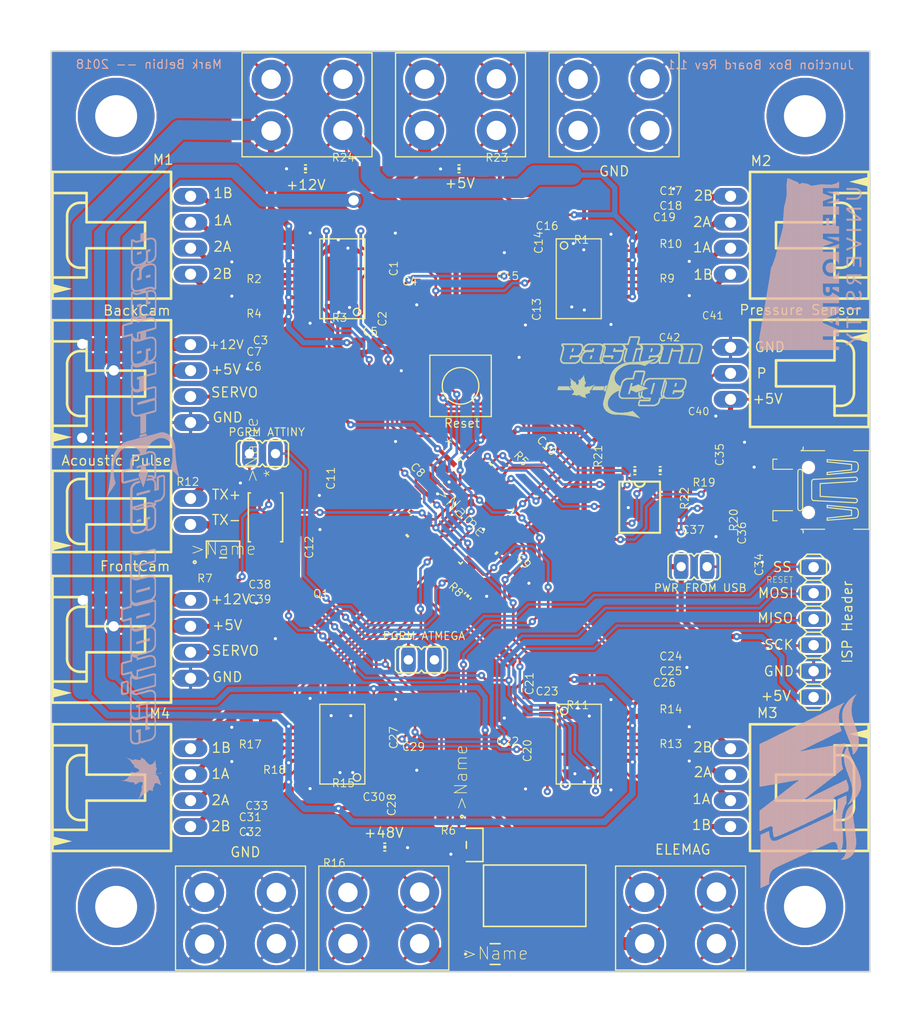
<source format=kicad_pcb>
(kicad_pcb (version 20171130) (host pcbnew "(5.0.0)")
  (layers (0 Top signal hide) (1 Route2 signal) (2 Route3 signal) (3 Route4 signal) (4 Route5 signal) (5 Route6 signal) (6 Route7 signal) (7 Route8 signal) (8 Route9 signal) (9 Route10 signal) (10 Route11 signal) (11 Route12 signal) (12 Route13 signal) (13 Route14 signal) (14 Route15 signal) (31 Bottom signal) (34 B.Paste user) (35 F.Paste user) (36 B.SilkS user) (37 F.SilkS user) (38 B.Mask user) (39 F.Mask user) (44 Edge.Cuts user))
  (net 0 "")
  (net 1 GND)
  (net 2 +5V)
  (net 3 +12V)
  (net 4 N$15)
  (net 5 N$16)
  (net 6 N$17)
  (net 7 N$18)
  (net 8 /STEPM1)
  (net 9 /MS2)
  (net 10 /MS1/MOSI)
  (net 11 "Net-(C4-Pad1)")
  (net 12 "Net-(C5-Pad2)")
  (net 13 "Net-(C2-Pad2)")
  (net 14 "Net-(C2-Pad1)")
  (net 15 /DIRM1)
  (net 16 /1BM1)
  (net 17 "Net-(R2-Pad1)")
  (net 18 /1AM1)
  (net 19 /2AM1)
  (net 20 "Net-(R4-Pad1)")
  (net 21 /2BM1)
  (net 22 /ENSTEP)
  (net 23 /RXFTDI)
  (net 24 /TXFTDI)
  (net 25 "Net-(C10-Pad1)")
  (net 26 /STEPM2)
  (net 27 /DIRM2)
  (net 28 /ACTXTOG)
  (net 29 /ELEMAGTOG)
  (net 30 /ANALOGPDATA)
  (net 31 /DIRM3)
  (net 32 "Net-(U1-Pad22)")
  (net 33 "Net-(C9-Pad1)")
  (net 34 "Net-(U1-Pad19)")
  (net 35 /SCK)
  (net 36 /STEPM3/MISO)
  (net 37 "Net-(JP4-Pad2)")
  (net 38 /STEPM4)
  (net 39 /DIRM4)
  (net 40 /FRONTSERVO)
  (net 41 "Net-(C12-Pad1)")
  (net 42 "Net-(C11-Pad1)")
  (net 43 /BACKSERVO)
  (net 44 /DTR)
  (net 45 "Net-(LED1-PadA)")
  (net 46 "Net-(C15-Pad1)")
  (net 47 "Net-(C16-Pad2)")
  (net 48 "Net-(C14-Pad2)")
  (net 49 "Net-(C14-Pad1)")
  (net 50 /1BM2)
  (net 51 "Net-(R9-Pad1)")
  (net 52 /1AM2)
  (net 53 /2AM2)
  (net 54 "Net-(R10-Pad1)")
  (net 55 /2BM2)
  (net 56 "Net-(C22-Pad1)")
  (net 57 "Net-(C23-Pad2)")
  (net 58 "Net-(C21-Pad2)")
  (net 59 "Net-(C21-Pad1)")
  (net 60 /1BM3)
  (net 61 "Net-(R13-Pad1)")
  (net 62 /1AM3)
  (net 63 /2AM3)
  (net 64 "Net-(R14-Pad1)")
  (net 65 /2BM3)
  (net 66 "Net-(C29-Pad1)")
  (net 67 "Net-(C30-Pad2)")
  (net 68 "Net-(C28-Pad2)")
  (net 69 "Net-(C28-Pad1)")
  (net 70 /1BM4)
  (net 71 "Net-(R17-Pad1)")
  (net 72 /1AM4)
  (net 73 /2AM4)
  (net 74 "Net-(R18-Pad1)")
  (net 75 /2BM4)
  (net 76 "Net-(IC1-Pad16)")
  (net 77 "Net-(IC1-Pad15)")
  (net 78 "Net-(IC1-Pad14)")
  (net 79 /VCCIO)
  (net 80 "Net-(IC1-Pad9)")
  (net 81 "Net-(IC1-Pad8)")
  (net 82 "Net-(IC1-Pad7)")
  (net 83 /CTS)
  (net 84 "Net-(X1-Pad4)")
  (net 85 /USBD+)
  (net 86 /USBD-)
  (net 87 "Net-(C34-Pad1)")
  (net 88 "Net-(LED2-PadA)")
  (net 89 "Net-(LED3-PadA)")
  (net 90 "Net-(LED4-PadA)")
  (net 91 "Net-(LED5-PadA)")
  (net 92 /ELEMAG+)
  (net 93 /ACOUS-)
  (net 94 /ACOUS+)
  (net 95 VCC)
  (net 96 "Net-(LED6-PadA)")
  (net 97 /SS/RESET)
  (net 98 "Net-(F1-Pad2)")
  (net 99 "Net-(R7-Pad2)")
  (net 100 "Net-(JP1-Pad2)")
  (net 101 "Net-(R7-Pad1)")
  (net 102 "Net-(R6-Pad1)")
  (module "Junction Box:RINGSCREW" (layer Top) (at 133.5011 65.2536 270)
    (fp_text reference U$5 hide)
    (fp_text value RINGSCREW hide)
    (pad 1 thru_hole circle (at -2.5 -3.505 270) (size 3.81 3.81) (drill 1.9) (layers *.Cu *.Mask) (net 3 +12V))
    (pad 2 thru_hole circle (at 2.5 -3.505 270) (size 3.81 3.81) (drill 1.9) (layers *.Cu *.Mask) (net 3 +12V))
    (pad 4 thru_hole circle (at 2.54 3.505 270) (size 3.81 3.81) (drill 1.9) (layers *.Cu *.Mask) (net 3 +12V))
    (pad 3 thru_hole circle (at -2.5 3.505 270) (size 3.81 3.81) (drill 1.9) (layers *.Cu *.Mask) (net 3 +12V))
  )
  (module "Junction Box:RINGSCREW" (layer Top) (at 148.5011 65.2536 90)
    (fp_text reference U$6 hide)
    (fp_text value RINGSCREW hide)
    (pad 1 thru_hole circle (at -2.5 -3.505 90) (size 3.81 3.81) (drill 1.9) (layers *.Cu *.Mask) (net 2 +5V))
    (pad 2 thru_hole circle (at 2.5 -3.505 90) (size 3.81 3.81) (drill 1.9) (layers *.Cu *.Mask) (net 2 +5V))
    (pad 4 thru_hole circle (at 2.54 3.505 90) (size 3.81 3.81) (drill 1.9) (layers *.Cu *.Mask) (net 2 +5V))
    (pad 3 thru_hole circle (at -2.5 3.505 90) (size 3.81 3.81) (drill 1.9) (layers *.Cu *.Mask) (net 2 +5V))
  )
  (module "Junction Box:RINGSCREW" (layer Top) (at 163.5011 65.2536 90)
    (fp_text reference U$7 hide)
    (fp_text value RINGSCREW hide)
    (pad 1 thru_hole circle (at -2.5 -3.505 90) (size 3.81 3.81) (drill 1.9) (layers *.Cu *.Mask) (net 1 GND))
    (pad 2 thru_hole circle (at 2.5 -3.505 90) (size 3.81 3.81) (drill 1.9) (layers *.Cu *.Mask) (net 1 GND))
    (pad 4 thru_hole circle (at 2.54 3.505 90) (size 3.81 3.81) (drill 1.9) (layers *.Cu *.Mask) (net 1 GND))
    (pad 3 thru_hole circle (at -2.5 3.505 90) (size 3.81 3.81) (drill 1.9) (layers *.Cu *.Mask) (net 1 GND))
  )
  (module "Junction Box:RINGSCREW" (layer Top) (at 127.0011 144.7536 270)
    (fp_text reference U$8 hide)
    (fp_text value RINGSCREW hide)
    (pad 1 thru_hole circle (at -2.5 -3.505 270) (size 3.81 3.81) (drill 1.9) (layers *.Cu *.Mask) (net 1 GND))
    (pad 2 thru_hole circle (at 2.5 -3.505 270) (size 3.81 3.81) (drill 1.9) (layers *.Cu *.Mask) (net 1 GND))
    (pad 4 thru_hole circle (at 2.54 3.505 270) (size 3.81 3.81) (drill 1.9) (layers *.Cu *.Mask) (net 1 GND))
    (pad 3 thru_hole circle (at -2.5 3.505 270) (size 3.81 3.81) (drill 1.9) (layers *.Cu *.Mask) (net 1 GND))
  )
  (module "Junction Box:RINGSCREW" (layer Top) (at 170.0011 144.7536 90)
    (fp_text reference U$9 hide)
    (fp_text value RINGSCREW hide)
    (pad 1 thru_hole circle (at -2.5 -3.505 90) (size 3.81 3.81) (drill 1.9) (layers *.Cu *.Mask) (net 92 /ELEMAG+))
    (pad 2 thru_hole circle (at 2.5 -3.505 90) (size 3.81 3.81) (drill 1.9) (layers *.Cu *.Mask) (net 92 /ELEMAG+))
    (pad 4 thru_hole circle (at 2.54 3.505 90) (size 3.81 3.81) (drill 1.9) (layers *.Cu *.Mask) (net 92 /ELEMAG+))
    (pad 3 thru_hole circle (at -2.5 3.505 90) (size 3.81 3.81) (drill 1.9) (layers *.Cu *.Mask) (net 92 /ELEMAG+))
  )
  (module "Junction Box:RINGSCREW" (layer Top) (at 141.0011 144.7536 90)
    (fp_text reference U$10 hide)
    (fp_text value RINGSCREW hide)
    (pad 1 thru_hole circle (at -2.5 -3.505 90) (size 3.81 3.81) (drill 1.9) (layers *.Cu *.Mask) (net 95 VCC))
    (pad 2 thru_hole circle (at 2.5 -3.505 90) (size 3.81 3.81) (drill 1.9) (layers *.Cu *.Mask) (net 95 VCC))
    (pad 4 thru_hole circle (at 2.54 3.505 90) (size 3.81 3.81) (drill 1.9) (layers *.Cu *.Mask) (net 95 VCC))
    (pad 3 thru_hole circle (at -2.5 3.505 90) (size 3.81 3.81) (drill 1.9) (layers *.Cu *.Mask) (net 95 VCC))
  )
  (module "Junction Box:A4982" (layer Top) (at 136.9511 82.2536 90)
    (fp_text reference U$1 hide)
    (fp_text value A4982 hide)
    (pad REF smd rect (at 3.575 3.05 90) (size 0.45 1.65) (layers Top F.Paste F.Mask) (net 2 +5V))
    (pad STEP smd rect (at 2.925 3.05 270) (size 0.45 1.65) (layers Top F.Paste F.Mask) (net 8 /STEPM1))
    (pad VDD smd rect (at 2.275 3.05 270) (size 0.45 1.65) (layers Top F.Paste F.Mask) (net 2 +5V))
    (pad !SLEEP! smd rect (at 1.625 3.05 270) (size 0.45 1.65) (layers Top F.Paste F.Mask) (net 2 +5V))
    (pad ROSC smd rect (at 0.975 3.05 90) (size 0.45 1.65) (layers Top F.Paste F.Mask) (net 1 GND))
    (pad !RESET! smd rect (at 0.325 3.05 270) (size 0.45 1.65) (layers Top F.Paste F.Mask) (net 2 +5V))
    (pad MS2 smd rect (at -0.325 3.05 90) (size 0.45 1.65) (layers Top F.Paste F.Mask) (net 9 /MS2))
    (pad MS1 smd rect (at -0.975 3.05 270) (size 0.45 1.65) (layers Top F.Paste F.Mask) (net 10 /MS1/MOSI))
    (pad VREG smd rect (at -1.625 3.05 270) (size 0.45 1.65) (layers Top F.Paste F.Mask) (net 11 "Net-(C4-Pad1)"))
    (pad VCP smd rect (at -2.275 3.05 270) (size 0.45 1.65) (layers Top F.Paste F.Mask) (net 12 "Net-(C5-Pad2)"))
    (pad CP2 smd rect (at -2.925 3.05 90) (size 0.45 1.65) (layers Top F.Paste F.Mask) (net 13 "Net-(C2-Pad2)"))
    (pad CP1 smd rect (at -3.575 3.05 90) (size 0.45 1.65) (layers Top F.Paste F.Mask) (net 14 "Net-(C2-Pad1)"))
    (pad GND smd rect (at 3.575 -3.05 90) (size 0.45 1.65) (layers Top F.Paste F.Mask) (net 1 GND))
    (pad DIR smd rect (at 2.925 -3.05 270) (size 0.45 1.65) (layers Top F.Paste F.Mask) (net 15 /DIRM1))
    (pad OUT1B smd rect (at 2.275 -3.05 270) (size 0.45 1.65) (layers Top F.Paste F.Mask) (net 16 /1BM1))
    (pad VBB1 smd rect (at 1.625 -3.05 270) (size 0.45 1.65) (layers Top F.Paste F.Mask) (net 3 +12V))
    (pad SENSE1 smd rect (at 0.975 -3.05 90) (size 0.45 1.65) (layers Top F.Paste F.Mask) (net 17 "Net-(R2-Pad1)"))
    (pad OUT1A smd rect (at 0.325 -3.05 270) (size 0.45 1.65) (layers Top F.Paste F.Mask) (net 18 /1AM1))
    (pad OUT2A smd rect (at -0.325 -3.05 90) (size 0.45 1.65) (layers Top F.Paste F.Mask) (net 19 /2AM1))
    (pad SENSE2 smd rect (at -0.975 -3.05 270) (size 0.45 1.65) (layers Top F.Paste F.Mask) (net 20 "Net-(R4-Pad1)"))
    (pad VBB2 smd rect (at -1.625 -3.05 270) (size 0.45 1.65) (layers Top F.Paste F.Mask) (net 3 +12V))
    (pad OUT2B smd rect (at -2.275 -3.05 270) (size 0.45 1.65) (layers Top F.Paste F.Mask) (net 21 /2BM1))
    (pad !ENABLE! smd rect (at -2.925 -3.05 90) (size 0.45 1.65) (layers Top F.Paste F.Mask) (net 22 /ENSTEP))
    (pad GND@1 smd rect (at -3.575 -3.05 270) (size 0.45 1.65) (layers Top F.Paste F.Mask) (net 1 GND))
    (pad GND@2 smd rect (at 0 0 90) (size 4.32 3) (layers Top F.Paste F.Mask) (net 1 GND))
  )
  (module "Junction Box:A4982" (layer Top) (at 160.0511 82.2536 270)
    (fp_text reference U$2 hide)
    (fp_text value A4982 hide)
    (pad REF smd rect (at 3.575 3.05 270) (size 0.45 1.65) (layers Top F.Paste F.Mask) (net 2 +5V))
    (pad STEP smd rect (at 2.925 3.05 90) (size 0.45 1.65) (layers Top F.Paste F.Mask) (net 26 /STEPM2))
    (pad VDD smd rect (at 2.275 3.05 90) (size 0.45 1.65) (layers Top F.Paste F.Mask) (net 2 +5V))
    (pad !SLEEP! smd rect (at 1.625 3.05 90) (size 0.45 1.65) (layers Top F.Paste F.Mask) (net 2 +5V))
    (pad ROSC smd rect (at 0.975 3.05 270) (size 0.45 1.65) (layers Top F.Paste F.Mask) (net 1 GND))
    (pad !RESET! smd rect (at 0.325 3.05 90) (size 0.45 1.65) (layers Top F.Paste F.Mask) (net 2 +5V))
    (pad MS2 smd rect (at -0.325 3.05 270) (size 0.45 1.65) (layers Top F.Paste F.Mask) (net 9 /MS2))
    (pad MS1 smd rect (at -0.975 3.05 90) (size 0.45 1.65) (layers Top F.Paste F.Mask) (net 10 /MS1/MOSI))
    (pad VREG smd rect (at -1.625 3.05 90) (size 0.45 1.65) (layers Top F.Paste F.Mask) (net 46 "Net-(C15-Pad1)"))
    (pad VCP smd rect (at -2.275 3.05 90) (size 0.45 1.65) (layers Top F.Paste F.Mask) (net 47 "Net-(C16-Pad2)"))
    (pad CP2 smd rect (at -2.925 3.05 270) (size 0.45 1.65) (layers Top F.Paste F.Mask) (net 48 "Net-(C14-Pad2)"))
    (pad CP1 smd rect (at -3.575 3.05 270) (size 0.45 1.65) (layers Top F.Paste F.Mask) (net 49 "Net-(C14-Pad1)"))
    (pad GND smd rect (at 3.575 -3.05 270) (size 0.45 1.65) (layers Top F.Paste F.Mask) (net 1 GND))
    (pad DIR smd rect (at 2.925 -3.05 90) (size 0.45 1.65) (layers Top F.Paste F.Mask) (net 27 /DIRM2))
    (pad OUT1B smd rect (at 2.275 -3.05 90) (size 0.45 1.65) (layers Top F.Paste F.Mask) (net 50 /1BM2))
    (pad VBB1 smd rect (at 1.625 -3.05 90) (size 0.45 1.65) (layers Top F.Paste F.Mask) (net 3 +12V))
    (pad SENSE1 smd rect (at 0.975 -3.05 270) (size 0.45 1.65) (layers Top F.Paste F.Mask) (net 51 "Net-(R9-Pad1)"))
    (pad OUT1A smd rect (at 0.325 -3.05 90) (size 0.45 1.65) (layers Top F.Paste F.Mask) (net 52 /1AM2))
    (pad OUT2A smd rect (at -0.325 -3.05 270) (size 0.45 1.65) (layers Top F.Paste F.Mask) (net 53 /2AM2))
    (pad SENSE2 smd rect (at -0.975 -3.05 90) (size 0.45 1.65) (layers Top F.Paste F.Mask) (net 54 "Net-(R10-Pad1)"))
    (pad VBB2 smd rect (at -1.625 -3.05 90) (size 0.45 1.65) (layers Top F.Paste F.Mask) (net 3 +12V))
    (pad OUT2B smd rect (at -2.275 -3.05 90) (size 0.45 1.65) (layers Top F.Paste F.Mask) (net 55 /2BM2))
    (pad !ENABLE! smd rect (at -2.925 -3.05 270) (size 0.45 1.65) (layers Top F.Paste F.Mask) (net 22 /ENSTEP))
    (pad GND@1 smd rect (at -3.575 -3.05 90) (size 0.45 1.65) (layers Top F.Paste F.Mask) (net 1 GND))
    (pad GND@2 smd rect (at 0 0 270) (size 4.32 3) (layers Top F.Paste F.Mask) (net 1 GND))
  )
  (module "Junction Box:A4982" (layer Top) (at 160.0511 127.7536 270)
    (fp_text reference U$3 hide)
    (fp_text value A4982 hide)
    (pad REF smd rect (at 3.575 3.05 270) (size 0.45 1.65) (layers Top F.Paste F.Mask) (net 2 +5V))
    (pad STEP smd rect (at 2.925 3.05 90) (size 0.45 1.65) (layers Top F.Paste F.Mask) (net 36 /STEPM3/MISO))
    (pad VDD smd rect (at 2.275 3.05 90) (size 0.45 1.65) (layers Top F.Paste F.Mask) (net 2 +5V))
    (pad !SLEEP! smd rect (at 1.625 3.05 90) (size 0.45 1.65) (layers Top F.Paste F.Mask) (net 2 +5V))
    (pad ROSC smd rect (at 0.975 3.05 270) (size 0.45 1.65) (layers Top F.Paste F.Mask) (net 1 GND))
    (pad !RESET! smd rect (at 0.325 3.05 90) (size 0.45 1.65) (layers Top F.Paste F.Mask) (net 2 +5V))
    (pad MS2 smd rect (at -0.325 3.05 270) (size 0.45 1.65) (layers Top F.Paste F.Mask) (net 9 /MS2))
    (pad MS1 smd rect (at -0.975 3.05 90) (size 0.45 1.65) (layers Top F.Paste F.Mask) (net 10 /MS1/MOSI))
    (pad VREG smd rect (at -1.625 3.05 90) (size 0.45 1.65) (layers Top F.Paste F.Mask) (net 56 "Net-(C22-Pad1)"))
    (pad VCP smd rect (at -2.275 3.05 90) (size 0.45 1.65) (layers Top F.Paste F.Mask) (net 57 "Net-(C23-Pad2)"))
    (pad CP2 smd rect (at -2.925 3.05 270) (size 0.45 1.65) (layers Top F.Paste F.Mask) (net 58 "Net-(C21-Pad2)"))
    (pad CP1 smd rect (at -3.575 3.05 270) (size 0.45 1.65) (layers Top F.Paste F.Mask) (net 59 "Net-(C21-Pad1)"))
    (pad GND smd rect (at 3.575 -3.05 270) (size 0.45 1.65) (layers Top F.Paste F.Mask) (net 1 GND))
    (pad DIR smd rect (at 2.925 -3.05 90) (size 0.45 1.65) (layers Top F.Paste F.Mask) (net 31 /DIRM3))
    (pad OUT1B smd rect (at 2.275 -3.05 90) (size 0.45 1.65) (layers Top F.Paste F.Mask) (net 60 /1BM3))
    (pad VBB1 smd rect (at 1.625 -3.05 90) (size 0.45 1.65) (layers Top F.Paste F.Mask) (net 3 +12V))
    (pad SENSE1 smd rect (at 0.975 -3.05 270) (size 0.45 1.65) (layers Top F.Paste F.Mask) (net 61 "Net-(R13-Pad1)"))
    (pad OUT1A smd rect (at 0.325 -3.05 90) (size 0.45 1.65) (layers Top F.Paste F.Mask) (net 62 /1AM3))
    (pad OUT2A smd rect (at -0.325 -3.05 270) (size 0.45 1.65) (layers Top F.Paste F.Mask) (net 63 /2AM3))
    (pad SENSE2 smd rect (at -0.975 -3.05 90) (size 0.45 1.65) (layers Top F.Paste F.Mask) (net 64 "Net-(R14-Pad1)"))
    (pad VBB2 smd rect (at -1.625 -3.05 90) (size 0.45 1.65) (layers Top F.Paste F.Mask) (net 3 +12V))
    (pad OUT2B smd rect (at -2.275 -3.05 90) (size 0.45 1.65) (layers Top F.Paste F.Mask) (net 65 /2BM3))
    (pad !ENABLE! smd rect (at -2.925 -3.05 270) (size 0.45 1.65) (layers Top F.Paste F.Mask) (net 22 /ENSTEP))
    (pad GND@1 smd rect (at -3.575 -3.05 90) (size 0.45 1.65) (layers Top F.Paste F.Mask) (net 1 GND))
    (pad GND@2 smd rect (at 0 0 270) (size 4.32 3) (layers Top F.Paste F.Mask) (net 1 GND))
  )
  (module "Junction Box:A4982" (layer Top) (at 136.9511 127.7536 90)
    (fp_text reference U$4 hide)
    (fp_text value A4982 hide)
    (pad REF smd rect (at 3.575 3.05 90) (size 0.45 1.65) (layers Top F.Paste F.Mask) (net 2 +5V))
    (pad STEP smd rect (at 2.925 3.05 270) (size 0.45 1.65) (layers Top F.Paste F.Mask) (net 38 /STEPM4))
    (pad VDD smd rect (at 2.275 3.05 270) (size 0.45 1.65) (layers Top F.Paste F.Mask) (net 2 +5V))
    (pad !SLEEP! smd rect (at 1.625 3.05 270) (size 0.45 1.65) (layers Top F.Paste F.Mask) (net 2 +5V))
    (pad ROSC smd rect (at 0.975 3.05 90) (size 0.45 1.65) (layers Top F.Paste F.Mask) (net 1 GND))
    (pad !RESET! smd rect (at 0.325 3.05 270) (size 0.45 1.65) (layers Top F.Paste F.Mask) (net 2 +5V))
    (pad MS2 smd rect (at -0.325 3.05 90) (size 0.45 1.65) (layers Top F.Paste F.Mask) (net 9 /MS2))
    (pad MS1 smd rect (at -0.975 3.05 270) (size 0.45 1.65) (layers Top F.Paste F.Mask) (net 10 /MS1/MOSI))
    (pad VREG smd rect (at -1.625 3.05 270) (size 0.45 1.65) (layers Top F.Paste F.Mask) (net 66 "Net-(C29-Pad1)"))
    (pad VCP smd rect (at -2.275 3.05 270) (size 0.45 1.65) (layers Top F.Paste F.Mask) (net 67 "Net-(C30-Pad2)"))
    (pad CP2 smd rect (at -2.925 3.05 90) (size 0.45 1.65) (layers Top F.Paste F.Mask) (net 68 "Net-(C28-Pad2)"))
    (pad CP1 smd rect (at -3.575 3.05 90) (size 0.45 1.65) (layers Top F.Paste F.Mask) (net 69 "Net-(C28-Pad1)"))
    (pad GND smd rect (at 3.575 -3.05 90) (size 0.45 1.65) (layers Top F.Paste F.Mask) (net 1 GND))
    (pad DIR smd rect (at 2.925 -3.05 270) (size 0.45 1.65) (layers Top F.Paste F.Mask) (net 39 /DIRM4))
    (pad OUT1B smd rect (at 2.275 -3.05 270) (size 0.45 1.65) (layers Top F.Paste F.Mask) (net 70 /1BM4))
    (pad VBB1 smd rect (at 1.625 -3.05 270) (size 0.45 1.65) (layers Top F.Paste F.Mask) (net 3 +12V))
    (pad SENSE1 smd rect (at 0.975 -3.05 90) (size 0.45 1.65) (layers Top F.Paste F.Mask) (net 71 "Net-(R17-Pad1)"))
    (pad OUT1A smd rect (at 0.325 -3.05 270) (size 0.45 1.65) (layers Top F.Paste F.Mask) (net 72 /1AM4))
    (pad OUT2A smd rect (at -0.325 -3.05 90) (size 0.45 1.65) (layers Top F.Paste F.Mask) (net 73 /2AM4))
    (pad SENSE2 smd rect (at -0.975 -3.05 270) (size 0.45 1.65) (layers Top F.Paste F.Mask) (net 74 "Net-(R18-Pad1)"))
    (pad VBB2 smd rect (at -1.625 -3.05 270) (size 0.45 1.65) (layers Top F.Paste F.Mask) (net 3 +12V))
    (pad OUT2B smd rect (at -2.275 -3.05 270) (size 0.45 1.65) (layers Top F.Paste F.Mask) (net 75 /2BM4))
    (pad !ENABLE! smd rect (at -2.925 -3.05 90) (size 0.45 1.65) (layers Top F.Paste F.Mask) (net 22 /ENSTEP))
    (pad GND@1 smd rect (at -3.575 -3.05 270) (size 0.45 1.65) (layers Top F.Paste F.Mask) (net 1 GND))
    (pad GND@2 smd rect (at 0 0 90) (size 4.32 3) (layers Top F.Paste F.Mask) (net 1 GND))
  )
  (module "Junction Box:C0603" (layer Top) (at 142.1511 79.8036 90)
    (fp_text reference C1 (at -0.635 -0.635 90) (layer F.SilkS) (effects (font (size 0.77216 0.77216) (thickness 0.092659)) (justify right top)))
    (fp_text value 0.22uF)
    (pad 2 smd rect (at 0.85 0 90) (size 1.1 1) (layers Top F.Paste F.Mask) (net 1 GND))
    (pad 1 smd rect (at -0.85 0 90) (size 1.1 1) (layers Top F.Paste F.Mask) (net 2 +5V))
  )
  (module "Junction Box:C0603" (layer Top) (at 141.9511 86.3536 90)
    (fp_text reference C2 (at -0.635 -0.635 90) (layer F.SilkS) (effects (font (size 0.77216 0.77216) (thickness 0.092659)) (justify left bottom)))
    (fp_text value 0.1uF)
    (pad 2 smd rect (at 0.85 0 90) (size 1.1 1) (layers Top F.Paste F.Mask) (net 13 "Net-(C2-Pad2)"))
    (pad 1 smd rect (at -0.85 0 90) (size 1.1 1) (layers Top F.Paste F.Mask) (net 14 "Net-(C2-Pad1)"))
  )
  (module "Junction Box:C0603" (layer Top) (at 143.3511 83.6036)
    (fp_text reference C4 (at -0.635 -0.635) (layer F.SilkS) (effects (font (size 0.77216 0.77216) (thickness 0.092659)) (justify left bottom)))
    (fp_text value 0.22uF)
    (pad 2 smd rect (at 0.85 0) (size 1.1 1) (layers Top F.Paste F.Mask) (net 1 GND))
    (pad 1 smd rect (at -0.85 0) (size 1.1 1) (layers Top F.Paste F.Mask) (net 11 "Net-(C4-Pad1)"))
  )
  (module "Junction Box:C0603" (layer Top) (at 139.5011 88.5036)
    (fp_text reference C5 (at -0.635 -0.635) (layer F.SilkS) (effects (font (size 0.77216 0.77216) (thickness 0.092659)) (justify left bottom)))
    (fp_text value 0.1uF)
    (pad 2 smd rect (at 0.85 0) (size 1.1 1) (layers Top F.Paste F.Mask) (net 12 "Net-(C5-Pad2)"))
    (pad 1 smd rect (at -0.85 0) (size 1.1 1) (layers Top F.Paste F.Mask) (net 3 +12V))
  )
  (module "Junction Box:C0603" (layer Top) (at 128.5011 89.7536 180)
    (fp_text reference C6 (at -0.635 -0.635) (layer F.SilkS) (effects (font (size 0.77216 0.77216) (thickness 0.092659)) (justify right top)))
    (fp_text value 0.22uF)
    (pad 2 smd rect (at 0.85 0 180) (size 1.1 1) (layers Top F.Paste F.Mask) (net 1 GND))
    (pad 1 smd rect (at -0.85 0 180) (size 1.1 1) (layers Top F.Paste F.Mask) (net 3 +12V))
  )
  (module "Junction Box:C0603" (layer Top) (at 128.5011 88.3036 180)
    (fp_text reference C7 (at -0.635 -0.635) (layer F.SilkS) (effects (font (size 0.77216 0.77216) (thickness 0.092659)) (justify right top)))
    (fp_text value 0.1uF)
    (pad 2 smd rect (at 0.85 0 180) (size 1.1 1) (layers Top F.Paste F.Mask) (net 1 GND))
    (pad 1 smd rect (at -0.85 0 180) (size 1.1 1) (layers Top F.Paste F.Mask) (net 3 +12V))
  )
  (module "Junction Box:R0603" (layer Top) (at 136.5011 87.1536)
    (fp_text reference R3 (at -0.635 -0.635) (layer F.SilkS) (effects (font (size 0.77216 0.77216) (thickness 0.092659)) (justify left bottom)))
    (fp_text value 100K)
    (pad 2 smd rect (at 0.85 0) (size 1 1.1) (layers Top F.Paste F.Mask) (net 2 +5V))
    (pad 1 smd rect (at -0.85 0) (size 1 1.1) (layers Top F.Paste F.Mask) (net 22 /ENSTEP))
  )
  (module "Junction Box:R0805" (layer Top) (at 128.5011 80.5536 180)
    (fp_text reference R2 (at -0.635 -1.27) (layer F.SilkS) (effects (font (size 0.77216 0.77216) (thickness 0.092659)) (justify right top)))
    (fp_text value 0.27)
    (pad 2 smd rect (at 0.95 0 180) (size 1.3 1.5) (layers Top F.Paste F.Mask) (net 1 GND))
    (pad 1 smd rect (at -0.95 0 180) (size 1.3 1.5) (layers Top F.Paste F.Mask) (net 17 "Net-(R2-Pad1)"))
  )
  (module "Junction Box:R0805" (layer Top) (at 128.5011 83.9436 180)
    (fp_text reference R4 (at -0.635 -1.27) (layer F.SilkS) (effects (font (size 0.77216 0.77216) (thickness 0.092659)) (justify right top)))
    (fp_text value 0.27)
    (pad 2 smd rect (at 0.95 0 180) (size 1.3 1.5) (layers Top F.Paste F.Mask) (net 1 GND))
    (pad 1 smd rect (at -0.95 0 180) (size 1.3 1.5) (layers Top F.Paste F.Mask) (net 20 "Net-(R4-Pad1)"))
  )
  (module "Junction Box:C1206" (layer Top) (at 128.5011 86.5536 180)
    (fp_text reference C3 (at -1.27 -1.27) (layer F.SilkS) (effects (font (size 0.77216 0.77216) (thickness 0.092659)) (justify right top)))
    (fp_text value 47uF)
    (pad 2 smd rect (at 1.4 0 180) (size 1.6 1.8) (layers Top F.Paste F.Mask) (net 1 GND))
    (pad 1 smd rect (at -1.4 0 180) (size 1.6 1.8) (layers Top F.Paste F.Mask) (net 3 +12V))
  )
  (module "Junction Box:32A" (layer Top) (at 148.5011 105.0036 315)
    (fp_text reference U1 hide)
    (fp_text value ATMEGA328P-AUR hide)
    (fp_text user >Name (at -3.2766 0.635 315) (layer F.SilkS) (effects (font (size 1.2065 1.2065) (thickness 0.0762)) (justify left bottom)))
    (fp_text user * (at -6.1976 -2.9464 315) (layer F.SilkS) (effects (font (size 1.2065 1.2065) (thickness 0.0762)) (justify left bottom)))
    (pad 32 smd rect (at -2.8 -4.241801 135) (size 0.508 1.4732) (layers Top F.Paste F.Mask) (net 8 /STEPM1))
    (pad 31 smd rect (at -2 -4.2418 135) (size 0.508 1.4732) (layers Top F.Paste F.Mask) (net 23 /RXFTDI))
    (pad 30 smd rect (at -1.200001 -4.2418 135) (size 0.508 1.4732) (layers Top F.Paste F.Mask) (net 24 /TXFTDI))
    (pad 29 smd rect (at -0.4 -4.2418 135) (size 0.508 1.4732) (layers Top F.Paste F.Mask) (net 25 "Net-(C10-Pad1)"))
    (pad 28 smd rect (at 0.4 -4.2418 135) (size 0.508 1.4732) (layers Top F.Paste F.Mask) (net 26 /STEPM2))
    (pad 27 smd rect (at 1.200001 -4.2418 135) (size 0.508 1.4732) (layers Top F.Paste F.Mask) (net 27 /DIRM2))
    (pad 26 smd rect (at 2 -4.2418 135) (size 0.508 1.4732) (layers Top F.Paste F.Mask) (net 28 /ACTXTOG))
    (pad 25 smd rect (at 2.8 -4.241801 135) (size 0.508 1.4732) (layers Top F.Paste F.Mask) (net 29 /ELEMAGTOG))
    (pad 24 smd rect (at 4.241801 -2.8 225) (size 0.508 1.4732) (layers Top F.Paste F.Mask) (net 30 /ANALOGPDATA))
    (pad 23 smd rect (at 4.2418 -2 225) (size 0.508 1.4732) (layers Top F.Paste F.Mask) (net 31 /DIRM3))
    (pad 22 smd rect (at 4.2418 -1.200001 225) (size 0.508 1.4732) (layers Top F.Paste F.Mask) (net 32 "Net-(U1-Pad22)"))
    (pad 21 smd rect (at 4.2418 -0.4 225) (size 0.508 1.4732) (layers Top F.Paste F.Mask) (net 1 GND))
    (pad 20 smd rect (at 4.2418 0.4 225) (size 0.508 1.4732) (layers Top F.Paste F.Mask) (net 33 "Net-(C9-Pad1)"))
    (pad 19 smd rect (at 4.2418 1.200001 225) (size 0.508 1.4732) (layers Top F.Paste F.Mask) (net 34 "Net-(U1-Pad19)"))
    (pad 18 smd rect (at 4.2418 2 225) (size 0.508 1.4732) (layers Top F.Paste F.Mask) (net 2 +5V))
    (pad 17 smd rect (at 4.241801 2.8 225) (size 0.508 1.4732) (layers Top F.Paste F.Mask) (net 35 /SCK))
    (pad 16 smd rect (at 2.8 4.241801 135) (size 0.508 1.4732) (layers Top F.Paste F.Mask) (net 36 /STEPM3/MISO))
    (pad 15 smd rect (at 2 4.2418 135) (size 0.508 1.4732) (layers Top F.Paste F.Mask) (net 10 /MS1/MOSI))
    (pad 14 smd rect (at 1.200001 4.2418 135) (size 0.508 1.4732) (layers Top F.Paste F.Mask) (net 37 "Net-(JP4-Pad2)"))
    (pad 13 smd rect (at 0.4 4.2418 135) (size 0.508 1.4732) (layers Top F.Paste F.Mask) (net 9 /MS2))
    (pad 12 smd rect (at -0.4 4.2418 135) (size 0.508 1.4732) (layers Top F.Paste F.Mask) (net 38 /STEPM4))
    (pad 11 smd rect (at -1.200001 4.2418 135) (size 0.508 1.4732) (layers Top F.Paste F.Mask) (net 22 /ENSTEP))
    (pad 10 smd rect (at -2 4.2418 135) (size 0.508 1.4732) (layers Top F.Paste F.Mask) (net 39 /DIRM4))
    (pad 9 smd rect (at -2.8 4.241801 135) (size 0.508 1.4732) (layers Top F.Paste F.Mask) (net 40 /FRONTSERVO))
    (pad 8 smd rect (at -4.241801 2.8 225) (size 0.508 1.4732) (layers Top F.Paste F.Mask) (net 41 "Net-(C12-Pad1)"))
    (pad 7 smd rect (at -4.2418 2 225) (size 0.508 1.4732) (layers Top F.Paste F.Mask) (net 42 "Net-(C11-Pad1)"))
    (pad 6 smd rect (at -4.2418 1.200001 225) (size 0.508 1.4732) (layers Top F.Paste F.Mask) (net 2 +5V))
    (pad 5 smd rect (at -4.2418 0.4 225) (size 0.508 1.4732) (layers Top F.Paste F.Mask) (net 1 GND))
    (pad 4 smd rect (at -4.2418 -0.4 225) (size 0.508 1.4732) (layers Top F.Paste F.Mask) (net 2 +5V))
    (pad 3 smd rect (at -4.2418 -1.200001 225) (size 0.508 1.4732) (layers Top F.Paste F.Mask) (net 1 GND))
    (pad 2 smd rect (at -4.2418 -2 225) (size 0.508 1.4732) (layers Top F.Paste F.Mask) (net 15 /DIRM1))
    (pad 1 smd rect (at -4.241801 -2.8 225) (size 0.508 1.4732) (layers Top F.Paste F.Mask) (net 43 /BACKSERVO))
  )
  (module "Junction Box:C0603" (layer Top) (at 143.420734 99.793238 135)
    (fp_text reference C8 (at -0.635 -0.635 -45) (layer F.SilkS) (effects (font (size 0.77216 0.77216) (thickness 0.092659)) (justify left bottom)))
    (fp_text value 0.1uF)
    (pad 2 smd rect (at 0.85 0 135) (size 1.1 1) (layers Top F.Paste F.Mask) (net 1 GND))
    (pad 1 smd rect (at -0.85 0 135) (size 1.1 1) (layers Top F.Paste F.Mask) (net 2 +5V))
  )
  (module "Junction Box:C0603" (layer Top) (at 153.760034 110.536713 315)
    (fp_text reference C9 (at -0.635 -0.635 315) (layer F.SilkS) (effects (font (size 0.77216 0.77216) (thickness 0.092659)) (justify left bottom)))
    (fp_text value 0.1uF)
    (pad 2 smd rect (at 0.85 0 315) (size 1.1 1) (layers Top F.Paste F.Mask) (net 1 GND))
    (pad 1 smd rect (at -0.85 0 315) (size 1.1 1) (layers Top F.Paste F.Mask) (net 33 "Net-(C9-Pad1)"))
  )
  (module "Junction Box:C0603" (layer Top) (at 155.77135 98.963147 315)
    (fp_text reference C10 (at -0.635 -0.635 135) (layer F.SilkS) (effects (font (size 0.77216 0.77216) (thickness 0.092659)) (justify left bottom)))
    (fp_text value 0.1uF)
    (pad 2 smd rect (at 0.85 0 315) (size 1.1 1) (layers Top F.Paste F.Mask) (net 44 /DTR))
    (pad 1 smd rect (at -0.85 0 315) (size 1.1 1) (layers Top F.Paste F.Mask) (net 25 "Net-(C10-Pad1)"))
  )
  (module "Junction Box:R0603" (layer Top) (at 153.52769 98.681238 135)
    (fp_text reference R5 (at -0.635 -0.635 -45) (layer F.SilkS) (effects (font (size 0.77216 0.77216) (thickness 0.092659)) (justify left bottom)))
    (fp_text value 10K)
    (pad 2 smd rect (at 0.85 0 135) (size 1 1.1) (layers Top F.Paste F.Mask) (net 2 +5V))
    (pad 1 smd rect (at -0.85 0 135) (size 1 1.1) (layers Top F.Paste F.Mask) (net 25 "Net-(C10-Pad1)"))
  )
  (module "Junction Box:CRYSTAL" (layer Top) (at 138.236784 104.976297 90)
    (fp_text reference Q1 (at -7.6288 -2.5334) (layer F.SilkS) (effects (font (size 0.77216 0.77216) (thickness 0.092659)) (justify right top)))
    (fp_text value CRYSTAL)
    (pad 2 smd rect (at 4.75 0 90) (size 5.5 2) (layers Top F.Paste F.Mask) (net 42 "Net-(C11-Pad1)"))
    (pad 1 smd rect (at -4.75 0 90) (size 5.5 2) (layers Top F.Paste F.Mask) (net 41 "Net-(C12-Pad1)"))
  )
  (module "Junction Box:C0603" (layer Top) (at 134.736831 101.214516 270)
    (fp_text reference C11 (at -0.635 -0.635 90) (layer F.SilkS) (effects (font (size 0.77216 0.77216) (thickness 0.092659)) (justify right top)))
    (fp_text value 22pF)
    (pad 2 smd rect (at 0.85 0 270) (size 1.1 1) (layers Top F.Paste F.Mask) (net 1 GND))
    (pad 1 smd rect (at -0.85 0 270) (size 1.1 1) (layers Top F.Paste F.Mask) (net 42 "Net-(C11-Pad1)"))
  )
  (module "Junction Box:C0603" (layer Top) (at 134.797403 109.053697 90)
    (fp_text reference C12 (at -0.635 -0.635 90) (layer F.SilkS) (effects (font (size 0.77216 0.77216) (thickness 0.092659)) (justify left bottom)))
    (fp_text value 22pF)
    (pad 2 smd rect (at 0.85 0 90) (size 1.1 1) (layers Top F.Paste F.Mask) (net 1 GND))
    (pad 1 smd rect (at -0.85 0 90) (size 1.1 1) (layers Top F.Paste F.Mask) (net 41 "Net-(C12-Pad1)"))
  )
  (module "Junction Box:R0603" (layer Top) (at 148.048128 112.393613 45)
    (fp_text reference R8 (at -0.635 -0.635 -45) (layer F.SilkS) (effects (font (size 0.77216 0.77216) (thickness 0.092659)) (justify left bottom)))
    (fp_text value 330)
    (pad 2 smd rect (at 0.85 0 45) (size 1 1.1) (layers Top F.Paste F.Mask) (net 35 /SCK))
    (pad 1 smd rect (at -0.85 0 45) (size 1 1.1) (layers Top F.Paste F.Mask) (net 45 "Net-(LED1-PadA)"))
  )
  (module "Junction Box:CHIP-LED0603" (layer Top) (at 149.103562 113.365532 315)
    (fp_text reference LED1 hide)
    (fp_text value LEDCHIP-LED0603)
    (pad A smd rect (at 0 0.75 315) (size 0.8 0.8) (layers Top F.Paste F.Mask) (net 45 "Net-(LED1-PadA)"))
    (pad C smd rect (at 0 -0.75 315) (size 0.8 0.8) (layers Top F.Paste F.Mask) (net 1 GND))
  )
  (module "Junction Box:C0603" (layer Top) (at 154.8511 84.7036 270)
    (fp_text reference C13 (at -0.635 -0.635 90) (layer F.SilkS) (effects (font (size 0.77216 0.77216) (thickness 0.092659)) (justify right top)))
    (fp_text value 0.22uF)
    (pad 2 smd rect (at 0.85 0 270) (size 1.1 1) (layers Top F.Paste F.Mask) (net 1 GND))
    (pad 1 smd rect (at -0.85 0 270) (size 1.1 1) (layers Top F.Paste F.Mask) (net 2 +5V))
  )
  (module "Junction Box:C0603" (layer Top) (at 155.0511 78.1536 270)
    (fp_text reference C14 (at -0.635 -0.635 90) (layer F.SilkS) (effects (font (size 0.77216 0.77216) (thickness 0.092659)) (justify right top)))
    (fp_text value 0.1uF)
    (pad 2 smd rect (at 0.85 0 270) (size 1.1 1) (layers Top F.Paste F.Mask) (net 48 "Net-(C14-Pad2)"))
    (pad 1 smd rect (at -0.85 0 270) (size 1.1 1) (layers Top F.Paste F.Mask) (net 49 "Net-(C14-Pad1)"))
  )
  (module "Junction Box:C0603" (layer Top) (at 153.6511 80.9036 180)
    (fp_text reference C15 (at -0.635 -0.635) (layer F.SilkS) (effects (font (size 0.77216 0.77216) (thickness 0.092659)) (justify right top)))
    (fp_text value 0.22uF)
    (pad 2 smd rect (at 0.85 0 180) (size 1.1 1) (layers Top F.Paste F.Mask) (net 1 GND))
    (pad 1 smd rect (at -0.85 0 180) (size 1.1 1) (layers Top F.Paste F.Mask) (net 46 "Net-(C15-Pad1)"))
  )
  (module "Junction Box:C0603" (layer Top) (at 157.5011 76.0036 180)
    (fp_text reference C16 (at -0.635 -0.635) (layer F.SilkS) (effects (font (size 0.77216 0.77216) (thickness 0.092659)) (justify right top)))
    (fp_text value 0.1uF)
    (pad 2 smd rect (at 0.85 0 180) (size 1.1 1) (layers Top F.Paste F.Mask) (net 47 "Net-(C16-Pad2)"))
    (pad 1 smd rect (at -0.85 0 180) (size 1.1 1) (layers Top F.Paste F.Mask) (net 3 +12V))
  )
  (module "Junction Box:C0603" (layer Top) (at 168.5011 74.7536)
    (fp_text reference C17 (at -0.635 -0.635) (layer F.SilkS) (effects (font (size 0.77216 0.77216) (thickness 0.092659)) (justify left bottom)))
    (fp_text value 0.22uF)
    (pad 2 smd rect (at 0.85 0) (size 1.1 1) (layers Top F.Paste F.Mask) (net 1 GND))
    (pad 1 smd rect (at -0.85 0) (size 1.1 1) (layers Top F.Paste F.Mask) (net 3 +12V))
  )
  (module "Junction Box:C0603" (layer Top) (at 168.5011 76.2036)
    (fp_text reference C18 (at -0.635 -0.635) (layer F.SilkS) (effects (font (size 0.77216 0.77216) (thickness 0.092659)) (justify left bottom)))
    (fp_text value 0.1uF)
    (pad 2 smd rect (at 0.85 0) (size 1.1 1) (layers Top F.Paste F.Mask) (net 1 GND))
    (pad 1 smd rect (at -0.85 0) (size 1.1 1) (layers Top F.Paste F.Mask) (net 3 +12V))
  )
  (module "Junction Box:R0603" (layer Top) (at 160.5011 77.3536 180)
    (fp_text reference R1 (at -0.635 -0.635) (layer F.SilkS) (effects (font (size 0.77216 0.77216) (thickness 0.092659)) (justify right top)))
    (fp_text value 100K)
    (pad 2 smd rect (at 0.85 0 180) (size 1 1.1) (layers Top F.Paste F.Mask) (net 2 +5V))
    (pad 1 smd rect (at -0.85 0 180) (size 1 1.1) (layers Top F.Paste F.Mask) (net 22 /ENSTEP))
  )
  (module "Junction Box:R0805" (layer Top) (at 168.5011 83.9536)
    (fp_text reference R9 (at -0.635 -1.27) (layer F.SilkS) (effects (font (size 0.77216 0.77216) (thickness 0.092659)) (justify left bottom)))
    (fp_text value 0.27)
    (pad 2 smd rect (at 0.95 0) (size 1.3 1.5) (layers Top F.Paste F.Mask) (net 1 GND))
    (pad 1 smd rect (at -0.95 0) (size 1.3 1.5) (layers Top F.Paste F.Mask) (net 51 "Net-(R9-Pad1)"))
  )
  (module "Junction Box:R0805" (layer Top) (at 168.5011 80.5636)
    (fp_text reference R10 (at -0.635 -1.27) (layer F.SilkS) (effects (font (size 0.77216 0.77216) (thickness 0.092659)) (justify left bottom)))
    (fp_text value 0.27)
    (pad 2 smd rect (at 0.95 0) (size 1.3 1.5) (layers Top F.Paste F.Mask) (net 1 GND))
    (pad 1 smd rect (at -0.95 0) (size 1.3 1.5) (layers Top F.Paste F.Mask) (net 54 "Net-(R10-Pad1)"))
  )
  (module "Junction Box:C1206" (layer Top) (at 168.5011 77.9536)
    (fp_text reference C19 (at -1.27 -1.27) (layer F.SilkS) (effects (font (size 0.77216 0.77216) (thickness 0.092659)) (justify left bottom)))
    (fp_text value 47uF)
    (pad 2 smd rect (at 1.4 0) (size 1.6 1.8) (layers Top F.Paste F.Mask) (net 1 GND))
    (pad 1 smd rect (at -1.4 0) (size 1.6 1.8) (layers Top F.Paste F.Mask) (net 3 +12V))
  )
  (module "Junction Box:C0603" (layer Top) (at 154.8511 130.2036 270)
    (fp_text reference C20 (at -0.635 -0.635 90) (layer F.SilkS) (effects (font (size 0.77216 0.77216) (thickness 0.092659)) (justify left bottom)))
    (fp_text value 0.22uF)
    (pad 2 smd rect (at 0.85 0 270) (size 1.1 1) (layers Top F.Paste F.Mask) (net 1 GND))
    (pad 1 smd rect (at -0.85 0 270) (size 1.1 1) (layers Top F.Paste F.Mask) (net 2 +5V))
  )
  (module "Junction Box:C0603" (layer Top) (at 155.0511 123.6536 270)
    (fp_text reference C21 (at -0.635 -0.635 90) (layer F.SilkS) (effects (font (size 0.77216 0.77216) (thickness 0.092659)) (justify left bottom)))
    (fp_text value 0.1uF)
    (pad 2 smd rect (at 0.85 0 270) (size 1.1 1) (layers Top F.Paste F.Mask) (net 58 "Net-(C21-Pad2)"))
    (pad 1 smd rect (at -0.85 0 270) (size 1.1 1) (layers Top F.Paste F.Mask) (net 59 "Net-(C21-Pad1)"))
  )
  (module "Junction Box:C0603" (layer Top) (at 153.6511 126.4036 180)
    (fp_text reference C22 (at -0.635 -0.635) (layer F.SilkS) (effects (font (size 0.77216 0.77216) (thickness 0.092659)) (justify right top)))
    (fp_text value 0.22uF)
    (pad 2 smd rect (at 0.85 0 180) (size 1.1 1) (layers Top F.Paste F.Mask) (net 1 GND))
    (pad 1 smd rect (at -0.85 0 180) (size 1.1 1) (layers Top F.Paste F.Mask) (net 56 "Net-(C22-Pad1)"))
  )
  (module "Junction Box:C0603" (layer Top) (at 157.5011 121.5036 180)
    (fp_text reference C23 (at -0.635 -0.635) (layer F.SilkS) (effects (font (size 0.77216 0.77216) (thickness 0.092659)) (justify right top)))
    (fp_text value 0.1uF)
    (pad 2 smd rect (at 0.85 0 180) (size 1.1 1) (layers Top F.Paste F.Mask) (net 57 "Net-(C23-Pad2)"))
    (pad 1 smd rect (at -0.85 0 180) (size 1.1 1) (layers Top F.Paste F.Mask) (net 3 +12V))
  )
  (module "Junction Box:C0603" (layer Top) (at 168.5011 120.2536)
    (fp_text reference C24 (at -0.635 -0.635) (layer F.SilkS) (effects (font (size 0.77216 0.77216) (thickness 0.092659)) (justify left bottom)))
    (fp_text value 0.22uF)
    (pad 2 smd rect (at 0.85 0) (size 1.1 1) (layers Top F.Paste F.Mask) (net 1 GND))
    (pad 1 smd rect (at -0.85 0) (size 1.1 1) (layers Top F.Paste F.Mask) (net 3 +12V))
  )
  (module "Junction Box:C0603" (layer Top) (at 168.5011 121.7036)
    (fp_text reference C25 (at -0.635 -0.635) (layer F.SilkS) (effects (font (size 0.77216 0.77216) (thickness 0.092659)) (justify left bottom)))
    (fp_text value 0.1uF)
    (pad 2 smd rect (at 0.85 0) (size 1.1 1) (layers Top F.Paste F.Mask) (net 1 GND))
    (pad 1 smd rect (at -0.85 0) (size 1.1 1) (layers Top F.Paste F.Mask) (net 3 +12V))
  )
  (module "Junction Box:R0603" (layer Top) (at 160.5011 122.8536 180)
    (fp_text reference R11 (at -0.635 -0.635) (layer F.SilkS) (effects (font (size 0.77216 0.77216) (thickness 0.092659)) (justify right top)))
    (fp_text value 100K)
    (pad 2 smd rect (at 0.85 0 180) (size 1 1.1) (layers Top F.Paste F.Mask) (net 2 +5V))
    (pad 1 smd rect (at -0.85 0 180) (size 1 1.1) (layers Top F.Paste F.Mask) (net 22 /ENSTEP))
  )
  (module "Junction Box:R0805" (layer Top) (at 168.5011 129.4536)
    (fp_text reference R13 (at -0.635 -1.27) (layer F.SilkS) (effects (font (size 0.77216 0.77216) (thickness 0.092659)) (justify left bottom)))
    (fp_text value 0.27)
    (pad 2 smd rect (at 0.95 0) (size 1.3 1.5) (layers Top F.Paste F.Mask) (net 1 GND))
    (pad 1 smd rect (at -0.95 0) (size 1.3 1.5) (layers Top F.Paste F.Mask) (net 61 "Net-(R13-Pad1)"))
  )
  (module "Junction Box:R0805" (layer Top) (at 168.5011 126.0636)
    (fp_text reference R14 (at -0.635 -1.27) (layer F.SilkS) (effects (font (size 0.77216 0.77216) (thickness 0.092659)) (justify left bottom)))
    (fp_text value 0.27)
    (pad 2 smd rect (at 0.95 0) (size 1.3 1.5) (layers Top F.Paste F.Mask) (net 1 GND))
    (pad 1 smd rect (at -0.95 0) (size 1.3 1.5) (layers Top F.Paste F.Mask) (net 64 "Net-(R14-Pad1)"))
  )
  (module "Junction Box:C1206" (layer Top) (at 168.5011 123.4536)
    (fp_text reference C26 (at -1.27 -1.27) (layer F.SilkS) (effects (font (size 0.77216 0.77216) (thickness 0.092659)) (justify left bottom)))
    (fp_text value 47uF)
    (pad 2 smd rect (at 1.4 0) (size 1.6 1.8) (layers Top F.Paste F.Mask) (net 1 GND))
    (pad 1 smd rect (at -1.4 0) (size 1.6 1.8) (layers Top F.Paste F.Mask) (net 3 +12V))
  )
  (module "Junction Box:C0603" (layer Top) (at 142.1511 125.3036 90)
    (fp_text reference C27 (at -0.635 -0.635 90) (layer F.SilkS) (effects (font (size 0.77216 0.77216) (thickness 0.092659)) (justify right top)))
    (fp_text value 0.22uF)
    (pad 2 smd rect (at 0.85 0 90) (size 1.1 1) (layers Top F.Paste F.Mask) (net 1 GND))
    (pad 1 smd rect (at -0.85 0 90) (size 1.1 1) (layers Top F.Paste F.Mask) (net 2 +5V))
  )
  (module "Junction Box:C0603" (layer Top) (at 141.9511 131.8536 90)
    (fp_text reference C28 (at -0.635 -0.635 90) (layer F.SilkS) (effects (font (size 0.77216 0.77216) (thickness 0.092659)) (justify right top)))
    (fp_text value 0.1uF)
    (pad 2 smd rect (at 0.85 0 90) (size 1.1 1) (layers Top F.Paste F.Mask) (net 68 "Net-(C28-Pad2)"))
    (pad 1 smd rect (at -0.85 0 90) (size 1.1 1) (layers Top F.Paste F.Mask) (net 69 "Net-(C28-Pad1)"))
  )
  (module "Junction Box:C0603" (layer Top) (at 143.3511 129.1036)
    (fp_text reference C29 (at -0.635 -0.635) (layer F.SilkS) (effects (font (size 0.77216 0.77216) (thickness 0.092659)) (justify left bottom)))
    (fp_text value 0.22uF)
    (pad 2 smd rect (at 0.85 0) (size 1.1 1) (layers Top F.Paste F.Mask) (net 1 GND))
    (pad 1 smd rect (at -0.85 0) (size 1.1 1) (layers Top F.Paste F.Mask) (net 66 "Net-(C29-Pad1)"))
  )
  (module "Junction Box:C0603" (layer Top) (at 139.5011 134.0036)
    (fp_text reference C30 (at -0.635 -0.635) (layer F.SilkS) (effects (font (size 0.77216 0.77216) (thickness 0.092659)) (justify left bottom)))
    (fp_text value 0.1uF)
    (pad 2 smd rect (at 0.85 0) (size 1.1 1) (layers Top F.Paste F.Mask) (net 67 "Net-(C30-Pad2)"))
    (pad 1 smd rect (at -0.85 0) (size 1.1 1) (layers Top F.Paste F.Mask) (net 3 +12V))
  )
  (module "Junction Box:C0603" (layer Top) (at 128.5011 133.8036 180)
    (fp_text reference C31 (at -0.635 -0.635) (layer F.SilkS) (effects (font (size 0.77216 0.77216) (thickness 0.092659)) (justify right top)))
    (fp_text value 0.22uF)
    (pad 2 smd rect (at 0.85 0 180) (size 1.1 1) (layers Top F.Paste F.Mask) (net 1 GND))
    (pad 1 smd rect (at -0.85 0 180) (size 1.1 1) (layers Top F.Paste F.Mask) (net 3 +12V))
  )
  (module "Junction Box:C0603" (layer Top) (at 128.5011 135.2536 180)
    (fp_text reference C32 (at -0.635 -0.635) (layer F.SilkS) (effects (font (size 0.77216 0.77216) (thickness 0.092659)) (justify right top)))
    (fp_text value 0.1uF)
    (pad 2 smd rect (at 0.85 0 180) (size 1.1 1) (layers Top F.Paste F.Mask) (net 1 GND))
    (pad 1 smd rect (at -0.85 0 180) (size 1.1 1) (layers Top F.Paste F.Mask) (net 3 +12V))
  )
  (module "Junction Box:R0603" (layer Top) (at 136.5011 132.6536)
    (fp_text reference R15 (at -0.635 -0.635) (layer F.SilkS) (effects (font (size 0.77216 0.77216) (thickness 0.092659)) (justify left bottom)))
    (fp_text value 100K)
    (pad 2 smd rect (at 0.85 0) (size 1 1.1) (layers Top F.Paste F.Mask) (net 2 +5V))
    (pad 1 smd rect (at -0.85 0) (size 1 1.1) (layers Top F.Paste F.Mask) (net 22 /ENSTEP))
  )
  (module "Junction Box:R0805" (layer Top) (at 128.5011 126.0536 180)
    (fp_text reference R17 (at -0.635 -1.27) (layer F.SilkS) (effects (font (size 0.77216 0.77216) (thickness 0.092659)) (justify right top)))
    (fp_text value 0.27)
    (pad 2 smd rect (at 0.95 0 180) (size 1.3 1.5) (layers Top F.Paste F.Mask) (net 1 GND))
    (pad 1 smd rect (at -0.95 0 180) (size 1.3 1.5) (layers Top F.Paste F.Mask) (net 71 "Net-(R17-Pad1)"))
  )
  (module "Junction Box:R0805" (layer Top) (at 128.5011 129.4436 180)
    (fp_text reference R18 (at -0.635 -1.27) (layer F.SilkS) (effects (font (size 0.77216 0.77216) (thickness 0.092659)) (justify left bottom)))
    (fp_text value 0.27)
    (pad 2 smd rect (at 0.95 0 180) (size 1.3 1.5) (layers Top F.Paste F.Mask) (net 1 GND))
    (pad 1 smd rect (at -0.95 0 180) (size 1.3 1.5) (layers Top F.Paste F.Mask) (net 74 "Net-(R18-Pad1)"))
  )
  (module "Junction Box:C1206" (layer Top) (at 128.5011 132.0536 180)
    (fp_text reference C33 (at -1.27 -1.27) (layer F.SilkS) (effects (font (size 0.77216 0.77216) (thickness 0.092659)) (justify right top)))
    (fp_text value 47uF)
    (pad 2 smd rect (at 1.4 0 180) (size 1.6 1.8) (layers Top F.Paste F.Mask) (net 1 GND))
    (pad 1 smd rect (at -1.4 0 180) (size 1.6 1.8) (layers Top F.Paste F.Mask) (net 3 +12V))
  )
  (module "Junction Box:SSOP16" (layer Top) (at 166.00399 104.588994)
    (fp_text reference IC1 hide)
    (fp_text value FT230XS)
    (pad 16 smd rect (at 2.7178 -2.2225) (size 0.9144 0.4064) (layers Top F.Paste F.Mask) (net 76 "Net-(IC1-Pad16)"))
    (pad 15 smd rect (at 2.7178 -1.5875) (size 0.9144 0.4064) (layers Top F.Paste F.Mask) (net 77 "Net-(IC1-Pad15)"))
    (pad 14 smd rect (at 2.7178 -0.9525) (size 0.9144 0.4064) (layers Top F.Paste F.Mask) (net 78 "Net-(IC1-Pad14)"))
    (pad 13 smd rect (at 2.7178 -0.3175) (size 0.9144 0.4064) (layers Top F.Paste F.Mask) (net 1 GND))
    (pad 12 smd rect (at 2.7178 0.3175) (size 0.9144 0.4064) (layers Top F.Paste F.Mask) (net 2 +5V))
    (pad 11 smd rect (at 2.7178 0.9525) (size 0.9144 0.4064) (layers Top F.Paste F.Mask) (net 79 /VCCIO))
    (pad 10 smd rect (at 2.7178 1.5875) (size 0.9144 0.4064) (layers Top F.Paste F.Mask) (net 79 /VCCIO))
    (pad 9 smd rect (at 2.7178 2.2225) (size 0.9144 0.4064) (layers Top F.Paste F.Mask) (net 80 "Net-(IC1-Pad9)"))
    (pad 8 smd rect (at -2.7178 2.2225) (size 0.9144 0.4064) (layers Top F.Paste F.Mask) (net 81 "Net-(IC1-Pad8)"))
    (pad 7 smd rect (at -2.7178 1.5875) (size 0.9144 0.4064) (layers Top F.Paste F.Mask) (net 82 "Net-(IC1-Pad7)"))
    (pad 6 smd rect (at -2.7178 0.9525) (size 0.9144 0.4064) (layers Top F.Paste F.Mask) (net 83 /CTS))
    (pad 5 smd rect (at -2.7178 0.3175) (size 0.9144 0.4064) (layers Top F.Paste F.Mask) (net 1 GND))
    (pad 4 smd rect (at -2.7178 -0.3175) (size 0.9144 0.4064) (layers Top F.Paste F.Mask) (net 23 /RXFTDI))
    (pad 3 smd rect (at -2.7178 -0.9525) (size 0.9144 0.4064) (layers Top F.Paste F.Mask) (net 79 /VCCIO))
    (pad 2 smd rect (at -2.7178 -1.5875) (size 0.9144 0.4064) (layers Top F.Paste F.Mask) (net 44 /DTR))
    (pad 1 smd rect (at -2.7178 -2.2225) (size 0.9144 0.4064) (layers Top F.Paste F.Mask) (net 24 /TXFTDI))
  )
  (module "Junction Box:32005-201" (layer Top) (at 182.5011 102.9036 180)
    (fp_text reference X1 hide)
    (fp_text value MINI-USB-32005-201 hide)
    (pad "" np_thru_hole circle (at 0 2.2 180) (size 0.9 0.9) (drill 0.9) (layers *.Cu))
    (pad "" np_thru_hole circle (at 0 -2.2 180) (size 0.9 0.9) (drill 0.9) (layers *.Cu))
    (pad 5 smd rect (at 3 1.6 180) (size 3.1 0.5) (layers Top F.Paste F.Mask) (net 1 GND))
    (pad 4 smd rect (at 3 0.8 180) (size 3.1 0.5) (layers Top F.Paste F.Mask) (net 84 "Net-(X1-Pad4)"))
    (pad 3 smd rect (at 3 0 180) (size 3.1 0.5) (layers Top F.Paste F.Mask) (net 85 /USBD+))
    (pad 2 smd rect (at 3 -0.8 180) (size 3.1 0.5) (layers Top F.Paste F.Mask) (net 86 /USBD-))
    (pad 1 smd rect (at 3 -1.6 180) (size 3.1 0.5) (layers Top F.Paste F.Mask) (net 87 "Net-(C34-Pad1)"))
    (pad M3 smd rect (at 2.9 -4.45 180) (size 3.3 2) (layers Top F.Paste F.Mask))
    (pad M4 smd rect (at 2.9 4.45 180) (size 3.3 2) (layers Top F.Paste F.Mask))
    (pad M2 smd rect (at -3 -4.45 180) (size 2.5 2) (layers Top F.Paste F.Mask))
    (pad M1 smd rect (at -3 4.45 180) (size 2.5 2) (layers Top F.Paste F.Mask))
  )
  (module "Junction Box:C0603" (layer Top) (at 176.590937 109.655954 270)
    (fp_text reference C34 (at -0.635 -0.635 90) (layer F.SilkS) (effects (font (size 0.77216 0.77216) (thickness 0.092659)) (justify right top)))
    (fp_text value 10uF)
    (pad 2 smd rect (at 0.85 0 270) (size 1.1 1) (layers Top F.Paste F.Mask) (net 1 GND))
    (pad 1 smd rect (at -0.85 0 270) (size 1.1 1) (layers Top F.Paste F.Mask) (net 87 "Net-(C34-Pad1)"))
  )
  (module "Junction Box:R0603" (layer Top) (at 174.106615 102.35791)
    (fp_text reference R19 (at -0.635 -0.635) (layer F.SilkS) (effects (font (size 0.77216 0.77216) (thickness 0.092659)) (justify right top)))
    (fp_text value 27)
    (pad 2 smd rect (at 0.85 0) (size 1 1.1) (layers Top F.Paste F.Mask) (net 85 /USBD+))
    (pad 1 smd rect (at -0.85 0) (size 1 1.1) (layers Top F.Paste F.Mask) (net 81 "Net-(IC1-Pad8)"))
  )
  (module "Junction Box:C0603" (layer Top) (at 174.909671 99.998285 90)
    (fp_text reference C35 (at -0.635 -0.635 90) (layer F.SilkS) (effects (font (size 0.77216 0.77216) (thickness 0.092659)) (justify left bottom)))
    (fp_text value 47pF)
    (pad 2 smd rect (at 0.85 0 90) (size 1.1 1) (layers Top F.Paste F.Mask) (net 1 GND))
    (pad 1 smd rect (at -0.85 0 90) (size 1.1 1) (layers Top F.Paste F.Mask) (net 85 /USBD+))
  )
  (module "Junction Box:R0603" (layer Top) (at 174.102828 104.021654 180)
    (fp_text reference R20 (at -0.635 -0.635 90) (layer F.SilkS) (effects (font (size 0.77216 0.77216) (thickness 0.092659)) (justify right top)))
    (fp_text value 27)
    (pad 2 smd rect (at 0.85 0 180) (size 1 1.1) (layers Top F.Paste F.Mask) (net 80 "Net-(IC1-Pad9)"))
    (pad 1 smd rect (at -0.85 0 180) (size 1 1.1) (layers Top F.Paste F.Mask) (net 86 /USBD-))
  )
  (module "Junction Box:C0603" (layer Top) (at 174.912346 106.569635 270)
    (fp_text reference C36 (at -0.635 -0.635 90) (layer F.SilkS) (effects (font (size 0.77216 0.77216) (thickness 0.092659)) (justify right top)))
    (fp_text value 47pF)
    (pad 2 smd rect (at 0.85 0 270) (size 1.1 1) (layers Top F.Paste F.Mask) (net 1 GND))
    (pad 1 smd rect (at -0.85 0 270) (size 1.1 1) (layers Top F.Paste F.Mask) (net 86 /USBD-))
  )
  (module "Junction Box:C0603" (layer Top) (at 171.77719 106.979194 270)
    (fp_text reference C37 (at -0.635 -0.635) (layer F.SilkS) (effects (font (size 0.77216 0.77216) (thickness 0.092659)) (justify right top)))
    (fp_text value 0.1uF)
    (pad 2 smd rect (at 0.85 0 270) (size 1.1 1) (layers Top F.Paste F.Mask) (net 1 GND))
    (pad 1 smd rect (at -0.85 0 270) (size 1.1 1) (layers Top F.Paste F.Mask) (net 79 /VCCIO))
  )
  (module "Junction Box:CHIP-LED0603" (layer Top) (at 168.161812 101.009757 90)
    (fp_text reference LED2 hide)
    (fp_text value LEDCHIP-LED0603)
    (pad A smd rect (at 0 0.75 90) (size 0.8 0.8) (layers Top F.Paste F.Mask) (net 88 "Net-(LED2-PadA)"))
    (pad C smd rect (at 0 -0.75 90) (size 0.8 0.8) (layers Top F.Paste F.Mask) (net 78 "Net-(IC1-Pad14)"))
  )
  (module "Junction Box:CHIP-LED0603" (layer Top) (at 165.385178 101.023219 270)
    (fp_text reference LED3 hide)
    (fp_text value LEDCHIP-LED0603)
    (pad A smd rect (at 0 0.75 270) (size 0.8 0.8) (layers Top F.Paste F.Mask) (net 89 "Net-(LED3-PadA)"))
    (pad C smd rect (at 0 -0.75 270) (size 0.8 0.8) (layers Top F.Paste F.Mask) (net 82 "Net-(IC1-Pad7)"))
  )
  (module "Junction Box:R0603" (layer Top) (at 163.035443 100.164554 90)
    (fp_text reference R21 (at -0.635 -0.635 90) (layer F.SilkS) (effects (font (size 0.77216 0.77216) (thickness 0.092659)) (justify left bottom)))
    (fp_text value 330)
    (pad 2 smd rect (at 0.85 0 90) (size 1 1.1) (layers Top F.Paste F.Mask) (net 79 /VCCIO))
    (pad 1 smd rect (at -0.85 0 90) (size 1 1.1) (layers Top F.Paste F.Mask) (net 89 "Net-(LED3-PadA)"))
  )
  (module "Junction Box:R0603" (layer Top) (at 170.582425 101.899875 90)
    (fp_text reference R22 (at -0.635 -0.635 90) (layer F.SilkS) (effects (font (size 0.77216 0.77216) (thickness 0.092659)) (justify right top)))
    (fp_text value 330)
    (pad 2 smd rect (at 0.85 0 90) (size 1 1.1) (layers Top F.Paste F.Mask) (net 88 "Net-(LED2-PadA)"))
    (pad 1 smd rect (at -0.85 0 90) (size 1 1.1) (layers Top F.Paste F.Mask) (net 79 /VCCIO))
  )
  (module "Junction Box:R0603" (layer Top) (at 151.50705 71.5036)
    (fp_text reference R23 (at -0.635 -0.635) (layer F.SilkS) (effects (font (size 0.77216 0.77216) (thickness 0.092659)) (justify left bottom)))
    (fp_text value 180)
    (pad 2 smd rect (at 0.85 0) (size 1 1.1) (layers Top F.Paste F.Mask) (net 2 +5V))
    (pad 1 smd rect (at -0.85 0) (size 1 1.1) (layers Top F.Paste F.Mask) (net 90 "Net-(LED4-PadA)"))
  )
  (module "Junction Box:CHIP-LED0603" (layer Top) (at 148.5011 71.5036 90)
    (fp_text reference LED4 hide)
    (fp_text value LEDCHIP-LED0603)
    (pad A smd rect (at 0 0.75 90) (size 0.8 0.8) (layers Top F.Paste F.Mask) (net 90 "Net-(LED4-PadA)"))
    (pad C smd rect (at 0 -0.75 90) (size 0.8 0.8) (layers Top F.Paste F.Mask) (net 1 GND))
  )
  (module "Junction Box:R0603" (layer Top) (at 136.5011 71.5036)
    (fp_text reference R24 (at -0.635 -0.635) (layer F.SilkS) (effects (font (size 0.77216 0.77216) (thickness 0.092659)) (justify left bottom)))
    (fp_text value 1K)
    (pad 2 smd rect (at 0.85 0) (size 1 1.1) (layers Top F.Paste F.Mask) (net 3 +12V))
    (pad 1 smd rect (at -0.85 0) (size 1 1.1) (layers Top F.Paste F.Mask) (net 91 "Net-(LED5-PadA)"))
  )
  (module "Junction Box:CHIP-LED0603" (layer Top) (at 133.5011 71.5036 90)
    (fp_text reference LED5 hide)
    (fp_text value LEDCHIP-LED0603)
    (pad A smd rect (at 0 0.75 90) (size 0.8 0.8) (layers Top F.Paste F.Mask) (net 91 "Net-(LED5-PadA)"))
    (pad C smd rect (at 0 -0.75 90) (size 0.8 0.8) (layers Top F.Paste F.Mask) (net 1 GND))
  )
  (module "Junction Box:70553-03" (layer Top) (at 182.5011 91.5036 270)
    (fp_text reference X4 hide)
    (fp_text value C-GRID-03-70553 hide)
    (pad 3 thru_hole oval (at 2.54 7.62) (size 3.2766 1.6383) (drill 1.0922) (layers *.Cu *.Mask) (net 2 +5V))
    (pad 1 thru_hole oval (at -2.54 7.62) (size 3.2766 1.6383) (drill 1.0922) (layers *.Cu *.Mask) (net 1 GND))
    (pad 2 thru_hole oval (at 0 7.62) (size 3.2766 1.6383) (drill 1.0922) (layers *.Cu *.Mask) (net 30 /ANALOGPDATA))
  )
  (module "Junction Box:70553-04" (layer Top) (at 114.5011 78.0036 90)
    (fp_text reference X5 hide)
    (fp_text value C-GRID-04-70553 hide)
    (pad 4 thru_hole oval (at 3.81 7.62 180) (size 3.2766 1.6383) (drill 1.0922) (layers *.Cu *.Mask) (net 16 /1BM1))
    (pad 3 thru_hole oval (at 1.27 7.62 180) (size 3.2766 1.6383) (drill 1.0922) (layers *.Cu *.Mask) (net 18 /1AM1))
    (pad 1 thru_hole oval (at -3.81 7.62 180) (size 3.2766 1.6383) (drill 1.0922) (layers *.Cu *.Mask) (net 21 /2BM1))
    (pad 2 thru_hole oval (at -1.27 7.62 180) (size 3.2766 1.6383) (drill 1.0922) (layers *.Cu *.Mask) (net 19 /2AM1))
  )
  (module "Junction Box:70553-04" (layer Top) (at 182.5011 132.0036 270)
    (fp_text reference X6 hide)
    (fp_text value C-GRID-04-70553 hide)
    (pad 4 thru_hole oval (at 3.81 7.62) (size 3.2766 1.6383) (drill 1.0922) (layers *.Cu *.Mask) (net 60 /1BM3))
    (pad 3 thru_hole oval (at 1.27 7.62) (size 3.2766 1.6383) (drill 1.0922) (layers *.Cu *.Mask) (net 62 /1AM3))
    (pad 1 thru_hole oval (at -3.81 7.62) (size 3.2766 1.6383) (drill 1.0922) (layers *.Cu *.Mask) (net 65 /2BM3))
    (pad 2 thru_hole oval (at -1.27 7.62) (size 3.2766 1.6383) (drill 1.0922) (layers *.Cu *.Mask) (net 63 /2AM3))
  )
  (module "Junction Box:70553-04" (layer Top) (at 114.5011 132.0036 90)
    (fp_text reference X7 hide)
    (fp_text value C-GRID-04-70553 hide)
    (pad 4 thru_hole oval (at 3.81 7.62 180) (size 3.2766 1.6383) (drill 1.0922) (layers *.Cu *.Mask) (net 70 /1BM4))
    (pad 3 thru_hole oval (at 1.27 7.62 180) (size 3.2766 1.6383) (drill 1.0922) (layers *.Cu *.Mask) (net 72 /1AM4))
    (pad 1 thru_hole oval (at -3.81 7.62 180) (size 3.2766 1.6383) (drill 1.0922) (layers *.Cu *.Mask) (net 75 /2BM4))
    (pad 2 thru_hole oval (at -1.27 7.62 180) (size 3.2766 1.6383) (drill 1.0922) (layers *.Cu *.Mask) (net 73 /2AM4))
  )
  (module "Junction Box:70553-04" (layer Top) (at 182.5011 78.0036 270)
    (fp_text reference X8 hide)
    (fp_text value C-GRID-04-70553 hide)
    (pad 4 thru_hole oval (at 3.81 7.62) (size 3.2766 1.6383) (drill 1.0922) (layers *.Cu *.Mask) (net 50 /1BM2))
    (pad 3 thru_hole oval (at 1.27 7.62) (size 3.2766 1.6383) (drill 1.0922) (layers *.Cu *.Mask) (net 52 /1AM2))
    (pad 1 thru_hole oval (at -3.81 7.62) (size 3.2766 1.6383) (drill 1.0922) (layers *.Cu *.Mask) (net 55 /2BM2))
    (pad 2 thru_hole oval (at -1.27 7.62) (size 3.2766 1.6383) (drill 1.0922) (layers *.Cu *.Mask) (net 53 /2AM2))
  )
  (module "Junction Box:70553-02" (layer Top) (at 114.5011 105.0036 90)
    (fp_text reference X9 hide)
    (fp_text value C-GRID-02-70553 hide)
    (pad 1 thru_hole oval (at -1.27 7.62 180) (size 3.2766 1.6383) (drill 1.0922) (layers *.Cu *.Mask) (net 93 /ACOUS-))
    (pad 2 thru_hole oval (at 1.27 7.62 180) (size 3.2766 1.6383) (drill 1.0922) (layers *.Cu *.Mask) (net 94 /ACOUS+))
  )
  (module "Junction Box:JP1" (layer Top) (at 171.325815 110.402013 270)
    (fp_text reference JP2 hide)
    (fp_text value JP1E)
    (pad 2 thru_hole oval (at 0 -1.27 270) (size 2.8448 1.4224) (drill 0.9144) (layers *.Cu *.Mask) (net 87 "Net-(C34-Pad1)"))
    (pad 1 thru_hole oval (at 0 1.27 270) (size 2.8448 1.4224) (drill 0.9144) (layers *.Cu *.Mask) (net 2 +5V))
  )
  (module "Junction Box:CHIP-LED0603" (layer Top) (at 140.95145 137.81471 270)
    (fp_text reference LED6 hide)
    (fp_text value LEDCHIP-LED0603)
    (pad A smd rect (at 0 0.75 270) (size 0.8 0.8) (layers Top F.Paste F.Mask) (net 96 "Net-(LED6-PadA)"))
    (pad C smd rect (at 0 -0.75 270) (size 0.8 0.8) (layers Top F.Paste F.Mask) (net 1 GND))
  )
  (module "Junction Box:70553-04" (layer Top) (at 114.5011 117.5036 90)
    (fp_text reference X2 hide)
    (fp_text value C-GRID-04-70553 hide)
    (pad 4 thru_hole oval (at 3.81 7.62 180) (size 3.2766 1.6383) (drill 1.0922) (layers *.Cu *.Mask) (net 3 +12V))
    (pad 3 thru_hole oval (at 1.27 7.62 180) (size 3.2766 1.6383) (drill 1.0922) (layers *.Cu *.Mask) (net 2 +5V))
    (pad 1 thru_hole oval (at -3.81 7.62 180) (size 3.2766 1.6383) (drill 1.0922) (layers *.Cu *.Mask) (net 1 GND))
    (pad 2 thru_hole oval (at -1.27 7.62 180) (size 3.2766 1.6383) (drill 1.0922) (layers *.Cu *.Mask) (net 40 /FRONTSERVO))
  )
  (module "Junction Box:70553-04" (layer Top) (at 114.5011 92.5036 90)
    (fp_text reference X3 hide)
    (fp_text value C-GRID-04-70553 hide)
    (pad 4 thru_hole oval (at 3.81 7.62 180) (size 3.2766 1.6383) (drill 1.0922) (layers *.Cu *.Mask) (net 3 +12V))
    (pad 3 thru_hole oval (at 1.27 7.62 180) (size 3.2766 1.6383) (drill 1.0922) (layers *.Cu *.Mask) (net 2 +5V))
    (pad 1 thru_hole oval (at -3.81 7.62 180) (size 3.2766 1.6383) (drill 1.0922) (layers *.Cu *.Mask) (net 1 GND))
    (pad 2 thru_hole oval (at -1.27 7.62 180) (size 3.2766 1.6383) (drill 1.0922) (layers *.Cu *.Mask) (net 43 /BACKSERVO))
  )
  (module "Junction Box:RESETSWITCH" (layer Top) (at 148.5011 92.726516 180)
    (fp_text reference U$11 hide)
    (fp_text value RESETSWITCH hide)
    (pad 4 smd rect (at 3.975 2.25 180) (size 1.55 1.3) (layers Top F.Paste F.Mask) (net 1 GND))
    (pad 2 smd rect (at 3.975 -2.25 180) (size 1.55 1.3) (layers Top F.Paste F.Mask) (net 25 "Net-(C10-Pad1)"))
    (pad 3 smd rect (at -3.975 2.25 180) (size 1.55 1.3) (layers Top F.Paste F.Mask) (net 1 GND))
    (pad 1 smd rect (at -3.975 -2.25 180) (size 1.55 1.3) (layers Top F.Paste F.Mask) (net 25 "Net-(C10-Pad1)"))
  )
  (module "Junction Box:1X06" (layer Top) (at 183.0011 116.8036 270)
    (fp_text reference JP3 hide)
    (fp_text value PINHD-1X6)
    (pad 6 thru_hole oval (at 6.35 0) (size 3.048 1.524) (drill 1.016) (layers *.Cu *.Mask) (net 2 +5V))
    (pad 5 thru_hole oval (at 3.81 0) (size 3.048 1.524) (drill 1.016) (layers *.Cu *.Mask) (net 1 GND))
    (pad 4 thru_hole oval (at 1.27 0) (size 3.048 1.524) (drill 1.016) (layers *.Cu *.Mask) (net 35 /SCK))
    (pad 3 thru_hole oval (at -1.27 0) (size 3.048 1.524) (drill 1.016) (layers *.Cu *.Mask) (net 36 /STEPM3/MISO))
    (pad 2 thru_hole oval (at -3.81 0) (size 3.048 1.524) (drill 1.016) (layers *.Cu *.Mask) (net 10 /MS1/MOSI))
    (pad 1 thru_hole oval (at -6.35 0) (size 3.048 1.524) (drill 1.016) (layers *.Cu *.Mask) (net 97 /SS/RESET))
  )
  (module "Junction Box:EERLOGO" (layer Top) (at 155.437296 97.636347)
    (fp_text reference U$12 hide)
    (fp_text value EERLOGO hide)
  )
  (module "Junction Box:RELAY" (layer Top) (at 155.74585 142.574294 90)
    (fp_text reference U$13 hide)
    (fp_text value RELAY hide)
    (pad 5 smd rect (at 3.145 3.8 90) (size 2 0.75) (layers Top F.Paste F.Mask) (net 92 /ELEMAG+))
    (pad 6 smd rect (at 3.145 1.6 90) (size 2 0.75) (layers Top F.Paste F.Mask) (net 98 "Net-(F1-Pad2)"))
    (pad 8 smd rect (at 3.145 -3.8 90) (size 2 0.75) (layers Top F.Paste F.Mask) (net 98 "Net-(F1-Pad2)"))
    (pad 4 smd rect (at -3.145 3.8 90) (size 2 0.75) (layers Top F.Paste F.Mask) (net 92 /ELEMAG+))
    (pad 3 smd rect (at -3.145 1.6 90) (size 2 0.75) (layers Top F.Paste F.Mask) (net 98 "Net-(F1-Pad2)"))
    (pad 1 smd rect (at -3.145 -3.8 90) (size 2 0.75) (layers Top F.Paste F.Mask) (net 2 +5V))
  )
  (module "Junction Box:8X" (layer Top) (at 129.442443 105.581272 270)
    (fp_text reference U2 hide)
    (fp_text value ATTINY45-20XU hide)
    (fp_text user >Name (at -3.2766 0.635 270) (layer F.SilkS) (effects (font (size 1.2065 1.2065) (thickness 0.0762)) (justify left bottom)))
    (fp_text user * (at -3.7846 -1.1938 270) (layer F.SilkS) (effects (font (size 1.2065 1.2065) (thickness 0.0762)) (justify left bottom)))
    (pad 8 smd rect (at 2.95 -0.975 270) (size 1.4112 0.3508) (layers Top F.Paste F.Mask) (net 2 +5V))
    (pad 7 smd rect (at 2.95 -0.325 270) (size 1.4112 0.3508) (layers Top F.Paste F.Mask) (net 35 /SCK))
    (pad 6 smd rect (at 2.95 0.325 270) (size 1.4112 0.3508) (layers Top F.Paste F.Mask) (net 36 /STEPM3/MISO))
    (pad 5 smd rect (at 2.95 0.975 270) (size 1.4112 0.3508) (layers Top F.Paste F.Mask) (net 10 /MS1/MOSI))
    (pad 4 smd rect (at -2.95 0.975 270) (size 1.4112 0.3508) (layers Top F.Paste F.Mask) (net 1 GND))
    (pad 3 smd rect (at -2.95 0.325 270) (size 1.4112 0.3508) (layers Top F.Paste F.Mask) (net 28 /ACTXTOG))
    (pad 2 smd rect (at -2.95 -0.325 270) (size 1.4112 0.3508) (layers Top F.Paste F.Mask) (net 99 "Net-(R7-Pad2)"))
    (pad 1 smd rect (at -2.95 -0.975 270) (size 1.4112 0.3508) (layers Top F.Paste F.Mask) (net 100 "Net-(JP1-Pad2)"))
  )
  (module "Junction Box:SOT23" (layer Top) (at 125.294328 108.716985)
    (fp_text reference U3 hide)
    (fp_text value BC817-40 hide)
    (fp_text user >Name (at -3.2766 0.635) (layer F.SilkS) (effects (font (size 1.2065 1.2065) (thickness 0.0762)) (justify left bottom)))
    (pad 3 smd rect (at 0 -0.9452) (size 0.5588 1.32) (layers Top F.Paste F.Mask) (net 93 /ACOUS-))
    (pad 2 smd rect (at 0.9525 0.9452) (size 0.5588 1.3208) (layers Top F.Paste F.Mask) (net 1 GND))
    (pad 1 smd rect (at -0.9525 0.9452) (size 0.5588 1.3208) (layers Top F.Paste F.Mask) (net 101 "Net-(R7-Pad1)"))
  )
  (module "Junction Box:SOT23" (layer Top) (at 149.88155 137.605519 270)
    (fp_text reference U4 hide)
    (fp_text value BC817-40 hide)
    (fp_text user >Name (at -3.2766 0.635 270) (layer F.SilkS) (effects (font (size 1.2065 1.2065) (thickness 0.0762)) (justify left bottom)))
    (pad 3 smd rect (at 0 -0.9452 270) (size 0.5588 1.32) (layers Top F.Paste F.Mask) (net 98 "Net-(F1-Pad2)"))
    (pad 2 smd rect (at 0.9525 0.9452 270) (size 0.5588 1.3208) (layers Top F.Paste F.Mask) (net 1 GND))
    (pad 1 smd rect (at -0.9525 0.9452 270) (size 0.5588 1.3208) (layers Top F.Paste F.Mask) (net 102 "Net-(R6-Pad1)"))
  )
  (module "Junction Box:R0603" (layer Top) (at 147.489337 135.110907 180)
    (fp_text reference R6 (at -0.635 -0.635) (layer F.SilkS) (effects (font (size 0.77216 0.77216) (thickness 0.092659)) (justify right top)))
    (fp_text value 6.2K)
    (pad 2 smd rect (at 0.85 0 180) (size 1 1.1) (layers Top F.Paste F.Mask) (net 29 /ELEMAGTOG))
    (pad 1 smd rect (at -0.85 0 180) (size 1 1.1) (layers Top F.Paste F.Mask) (net 102 "Net-(R6-Pad1)"))
  )
  (module "Junction Box:C0603" (layer Top) (at 129.435003 111.059 180)
    (fp_text reference C38 (at -0.635 -0.635) (layer F.SilkS) (effects (font (size 0.77216 0.77216) (thickness 0.092659)) (justify right top)))
    (fp_text value 0.1uF)
    (pad 2 smd rect (at 0.85 0 180) (size 1.1 1) (layers Top F.Paste F.Mask) (net 1 GND))
    (pad 1 smd rect (at -0.85 0 180) (size 1.1 1) (layers Top F.Paste F.Mask) (net 2 +5V))
  )
  (module "Junction Box:C0603" (layer Top) (at 129.4385 112.504622 180)
    (fp_text reference C39 (at -0.635 -0.635) (layer F.SilkS) (effects (font (size 0.77216 0.77216) (thickness 0.092659)) (justify right top)))
    (fp_text value 10uF)
    (pad 2 smd rect (at 0.85 0 180) (size 1.1 1) (layers Top F.Paste F.Mask) (net 1 GND))
    (pad 1 smd rect (at -0.85 0 180) (size 1.1 1) (layers Top F.Paste F.Mask) (net 2 +5V))
  )
  (module "Junction Box:R0603" (layer Top) (at 124.971362 111.73291)
    (fp_text reference R7 (at -0.635 -0.635) (layer F.SilkS) (effects (font (size 0.77216 0.77216) (thickness 0.092659)) (justify right top)))
    (fp_text value 6.2K)
    (pad 2 smd rect (at 0.85 0) (size 1 1.1) (layers Top F.Paste F.Mask) (net 99 "Net-(R7-Pad2)"))
    (pad 1 smd rect (at -0.85 0) (size 1 1.1) (layers Top F.Paste F.Mask) (net 101 "Net-(R7-Pad1)"))
  )
  (module "Junction Box:R0603" (layer Top) (at 122.400612 101.019232 180)
    (fp_text reference R12 (at -0.635 -0.635) (layer F.SilkS) (effects (font (size 0.77216 0.77216) (thickness 0.092659)) (justify right top)))
    (fp_text value 180)
    (pad 2 smd rect (at 0.85 0 180) (size 1 1.1) (layers Top F.Paste F.Mask) (net 3 +12V))
    (pad 1 smd rect (at -0.85 0 180) (size 1 1.1) (layers Top F.Paste F.Mask) (net 94 /ACOUS+))
  )
  (module "Junction Box:JP1" (layer Top) (at 129.146368 99.350019 90)
    (fp_text reference JP1 hide)
    (fp_text value JP1E)
    (pad 2 thru_hole oval (at 0 -1.27 90) (size 2.8448 1.4224) (drill 0.9144) (layers *.Cu *.Mask) (net 100 "Net-(JP1-Pad2)"))
    (pad 1 thru_hole oval (at 0 1.27 90) (size 2.8448 1.4224) (drill 0.9144) (layers *.Cu *.Mask) (net 97 /SS/RESET))
  )
  (module "Junction Box:JP1" (layer Top) (at 144.677078 119.513447 90)
    (fp_text reference JP4 hide)
    (fp_text value JP1E)
    (pad 2 thru_hole oval (at 0 -1.27 90) (size 2.8448 1.4224) (drill 0.9144) (layers *.Cu *.Mask) (net 37 "Net-(JP4-Pad2)"))
    (pad 1 thru_hole oval (at 0 1.27 90) (size 2.8448 1.4224) (drill 0.9144) (layers *.Cu *.Mask) (net 97 /SS/RESET))
  )
  (module "Junction Box:EERLOGOLONG" (layer Bottom) (at 122.53224 75.082744 270)
    (fp_text reference U$14 hide)
    (fp_text value EERLOGOLONG hide)
  )
  (module "Junction Box:MUNLOGO" (layer Bottom) (at 188.814387 71.31485 270)
    (fp_text reference U$15 hide)
    (fp_text value MUNLOGO hide)
  )
  (module "Junction Box:MILOGO" (layer Bottom) (at 189.033046 122.51355 270)
    (fp_text reference U$16 hide)
    (fp_text value MILOGO hide)
  )
  (module "Junction Box:M1206" (layer Top) (at 136.060056 137.65441 180)
    (fp_text reference R16 (at -1.27 -1.27) (layer F.SilkS) (effects (font (size 0.76 0.76) (thickness 0.0912)) (justify right top)))
    (fp_text value 6.2K)
    (pad 2 smd rect (at 1.4 0 180) (size 1.6 2) (layers Top F.Paste F.Mask) (net 95 VCC))
    (pad 1 smd rect (at -1.4 0 180) (size 1.6 2) (layers Top F.Paste F.Mask) (net 96 "Net-(LED6-PadA)"))
  )
  (module "Junction Box:C1" (layer Top) (at 151.881612 148.275163)
    (fp_text reference F1 hide)
    (fp_text value C1S_1.5 hide)
    (fp_text user >Name (at -3.2766 0.635) (layer F.SilkS) (effects (font (size 1.2065 1.2065) (thickness 0.0762)) (justify left bottom)))
    (pad 2 smd rect (at 1.4224 0) (size 1.27 1.778) (layers Top F.Paste F.Mask) (net 98 "Net-(F1-Pad2)"))
    (pad 1 smd rect (at -1.4224 0) (size 1.27 1.778) (layers Top F.Paste F.Mask) (net 95 VCC))
  )
  (module "Junction Box:C0603" (layer Top) (at 171.29 96.285294)
    (fp_text reference C40 (at -0.635 -0.635) (layer F.SilkS) (effects (font (size 0.7239 0.7239) (thickness 0.086868)) (justify left bottom)))
    (fp_text value 0.01uF)
    (pad 2 smd rect (at 0.85 0) (size 1.1 1) (layers Top F.Paste F.Mask) (net 1 GND))
    (pad 1 smd rect (at -0.85 0) (size 1.1 1) (layers Top F.Paste F.Mask) (net 30 /ANALOGPDATA))
  )
  (module "Junction Box:C0603" (layer Top) (at 172.671825 86.916054)
    (fp_text reference C41 (at -0.635 -0.635) (layer F.SilkS) (effects (font (size 0.7239 0.7239) (thickness 0.086868)) (justify left bottom)))
    (fp_text value 0.01uF)
    (pad 2 smd rect (at 0.85 0) (size 1.1 1) (layers Top F.Paste F.Mask) (net 1 GND))
    (pad 1 smd rect (at -0.85 0) (size 1.1 1) (layers Top F.Paste F.Mask) (net 2 +5V))
  )
  (module "Junction Box:C0603" (layer Top) (at 169.39355 86.938504 180)
    (fp_text reference C42 (at -0.635 -0.635) (layer F.SilkS) (effects (font (size 0.7239 0.7239) (thickness 0.086868)) (justify right top)))
    (fp_text value 1uF)
    (pad 2 smd rect (at 0.85 0 180) (size 1.1 1) (layers Top F.Paste F.Mask) (net 1 GND))
    (pad 1 smd rect (at -0.85 0 180) (size 1.1 1) (layers Top F.Paste F.Mask) (net 2 +5V))
  )
  (gr_line (start 108.5011 150.0036) (end 188.5011 150.0036) (layer Edge.Cuts) (width 0.15))
  (gr_line (start 188.5011 150.0036) (end 188.5011 60.0036) (layer Edge.Cuts) (width 0.15))
  (gr_line (start 188.5011 60.0036) (end 108.5011 60.0036) (layer Edge.Cuts) (width 0.15))
  (gr_line (start 108.5011 60.0036) (end 108.5011 150.0036) (layer Edge.Cuts) (width 0.15))
  (gr_text "Junction Box Board Rev 1.1" (at 187.029184 61.847494) (layer B.SilkS) (effects (font (size 0.855 0.855) (thickness 0.108)) (justify left bottom mirror)))
  (gr_text "+48V " (at 138.996184 136.983397) (layer F.SilkS) (effects (font (size 0.9652 0.9652) (thickness 0.12192)) (justify left bottom)))
  (gr_text +12V (at 131.380581 73.64125) (layer F.SilkS) (effects (font (size 0.9652 0.9652) (thickness 0.12192)) (justify left bottom)))
  (gr_text +5V (at 146.884931 73.473563) (layer F.SilkS) (effects (font (size 0.9652 0.9652) (thickness 0.12192)) (justify left bottom)))
  (gr_text GND (at 161.96185 72.309494) (layer F.SilkS) (effects (font (size 0.9652 0.9652) (thickness 0.12192)) (justify left bottom)))
  (gr_text GND (at 125.928487 138.877975) (layer F.SilkS) (effects (font (size 0.9652 0.9652) (thickness 0.12192)) (justify left bottom)))
  (gr_text ELEMAG (at 167.423971 138.622047) (layer F.SilkS) (effects (font (size 0.9652 0.9652) (thickness 0.12192)) (justify left bottom)))
  (gr_text M4 (at 118.024959 125.341119) (layer F.SilkS) (effects (font (size 0.9652 0.9652) (thickness 0.12192)) (justify left bottom)))
  (gr_text M3 (at 177.389268 125.26845) (layer F.SilkS) (effects (font (size 0.9652 0.9652) (thickness 0.12192)) (justify left bottom)))
  (gr_text M2 (at 176.770671 71.300338) (layer F.SilkS) (effects (font (size 0.9652 0.9652) (thickness 0.12192)) (justify left bottom)))
  (gr_text M1 (at 118.354237 71.176147) (layer F.SilkS) (effects (font (size 0.9652 0.9652) (thickness 0.12192)) (justify left bottom)))
  (gr_text "ISP Header" (at 186.858165 119.941397 90) (layer F.SilkS) (effects (font (size 0.9652 0.9652) (thickness 0.12192)) (justify left bottom)))
  (gr_text FrontCam (at 120.206146 109.797294) (layer F.SilkS) (effects (font (size 0.9652 0.9652) (thickness 0.12192)) (justify right top)))
  (gr_text BackCam (at 120.247362 84.798525) (layer F.SilkS) (effects (font (size 0.9652 0.9652) (thickness 0.12192)) (justify right top)))
  (gr_text "Acoustic Pulse" (at 120.297681 99.467779) (layer F.SilkS) (effects (font (size 0.9652 0.9652) (thickness 0.12192)) (justify right top)))
  (gr_text "Pressure Sensor" (at 187.697846 84.741263) (layer F.SilkS) (effects (font (size 0.9652 0.9652) (thickness 0.12192)) (justify right top)))
  (gr_text "Mark Belbin -- 2018" (at 125.267081 61.791207) (layer B.SilkS) (effects (font (size 0.855 0.855) (thickness 0.108)) (justify left bottom mirror)))
  (gr_text 1B (at 124.104881 128.67015) (layer F.SilkS) (effects (font (size 0.9652 0.9652) (thickness 0.12192)) (justify left bottom)))
  (gr_text 1A (at 124.088003 131.210247) (layer F.SilkS) (effects (font (size 0.9652 0.9652) (thickness 0.12192)) (justify left bottom)))
  (gr_text 2A (at 124.088003 133.792541) (layer F.SilkS) (effects (font (size 0.9652 0.9652) (thickness 0.12192)) (justify left bottom)))
  (gr_text 2B (at 124.058009 136.332457) (layer F.SilkS) (effects (font (size 0.9652 0.9652) (thickness 0.12192)) (justify left bottom)))
  (gr_text 2B (at 171.149506 128.626207) (layer F.SilkS) (effects (font (size 0.9652 0.9652) (thickness 0.12192)) (justify left bottom)))
  (gr_text 2A (at 171.213387 131.054172) (layer F.SilkS) (effects (font (size 0.9652 0.9652) (thickness 0.12192)) (justify left bottom)))
  (gr_text 1A (at 171.080853 133.680854) (layer F.SilkS) (effects (font (size 0.9652 0.9652) (thickness 0.12192)) (justify left bottom)))
  (gr_text 1B (at 171.031915 136.219219) (layer F.SilkS) (effects (font (size 0.9652 0.9652) (thickness 0.12192)) (justify left bottom)))
  (gr_text +12V (at 124.012053 114.1553) (layer F.SilkS) (effects (font (size 0.9652 0.9652) (thickness 0.12192)) (justify left bottom)))
  (gr_text +5V (at 124.155515 116.68696) (layer F.SilkS) (effects (font (size 0.9652 0.9652) (thickness 0.12192)) (justify left bottom)))
  (gr_text SERVO (at 124.1302 119.184866) (layer F.SilkS) (effects (font (size 0.9652 0.9652) (thickness 0.12192)) (justify left bottom)))
  (gr_text GND (at 124.163956 121.758719) (layer F.SilkS) (effects (font (size 0.9652 0.9652) (thickness 0.12192)) (justify left bottom)))
  (gr_text TX- (at 124.111321 106.392979) (layer F.SilkS) (effects (font (size 0.9652 0.9652) (thickness 0.12192)) (justify left bottom)))
  (gr_text GND (at 124.19524 96.375557) (layer F.SilkS) (effects (font (size 0.9652 0.9652) (thickness 0.12192)) (justify left bottom)))
  (gr_text GND (at 177.166115 89.496813) (layer F.SilkS) (effects (font (size 0.9652 0.9652) (thickness 0.12192)) (justify left bottom)))
  (gr_text GND (at 178.048309 121.19001) (layer F.SilkS) (effects (font (size 0.9652 0.9652) (thickness 0.12192)) (justify left bottom)))
  (gr_text +5V (at 177.767168 123.600575) (layer F.SilkS) (effects (font (size 0.9652 0.9652) (thickness 0.12192)) (justify left bottom)))
  (gr_text SCK (at 178.11375 118.605597) (layer F.SilkS) (effects (font (size 0.9652 0.9652) (thickness 0.12192)) (justify left bottom)))
  (gr_text MISO (at 177.427309 115.989197) (layer F.SilkS) (effects (font (size 0.9652 0.9652) (thickness 0.12192)) (justify left bottom)))
  (gr_text MOSI (at 177.483581 113.544113) (layer F.SilkS) (effects (font (size 0.9652 0.9652) (thickness 0.12192)) (justify left bottom)))
  (gr_text SS (at 178.932971 111.002869) (layer F.SilkS) (effects (font (size 0.9652 0.9652) (thickness 0.12192)) (justify left bottom)))
  (gr_text +5V (at 176.960162 94.558297) (layer F.SilkS) (effects (font (size 0.9652 0.9652) (thickness 0.12192)) (justify left bottom)))
  (gr_text P (at 177.363481 92.061566) (layer F.SilkS) (effects (font (size 0.9652 0.9652) (thickness 0.12192)) (justify left bottom)))
  (gr_text TX+ (at 124.121659 103.91755) (layer F.SilkS) (effects (font (size 0.9652 0.9652) (thickness 0.12192)) (justify left bottom)))
  (gr_text SERVO (at 124.037893 93.930354) (layer F.SilkS) (effects (font (size 0.9652 0.9652) (thickness 0.12192)) (justify left bottom)))
  (gr_text +5V (at 124.02259 91.683397) (layer F.SilkS) (effects (font (size 0.9652 0.9652) (thickness 0.12192)) (justify left bottom)))
  (gr_text +12V (at 123.823643 89.193432) (layer F.SilkS) (effects (font (size 0.855 0.855) (thickness 0.108)) (justify left bottom)))
  (gr_text 1B (at 124.274875 74.444132) (layer F.SilkS) (effects (font (size 0.9652 0.9652) (thickness 0.12192)) (justify left bottom)))
  (gr_text 1A (at 124.304046 77.113138) (layer F.SilkS) (effects (font (size 0.9652 0.9652) (thickness 0.12192)) (justify left bottom)))
  (gr_text 2A (at 124.274875 79.68005) (layer F.SilkS) (effects (font (size 0.9652 0.9652) (thickness 0.12192)) (justify left bottom)))
  (gr_text 2B (at 124.216534 82.334472) (layer F.SilkS) (effects (font (size 0.9652 0.9652) (thickness 0.12192)) (justify left bottom)))
  (gr_text 2B (at 171.212109 74.686232) (layer F.SilkS) (effects (font (size 0.9652 0.9652) (thickness 0.12192)) (justify left bottom)))
  (gr_text 2A (at 171.148415 77.270475) (layer F.SilkS) (effects (font (size 0.9652 0.9652) (thickness 0.12192)) (justify left bottom)))
  (gr_text 1A (at 171.133775 79.752469) (layer F.SilkS) (effects (font (size 0.9652 0.9652) (thickness 0.12192)) (justify left bottom)))
  (gr_text 1B (at 171.1767 82.41736) (layer F.SilkS) (effects (font (size 0.9652 0.9652) (thickness 0.12192)) (justify left bottom)))
  (gr_text Reset (at 146.817631 96.881444) (layer F.SilkS) (effects (font (size 0.855 0.855) (thickness 0.108)) (justify left bottom)))
  (gr_text RESET (at 178.354087 112.017444) (layer F.SilkS) (effects (font (size 0.57912 0.57912) (thickness 0.048768)) (justify left bottom)))
  (gr_text "PGRM ATTINY" (at 125.766365 97.698682) (layer F.SilkS) (effects (font (size 0.77216 0.77216) (thickness 0.097536)) (justify left bottom)))
  (gr_text "PGRM ATMEGA" (at 140.831615 117.617669) (layer F.SilkS) (effects (font (size 0.77216 0.77216) (thickness 0.097536)) (justify left bottom)))
  (gr_text "PWR FROM USB" (at 167.340209 112.939025) (layer F.SilkS) (effects (font (size 0.77216 0.77216) (thickness 0.097536)) (justify left bottom)))
  (via (at 126.1511 126.1036) (size 0.7064) (drill 0.3) (layers Top Bottom) (net 1))
  (via (at 126.1511 129.4536) (size 0.7064) (drill 0.3) (layers Top Bottom) (net 1))
  (segment (start 127.688646 134.009225) (end 127.688646 133.82726) (width 0.2032) (layer Top) (net 1))
  (segment (start 127.688646 133.82726) (end 127.6511 133.8036) (width 0.2032) (layer Top) (net 1))
  (via (at 127.6911 136.5536) (size 0.7064) (drill 0.3) (layers Top Bottom) (net 1))
  (via (at 133.8011 132.1036) (size 0.7064) (drill 0.3) (layers Top Bottom) (net 1))
  (via (at 133.8011 123.2836) (size 0.7064) (drill 0.3) (layers Top Bottom) (net 1))
  (segment (start 133.866068 124.152682) (end 133.8011 123.2836) (width 0.2032) (layer Top) (net 1))
  (segment (start 133.843065 131.368841) (end 133.9011 131.3286) (width 0.2032) (layer Top) (net 1))
  (segment (start 136.911178 126.901313) (end 137.068765 127.0589) (width 0.254) (layer Top) (net 1))
  (segment (start 137.068765 127.0589) (end 137.068765 127.142329) (width 0.254) (layer Top) (net 1))
  (segment (start 137.068765 127.142329) (end 137.068765 127.21185) (width 0.254) (layer Top) (net 1))
  (segment (start 137.068765 127.21185) (end 137.068765 127.443591) (width 0.254) (layer Top) (net 1))
  (segment (start 137.068765 127.443591) (end 137.068765 127.618141) (width 0.254) (layer Top) (net 1))
  (segment (start 137.068765 127.618141) (end 136.9511 127.7536) (width 0.254) (layer Top) (net 1))
  (segment (start 136.911178 127.601179) (end 137.068765 127.443591) (width 0.254) (layer Top) (net 1))
  (segment (start 140.0011 126.7786) (end 137.436834 126.77426) (width 0.254) (layer Top) (net 1))
  (segment (start 137.436834 126.77426) (end 137.068765 127.142329) (width 0.254) (layer Top) (net 1))
  (segment (start 127.5511 129.4436) (end 126.34119 129.442288) (width 0.254) (layer Top) (net 1))
  (segment (start 126.34119 129.442288) (end 126.1511 129.4536) (width 0.254) (layer Top) (net 1))
  (segment (start 127.5511 126.0536) (end 126.171796 126.057988) (width 0.254) (layer Top) (net 1))
  (segment (start 126.171796 126.057988) (end 126.1511 126.1036) (width 0.254) (layer Top) (net 1))
  (segment (start 127.1011 132.0536) (end 126.9554 132.00106) (width 0.254) (layer Top) (net 1))
  (segment (start 127.6511 135.2536) (end 127.688646 135.014504) (width 0.254) (layer Top) (net 1))
  (via (at 135.860415 124.970088) (size 0.7064) (drill 0.3) (layers Top Bottom) (net 1))
  (via (at 137.778531 124.974782) (size 0.7064) (drill 0.3) (layers Top Bottom) (net 1))
  (via (at 136.723843 130.536419) (size 0.7064) (drill 0.3) (layers Top Bottom) (net 1))
  (via (at 137.968106 130.532869) (size 0.7064) (drill 0.3) (layers Top Bottom) (net 1))
  (segment (start 127.688646 135.014504) (end 127.688646 134.009225) (width 0.254) (layer Top) (net 1))
  (segment (start 137.768162 125.865544) (end 137.767465 126.086379) (width 0.254) (layer Top) (net 1))
  (segment (start 137.767465 126.086379) (end 137.436834 126.77426) (width 0.254) (layer Top) (net 1))
  (segment (start 137.968106 129.525629) (end 137.968106 128.658107) (width 0.254) (layer Top) (net 1))
  (segment (start 137.968106 128.658107) (end 136.911178 127.601179) (width 0.254) (layer Top) (net 1))
  (segment (start 136.742834 129.554125) (end 136.7586 128.738641) (width 0.254) (layer Top) (net 1))
  (segment (start 136.7586 128.738641) (end 137.068765 127.21185) (width 0.254) (layer Top) (net 1))
  (via (at 144.2211 130.3036) (size 0.7064) (drill 0.3) (layers Top Bottom) (net 1))
  (segment (start 133.9011 131.3286) (end 135.936003 131.32426) (width 0.254) (layer Top) (net 1))
  (segment (start 135.936003 131.32426) (end 136.723843 130.536419) (width 0.254) (layer Top) (net 1))
  (segment (start 144.2211 130.3036) (end 144.229118 129.093779) (width 0.254) (layer Top) (net 1))
  (segment (start 144.229118 129.093779) (end 144.2011 129.1036) (width 0.254) (layer Top) (net 1))
  (via (at 142.1511 123.3736) (size 0.7064) (drill 0.3) (layers Top Bottom) (net 1))
  (segment (start 142.1511 124.4536) (end 142.169262 123.3873) (width 0.254) (layer Top) (net 1))
  (segment (start 142.169262 123.3873) (end 142.1511 123.3736) (width 0.254) (layer Top) (net 1))
  (via (at 143.326168 137.874579) (size 0.7064) (drill 0.3) (layers Top Bottom) (net 1))
  (segment (start 143.115496 137.842519) (end 143.326168 137.874579) (width 0.254) (layer Top) (net 1))
  (via (at 146.548118 71.522222) (size 0.7064) (drill 0.3) (layers Top Bottom) (net 1))
  (segment (start 147.7511 71.5036) (end 146.604096 71.512813) (width 0.254) (layer Top) (net 1))
  (segment (start 146.604096 71.512813) (end 146.548118 71.522222) (width 0.254) (layer Top) (net 1))
  (via (at 131.49884 71.503597) (size 0.7064) (drill 0.3) (layers Top Bottom) (net 1))
  (segment (start 132.7511 71.5036) (end 131.498843 71.5036) (width 0.254) (layer Top) (net 1))
  (segment (start 131.498843 71.5036) (end 131.49884 71.503597) (width 0.254) (layer Top) (net 1))
  (segment (start 127.690946 135.382469) (end 127.690946 135.016804) (width 0.254) (layer Top) (net 1))
  (segment (start 127.690946 135.016804) (end 127.688646 135.014504) (width 0.254) (layer Top) (net 1))
  (segment (start 133.9011 124.1786) (end 133.797734 124.190816) (width 0.3048) (layer Top) (net 1))
  (segment (start 133.797734 124.190816) (end 133.8011 123.2836) (width 0.3048) (layer Top) (net 1))
  (segment (start 133.8011 132.1036) (end 133.792556 131.41935) (width 0.3048) (layer Top) (net 1))
  (segment (start 133.792556 131.41935) (end 133.843065 131.368841) (width 0.3048) (layer Top) (net 1))
  (segment (start 136.9511 127.7536) (end 136.937646 126.884991) (width 0.508) (layer Top) (net 1))
  (segment (start 135.84189 125.789235) (end 136.937646 126.884991) (width 0.508) (layer Top) (net 1))
  (segment (start 135.860415 124.970088) (end 135.854528 125.776597) (width 0.508) (layer Top) (net 1))
  (segment (start 135.854528 125.776597) (end 135.84189 125.789235) (width 0.508) (layer Top) (net 1))
  (segment (start 137.778531 124.974782) (end 137.770681 125.863025) (width 0.508) (layer Top) (net 1))
  (segment (start 137.770681 125.863025) (end 137.768162 125.865544) (width 0.508) (layer Top) (net 1))
  (segment (start 137.968106 130.532869) (end 137.968106 129.525629) (width 0.508) (layer Top) (net 1))
  (segment (start 136.723843 130.536419) (end 136.723843 129.573116) (width 0.508) (layer Top) (net 1))
  (segment (start 136.723843 129.573116) (end 136.742834 129.554125) (width 0.508) (layer Top) (net 1))
  (segment (start 127.6911 136.5536) (end 127.690946 135.382469) (width 0.508) (layer Top) (net 1))
  (segment (start 127.6511 135.2536) (end 127.6511 133.864807) (width 0.508) (layer Top) (net 1))
  (segment (start 127.6511 133.864807) (end 127.688646 133.82726) (width 0.508) (layer Top) (net 1))
  (segment (start 127.6511 133.8036) (end 127.1011 133.2536) (width 0.508) (layer Top) (net 1))
  (segment (start 127.1011 133.2536) (end 127.1011 132.0536) (width 0.508) (layer Top) (net 1))
  (via (at 152.7811 125.2036) (size 0.7064) (drill 0.3) (layers Top Bottom) (net 1))
  (via (at 154.8511 132.1336) (size 0.7064) (drill 0.3) (layers Top Bottom) (net 1))
  (via (at 163.2011 132.2236) (size 0.7064) (drill 0.3) (layers Top Bottom) (net 1))
  (via (at 159.674993 130.648579) (size 0.7064) (drill 0.3) (layers Top Bottom) (net 1))
  (via (at 160.596706 131.455704) (size 0.7064) (drill 0.3) (layers Top Bottom) (net 1))
  (via (at 159.952981 124.235622) (size 0.7064) (drill 0.3) (layers Top Bottom) (net 1))
  (via (at 161.077159 125.006925) (size 0.7064) (drill 0.3) (layers Top Bottom) (net 1))
  (via (at 170.621237 120.252119) (size 0.7064) (drill 0.3) (layers Top Bottom) (net 1))
  (via (at 170.8511 126.0536) (size 0.7064) (drill 0.3) (layers Top Bottom) (net 1))
  (via (at 170.8511 129.4036) (size 0.7064) (drill 0.3) (layers Top Bottom) (net 1))
  (via (at 163.2011 123.4036) (size 0.7064) (drill 0.3) (layers Top Bottom) (net 1))
  (segment (start 152.8011 126.4036) (end 152.8011 125.2236) (width 0.254) (layer Top) (net 1))
  (segment (start 152.8011 125.2236) (end 152.7811 125.2036) (width 0.254) (layer Top) (net 1))
  (segment (start 154.8511 132.1336) (end 154.8511 131.0536) (width 0.254) (layer Top) (net 1))
  (segment (start 163.1011 124.1786) (end 163.2011 124.0786) (width 0.254) (layer Top) (net 1))
  (segment (start 163.2011 124.0786) (end 163.2011 123.4036) (width 0.254) (layer Top) (net 1))
  (segment (start 169.3511 120.2536) (end 169.99304 120.257104) (width 0.381) (layer Top) (net 1))
  (segment (start 169.99304 120.257104) (end 170.621237 120.252119) (width 0.381) (layer Top) (net 1))
  (segment (start 169.3511 120.2536) (end 169.3511 121.7036) (width 0.381) (layer Top) (net 1))
  (segment (start 169.3511 121.7036) (end 169.9011 122.2536) (width 0.381) (layer Top) (net 1))
  (segment (start 169.9011 122.2536) (end 169.9011 123.4536) (width 0.381) (layer Top) (net 1))
  (segment (start 169.4511 126.0636) (end 169.4611 126.0536) (width 0.381) (layer Top) (net 1))
  (segment (start 169.4611 126.0536) (end 170.8511 126.0536) (width 0.381) (layer Top) (net 1))
  (segment (start 169.4511 129.4536) (end 169.5011 129.4036) (width 0.381) (layer Top) (net 1))
  (segment (start 169.5011 129.4036) (end 170.8511 129.4036) (width 0.381) (layer Top) (net 1))
  (segment (start 163.2011 132.2236) (end 163.2011 131.4286) (width 0.254) (layer Top) (net 1))
  (segment (start 163.2011 131.4286) (end 163.1011 131.3286) (width 0.254) (layer Top) (net 1))
  (segment (start 157.0011 128.7286) (end 159.013071 128.745413) (width 0.254) (layer Top) (net 1))
  (segment (start 159.013071 128.745413) (end 160.0511 127.7536) (width 0.254) (layer Top) (net 1))
  (segment (start 159.674993 130.648579) (end 159.653634 128.914185) (width 0.254) (layer Top) (net 1))
  (segment (start 159.653634 128.914185) (end 160.0511 127.7536) (width 0.254) (layer Top) (net 1))
  (segment (start 160.596706 131.455704) (end 160.605459 128.7223) (width 0.254) (layer Top) (net 1))
  (segment (start 160.605459 128.7223) (end 160.189921 127.892422) (width 0.254) (layer Top) (net 1))
  (segment (start 160.189921 127.892422) (end 160.0511 127.7536) (width 0.254) (layer Top) (net 1))
  (segment (start 161.077159 125.006925) (end 161.077159 127.005185) (width 0.254) (layer Top) (net 1))
  (segment (start 161.077159 127.005185) (end 160.189921 127.892422) (width 0.254) (layer Top) (net 1))
  (segment (start 159.952981 124.235622) (end 159.956481 127.658982) (width 0.254) (layer Top) (net 1))
  (segment (start 159.956481 127.658982) (end 160.0511 127.7536) (width 0.254) (layer Top) (net 1))
  (via (at 126.1511 80.6036) (size 0.7064) (drill 0.3) (layers Top Bottom) (net 1))
  (via (at 126.1511 83.9536) (size 0.7064) (drill 0.3) (layers Top Bottom) (net 1))
  (via (at 127.6911 91.0536) (size 0.7064) (drill 0.3) (layers Top Bottom) (net 1))
  (via (at 133.8011 77.7836) (size 0.7064) (drill 0.3) (layers Top Bottom) (net 1))
  (via (at 136.608959 85.533697) (size 0.7064) (drill 0.3) (layers Top Bottom) (net 1))
  (via (at 137.654209 85.063232) (size 0.7064) (drill 0.3) (layers Top Bottom) (net 1))
  (via (at 136.560787 78.454416) (size 0.7064) (drill 0.3) (layers Top Bottom) (net 1))
  (via (at 133.8011 86.6036) (size 0.7064) (drill 0.3) (layers Top Bottom) (net 1))
  (via (at 137.497846 79.26535) (size 0.7064) (drill 0.3) (layers Top Bottom) (net 1))
  (via (at 142.1311 77.7936) (size 0.7064) (drill 0.3) (layers Top Bottom) (net 1))
  (via (at 144.2211 84.8036) (size 0.7064) (drill 0.3) (layers Top Bottom) (net 1))
  (segment (start 127.5511 80.5536) (end 126.2011 80.5536) (width 0.254) (layer Top) (net 1))
  (segment (start 126.2011 80.5536) (end 126.1511 80.6036) (width 0.254) (layer Top) (net 1))
  (segment (start 127.5511 83.9436) (end 126.1611 83.9436) (width 0.254) (layer Top) (net 1))
  (segment (start 126.1611 83.9436) (end 126.1511 83.9536) (width 0.254) (layer Top) (net 1))
  (segment (start 127.6511 88.319847) (end 127.6511 88.3036) (width 0.254) (layer Top) (net 1))
  (segment (start 127.075865 86.714938) (end 127.075865 86.578835) (width 0.254) (layer Top) (net 1))
  (segment (start 127.075865 86.578835) (end 127.1011 86.5536) (width 0.254) (layer Top) (net 1))
  (segment (start 133.8011 86.6036) (end 133.9011 86.5036) (width 0.254) (layer Top) (net 1))
  (segment (start 133.9011 86.5036) (end 133.9011 85.8286) (width 0.254) (layer Top) (net 1))
  (segment (start 144.2211 84.8036) (end 144.2211 83.6236) (width 0.254) (layer Top) (net 1))
  (segment (start 144.2211 83.6236) (end 144.2011 83.6036) (width 0.254) (layer Top) (net 1))
  (segment (start 142.1511 78.9536) (end 142.1511 77.8136) (width 0.254) (layer Top) (net 1))
  (segment (start 142.1511 77.8136) (end 142.1311 77.7936) (width 0.254) (layer Top) (net 1))
  (segment (start 133.9011 78.6786) (end 133.9011 77.8836) (width 0.254) (layer Top) (net 1))
  (segment (start 133.9011 77.8836) (end 133.8011 77.7836) (width 0.254) (layer Top) (net 1))
  (segment (start 136.613309 82.249432) (end 136.256671 82.477557) (width 0.254) (layer Top) (net 1))
  (segment (start 136.256671 82.477557) (end 136.727143 82.477557) (width 0.254) (layer Top) (net 1))
  (segment (start 136.727143 82.477557) (end 136.942706 82.261994) (width 0.254) (layer Top) (net 1))
  (segment (start 136.942706 82.261994) (end 136.9511 82.2536) (width 0.254) (layer Top) (net 1))
  (segment (start 137.504846 81.514263) (end 137.221987 81.891925) (width 0.254) (layer Top) (net 1))
  (segment (start 137.221987 81.891925) (end 136.9511 82.2536) (width 0.254) (layer Top) (net 1))
  (segment (start 137.654209 85.063232) (end 137.645456 82.964744) (width 0.254) (layer Top) (net 1))
  (segment (start 137.645456 82.964744) (end 136.942706 82.261994) (width 0.254) (layer Top) (net 1))
  (segment (start 136.608959 85.533697) (end 136.619615 82.851175) (width 0.254) (layer Top) (net 1))
  (segment (start 136.619615 82.851175) (end 136.727143 82.477557) (width 0.254) (layer Top) (net 1))
  (segment (start 140.0011 81.2786) (end 137.9261 81.2786) (width 0.254) (layer Top) (net 1))
  (segment (start 137.9261 81.2786) (end 137.504846 81.514263) (width 0.254) (layer Top) (net 1))
  (segment (start 127.6511 89.7536) (end 127.6511 88.319847) (width 0.508) (layer Top) (net 1))
  (segment (start 127.6511 88.3036) (end 127.6511 88.110782) (width 0.508) (layer Top) (net 1))
  (segment (start 127.6511 88.110782) (end 127.075865 87.535547) (width 0.508) (layer Top) (net 1))
  (segment (start 127.075865 87.535547) (end 127.075865 86.714938) (width 0.508) (layer Top) (net 1))
  (segment (start 127.6511 89.7536) (end 127.6511 91.0136) (width 0.508) (layer Top) (net 1))
  (segment (start 127.6511 91.0136) (end 127.6911 91.0536) (width 0.508) (layer Top) (net 1))
  (via (at 170.8511 83.9036) (size 0.7064) (drill 0.3) (layers Top Bottom) (net 1))
  (via (at 170.8511 80.5536) (size 0.7064) (drill 0.3) (layers Top Bottom) (net 1))
  (via (at 169.3111 73.4536) (size 0.7064) (drill 0.3) (layers Top Bottom) (net 1))
  (via (at 163.2011 86.7236) (size 0.7064) (drill 0.3) (layers Top Bottom) (net 1))
  (via (at 160.598381 85.306216) (size 0.7064) (drill 0.3) (layers Top Bottom) (net 1))
  (via (at 159.367715 85.012894) (size 0.7064) (drill 0.3) (layers Top Bottom) (net 1))
  (via (at 159.524196 78.807875) (size 0.7064) (drill 0.3) (layers Top Bottom) (net 1))
  (via (at 160.5447 79.42175) (size 0.7064) (drill 0.3) (layers Top Bottom) (net 1))
  (via (at 163.2011 77.9036) (size 0.7064) (drill 0.3) (layers Top Bottom) (net 1))
  (via (at 154.842659 86.777125) (size 0.7064) (drill 0.3) (layers Top Bottom) (net 1))
  (via (at 152.7811 79.7036) (size 0.7064) (drill 0.3) (layers Top Bottom) (net 1))
  (segment (start 152.8011 80.9036) (end 152.7811 80.8836) (width 0.254) (layer Top) (net 1))
  (segment (start 152.7811 80.8836) (end 152.7811 79.7036) (width 0.254) (layer Top) (net 1))
  (segment (start 163.1011 78.6786) (end 163.2011 78.5786) (width 0.254) (layer Top) (net 1))
  (segment (start 163.2011 78.5786) (end 163.2011 77.9036) (width 0.254) (layer Top) (net 1))
  (segment (start 157.0011 83.2286) (end 159.382765 83.2286) (width 0.254) (layer Top) (net 1))
  (segment (start 160.0511 82.560266) (end 160.0511 82.2536) (width 0.254) (layer Top) (net 1))
  (segment (start 159.382765 83.2286) (end 160.0511 82.560266) (width 0.254) (layer Top) (net 1))
  (segment (start 160.5447 79.42175) (end 160.5447 81.76) (width 0.254) (layer Top) (net 1))
  (segment (start 160.5447 81.76) (end 160.0511 82.2536) (width 0.254) (layer Top) (net 1))
  (segment (start 159.524196 78.807875) (end 159.524196 81.726697) (width 0.254) (layer Top) (net 1))
  (segment (start 159.524196 81.726697) (end 159.946006 82.148507) (width 0.254) (layer Top) (net 1))
  (segment (start 159.946006 82.148507) (end 160.0511 82.2536) (width 0.254) (layer Top) (net 1))
  (segment (start 160.598381 85.306216) (end 160.588296 82.790797) (width 0.254) (layer Top) (net 1))
  (segment (start 160.588296 82.790797) (end 160.0511 82.2536) (width 0.254) (layer Top) (net 1))
  (segment (start 159.367715 85.012894) (end 159.359312 82.7352) (width 0.254) (layer Top) (net 1))
  (segment (start 159.359312 82.7352) (end 159.946006 82.148507) (width 0.254) (layer Top) (net 1))
  (segment (start 163.1011 85.8286) (end 163.2011 85.9286) (width 0.254) (layer Top) (net 1))
  (segment (start 163.2011 85.9286) (end 163.2011 86.7236) (width 0.254) (layer Top) (net 1))
  (segment (start 169.4511 83.9536) (end 169.5011 83.9036) (width 0.254) (layer Top) (net 1))
  (segment (start 169.5011 83.9036) (end 170.8511 83.9036) (width 0.254) (layer Top) (net 1))
  (segment (start 170.8511 80.5536) (end 169.4611 80.5536) (width 0.254) (layer Top) (net 1))
  (segment (start 169.4611 80.5536) (end 169.4511 80.5636) (width 0.254) (layer Top) (net 1))
  (segment (start 169.3511 76.2036) (end 169.9011 76.7536) (width 0.508) (layer Top) (net 1))
  (segment (start 169.9011 76.7536) (end 169.9011 77.9536) (width 0.508) (layer Top) (net 1))
  (segment (start 169.3511 76.2036) (end 169.3511 74.7536) (width 0.508) (layer Top) (net 1))
  (segment (start 169.3511 74.7536) (end 169.3511 73.4936) (width 0.508) (layer Top) (net 1))
  (segment (start 169.3511 73.4936) (end 169.3111 73.4536) (width 0.508) (layer Top) (net 1))
  (segment (start 154.842659 86.777125) (end 154.8511 85.5536) (width 0.254) (layer Top) (net 1))
  (via (at 134.704525 103.438107) (size 0.7064) (drill 0.3) (layers Top Bottom) (net 1))
  (via (at 134.764296 106.776244) (size 0.7064) (drill 0.3) (layers Top Bottom) (net 1))
  (segment (start 134.704525 103.438107) (end 134.704525 102.166832) (width 0.254) (layer Top) (net 1))
  (segment (start 134.704525 102.166832) (end 134.736831 102.064516) (width 0.254) (layer Top) (net 1))
  (segment (start 134.797403 108.203697) (end 134.783793 107.735947) (width 0.254) (layer Top) (net 1))
  (segment (start 134.783793 107.735947) (end 134.764296 106.776244) (width 0.254) (layer Top) (net 1))
  (segment (start 151.783346 107.720166) (end 150.812353 106.749172) (width 0.254) (layer Top) (net 1))
  (segment (start 150.812353 106.749172) (end 150.754675 106.749172) (width 0.254) (layer Top) (net 1))
  (via (at 150.754675 106.749172) (size 0.7064) (drill 0.3) (layers Top Bottom) (net 1))
  (segment (start 154.361075 111.137757) (end 154.560318 111.37905) (width 0.254) (layer Top) (net 1))
  (segment (start 154.560318 111.37905) (end 155.181425 112.024394) (width 0.254) (layer Top) (net 1))
  (via (at 155.181425 112.024394) (size 0.7064) (drill 0.3) (layers Top Bottom) (net 1))
  (segment (start 179.5011 101.3036) (end 177.820462 101.3036) (width 0.254) (layer Top) (net 1))
  (segment (start 177.820462 101.3036) (end 177.189112 100.67225) (width 0.254) (layer Top) (net 1))
  (via (at 177.189112 100.67225) (size 0.7064) (drill 0.3) (layers Top Bottom) (net 1))
  (segment (start 144.5261 90.476516) (end 143.479678 90.476516) (width 0.254) (layer Top) (net 1))
  (segment (start 143.479678 90.476516) (end 142.709746 91.246447) (width 0.254) (layer Top) (net 1))
  (via (at 142.709746 91.246447) (size 0.7064) (drill 0.3) (layers Top Bottom) (net 1))
  (segment (start 142.709746 91.246447) (end 142.702484 91.25371) (width 0.254) (layer Bottom) (net 1))
  (segment (start 142.702484 91.25371) (end 142.702484 91.297282) (width 0.254) (layer Bottom) (net 1))
  (segment (start 152.4761 90.476516) (end 153.689156 90.476516) (width 0.254) (layer Top) (net 1))
  (segment (start 153.689156 90.476516) (end 154.22639 89.939282) (width 0.254) (layer Top) (net 1))
  (via (at 154.22639 89.939282) (size 0.7064) (drill 0.3) (layers Top Bottom) (net 1))
  (segment (start 145.21885 102.287038) (end 146.217109 103.285297) (width 0.254) (layer Top) (net 1))
  (segment (start 146.217109 103.285297) (end 146.25119 103.285297) (width 0.254) (layer Top) (net 1))
  (via (at 146.25119 103.285297) (size 0.7064) (drill 0.3) (layers Top Bottom) (net 1))
  (segment (start 146.350221 101.155669) (end 147.320209 102.125657) (width 0.254) (layer Top) (net 1))
  (segment (start 147.320209 102.125657) (end 147.386071 102.125657) (width 0.254) (layer Top) (net 1))
  (via (at 147.386071 102.125657) (size 0.7064) (drill 0.3) (layers Top Bottom) (net 1))
  (segment (start 149.63389 112.835204) (end 150.560025 112.805791) (width 0.254) (layer Top) (net 1))
  (segment (start 150.560025 112.805791) (end 151.053462 113.299229) (width 0.254) (layer Top) (net 1))
  (via (at 151.053462 113.299229) (size 0.7064) (drill 0.3) (layers Top Bottom) (net 1))
  (segment (start 174.909671 99.148285) (end 175.665146 99.148285) (width 0.254) (layer Top) (net 1))
  (segment (start 174.912346 107.419635) (end 174.868759 107.463222) (width 0.254) (layer Top) (net 1))
  (segment (start 174.868759 107.463222) (end 173.457728 107.463222) (width 0.254) (layer Top) (net 1))
  (via (at 173.457728 107.463222) (size 0.7064) (drill 0.3) (layers Top Bottom) (net 1))
  (via (at 177.989868 109.95835) (size 0.7064) (drill 0.3) (layers Top Bottom) (net 1))
  (segment (start 176.590937 110.505954) (end 177.442265 110.505954) (width 0.254) (layer Top) (net 1))
  (segment (start 177.442265 110.505954) (end 177.989868 109.95835) (width 0.254) (layer Top) (net 1))
  (segment (start 163.28619 104.906494) (end 164.614262 104.906494) (width 0.254) (layer Top) (net 1))
  (segment (start 164.614262 104.906494) (end 164.890231 104.630525) (width 0.254) (layer Top) (net 1))
  (via (at 164.890231 104.630525) (size 0.7064) (drill 0.3) (layers Top Bottom) (net 1))
  (segment (start 168.72179 104.271494) (end 165.249262 104.271494) (width 0.254) (layer Top) (net 1))
  (segment (start 165.249262 104.271494) (end 164.890231 104.630525) (width 0.254) (layer Top) (net 1))
  (segment (start 171.77719 107.829194) (end 173.091756 107.829194) (width 0.254) (layer Top) (net 1))
  (segment (start 173.091756 107.829194) (end 173.457728 107.463222) (width 0.254) (layer Top) (net 1))
  (segment (start 142.81969 99.192197) (end 142.153337 98.525844) (width 0.254) (layer Top) (net 1))
  (segment (start 142.153337 98.525844) (end 142.153337 98.164985) (width 0.254) (layer Top) (net 1))
  (via (at 142.153337 98.164985) (size 0.7064) (drill 0.3) (layers Top Bottom) (net 1))
  (segment (start 147.660378 138.565275) (end 147.557653 138.513388) (width 0.254) (layer Top) (net 1))
  (via (at 147.557653 138.513388) (size 0.7064) (drill 0.3) (layers Top Bottom) (net 1))
  (segment (start 175.665146 99.148285) (end 176.251709 98.561722) (width 0.254) (layer Top) (net 1))
  (segment (start 176.251709 98.561722) (end 176.251709 98.237407) (width 0.254) (layer Top) (net 1))
  (via (at 176.251709 98.237407) (size 0.7064) (drill 0.3) (layers Top Bottom) (net 1))
  (segment (start 148.93635 138.558019) (end 147.660378 138.565275) (width 0.508) (layer Top) (net 1))
  (segment (start 128.585003 111.059) (end 128.5885 111.062497) (width 0.635) (layer Top) (net 1))
  (segment (start 128.5885 111.062497) (end 128.5885 112.504622) (width 0.635) (layer Top) (net 1))
  (segment (start 128.5885 112.504622) (end 128.568153 113.936225) (width 0.635) (layer Top) (net 1))
  (segment (start 128.568153 113.936225) (end 128.553268 113.970175) (width 0.635) (layer Top) (net 1))
  (via (at 128.553268 113.970175) (size 0.7064) (drill 0.3) (layers Top Bottom) (net 1))
  (segment (start 126.246828 109.662185) (end 127.188187 109.662185) (width 0.635) (layer Top) (net 1))
  (segment (start 127.188187 109.662185) (end 128.585003 111.059) (width 0.635) (layer Top) (net 1))
  (segment (start 128.467443 102.631272) (end 127.396818 102.631272) (width 0.254) (layer Top) (net 1))
  (segment (start 127.396818 102.631272) (end 126.989646 102.2241) (width 0.254) (layer Top) (net 1))
  (via (at 126.989646 102.2241) (size 0.7064) (drill 0.3) (layers Top Bottom) (net 1))
  (segment (start 137.497846 79.26535) (end 137.497846 81.616066) (width 0.254) (layer Top) (net 1))
  (segment (start 137.497846 81.616066) (end 137.221987 81.891925) (width 0.254) (layer Top) (net 1))
  (segment (start 136.560787 78.454416) (end 136.560787 82.3112) (width 0.254) (layer Top) (net 1))
  (segment (start 136.560787 82.3112) (end 136.727143 82.477557) (width 0.254) (layer Top) (net 1))
  (segment (start 141.70145 137.81471) (end 143.2663 137.81471) (width 0.254) (layer Top) (net 1))
  (segment (start 143.2663 137.81471) (end 143.326168 137.874579) (width 0.254) (layer Top) (net 1))
  (segment (start 172.14 96.285294) (end 172.841331 96.285294) (width 0.254) (layer Top) (net 1))
  (segment (start 172.841331 96.285294) (end 173.444343 95.682282) (width 0.254) (layer Top) (net 1))
  (via (at 173.444343 95.682282) (size 0.7064) (drill 0.3) (layers Top Bottom) (net 1))
  (via (at 130.408756 117.44016) (size 0.7064) (drill 0.3) (layers Top Bottom) (net 1))
  (segment (start 141.173706 125.47426) (end 140.0011 125.4786) (width 0.254) (layer Top) (net 2))
  (segment (start 141.173706 125.47426) (end 141.154931 124.40426) (width 0.254) (layer Top) (net 2))
  (segment (start 141.154931 124.40426) (end 140.922246 124.17426) (width 0.254) (layer Top) (net 2))
  (segment (start 137.3511 132.6536) (end 138.814553 131.049354) (width 0.254) (layer Top) (net 2))
  (segment (start 138.826971 127.597344) (end 139.014025 127.439782) (width 0.254) (layer Top) (net 2))
  (segment (start 139.014025 127.439782) (end 140.0011 127.4286) (width 0.254) (layer Top) (net 2))
  (segment (start 138.814553 131.049354) (end 138.826971 127.597344) (width 0.254) (layer Top) (net 2))
  (segment (start 141.166256 127.202819) (end 141.173706 126.120657) (width 0.254) (layer Top) (net 2))
  (segment (start 141.173706 126.120657) (end 141.173706 125.47426) (width 0.254) (layer Top) (net 2))
  (segment (start 140.0011 126.1286) (end 141.170103 126.12426) (width 0.254) (layer Top) (net 2))
  (segment (start 141.170103 126.12426) (end 141.173706 126.120657) (width 0.254) (layer Top) (net 2))
  (segment (start 141.173706 126.120657) (end 142.126725 126.120657) (width 0.254) (layer Top) (net 2))
  (segment (start 142.126725 126.120657) (end 142.1511 126.1536) (width 0.254) (layer Top) (net 2))
  (segment (start 140.0011 127.4286) (end 140.915015 127.437297) (width 0.254) (layer Top) (net 2))
  (segment (start 140.915015 127.437297) (end 141.166256 127.202819) (width 0.254) (layer Top) (net 2))
  (via (at 114.604334 116.232388) (size 1.5) (drill 1) (layers Top Bottom) (net 2))
  (via (at 114.608946 91.213622) (size 1.5) (drill 1) (layers Top Bottom) (net 2))
  (segment (start 114.608946 91.213622) (end 122.101121 91.213622) (width 1.27) (layer Top) (net 2))
  (segment (start 122.101121 91.213622) (end 122.1211 91.2336) (width 1.27) (layer Top) (net 2))
  (segment (start 114.604334 116.232388) (end 122.119887 116.232388) (width 1.27) (layer Top) (net 2))
  (segment (start 122.119887 116.232388) (end 122.1211 116.2336) (width 1.27) (layer Top) (net 2))
  (segment (start 114.604334 120.845541) (end 114.604334 116.232388) (width 1.27) (layer Bottom) (net 2))
  (segment (start 114.604334 116.232388) (end 114.604334 91.218235) (width 1.27) (layer Bottom) (net 2))
  (segment (start 114.604334 91.218235) (end 114.608946 91.213622) (width 1.27) (layer Bottom) (net 2))
  (segment (start 114.608946 91.213622) (end 114.608946 77.85576) (width 1.27) (layer Bottom) (net 2))
  (segment (start 152.35705 71.5036) (end 152.35705 71.450132) (width 0.254) (layer Top) (net 2))
  (segment (start 152.35705 71.450132) (end 152.35705 69.588366) (width 0.254) (layer Top) (net 2))
  (segment (start 152.35705 69.588366) (end 152.35705 68.10455) (width 0.254) (layer Top) (net 2))
  (segment (start 152.35705 68.10455) (end 152.0061 67.7536) (width 0.254) (layer Top) (net 2))
  (via (at 140.019081 122.332207) (size 0.7064) (drill 0.3) (layers Top Bottom) (net 2))
  (segment (start 140.019081 122.332207) (end 139.274734 122.334063) (width 0.508) (layer Bottom) (net 2))
  (segment (start 125.871615 122.407597) (end 124.61049 123.668722) (width 0.508) (layer Bottom) (net 2))
  (segment (start 124.61049 123.668722) (end 117.289434 123.668722) (width 0.508) (layer Bottom) (net 2))
  (segment (start 139.274734 122.334063) (end 125.871615 122.407597) (width 0.508) (layer Bottom) (net 2))
  (segment (start 140.922246 124.17426) (end 140.0011 124.1786) (width 0.254) (layer Top) (net 2))
  (via (at 156.984875 132.390085) (size 0.7064) (drill 0.3) (layers Top Bottom) (net 2))
  (segment (start 156.984875 132.390085) (end 156.984875 131.344825) (width 0.254) (layer Top) (net 2))
  (segment (start 156.984875 131.344825) (end 157.0011 131.3286) (width 0.254) (layer Top) (net 2))
  (segment (start 157.0011 131.3286) (end 155.9758 131.3286) (width 0.254) (layer Top) (net 2))
  (segment (start 155.9758 131.3286) (end 155.826656 131.179457) (width 0.254) (layer Top) (net 2))
  (segment (start 155.826656 131.179457) (end 155.8459 131.160213) (width 0.254) (layer Top) (net 2))
  (segment (start 155.8459 131.160213) (end 155.8459 130.316825) (width 0.254) (layer Top) (net 2))
  (segment (start 155.86459 130.298135) (end 156.134125 130.0286) (width 0.254) (layer Top) (net 2))
  (segment (start 156.134125 130.0286) (end 157.0011 130.0286) (width 0.254) (layer Top) (net 2))
  (segment (start 157.0011 129.3786) (end 156.051781 129.3786) (width 0.254) (layer Top) (net 2))
  (segment (start 156.051781 129.3786) (end 155.86459 129.565791) (width 0.254) (layer Top) (net 2))
  (segment (start 155.86459 129.565791) (end 155.86459 130.298135) (width 0.254) (layer Top) (net 2))
  (segment (start 155.86459 130.298135) (end 155.8459 130.316825) (width 0.254) (layer Top) (net 2))
  (segment (start 155.8459 130.316825) (end 155.8459 129.584482) (width 0.254) (layer Top) (net 2))
  (segment (start 155.8459 129.584482) (end 155.86459 129.565791) (width 0.254) (layer Top) (net 2))
  (segment (start 157.0011 128.0786) (end 156.9063 128.1734) (width 0.254) (layer Top) (net 2))
  (segment (start 156.9063 128.1734) (end 156.039325 128.1734) (width 0.254) (layer Top) (net 2))
  (segment (start 156.039325 128.1734) (end 155.8459 128.366825) (width 0.254) (layer Top) (net 2))
  (segment (start 155.8459 128.366825) (end 155.8459 129.584482) (width 0.254) (layer Top) (net 2))
  (segment (start 157.0011 128.0786) (end 157.981446 128.0786) (width 0.254) (layer Top) (net 2))
  (segment (start 158.183875 124.320825) (end 159.6511 122.8536) (width 0.254) (layer Top) (net 2))
  (segment (start 157.981446 128.0786) (end 158.183875 127.876172) (width 0.254) (layer Top) (net 2))
  (segment (start 158.183875 127.876172) (end 158.183875 124.320825) (width 0.254) (layer Top) (net 2))
  (segment (start 140.019081 122.332207) (end 140.947912 122.306788) (width 0.508) (layer Bottom) (net 2))
  (segment (start 150.21189 122.22836) (end 150.906137 123.139004) (width 0.508) (layer Bottom) (net 2))
  (segment (start 150.906137 123.139004) (end 150.891618 126.329269) (width 0.508) (layer Bottom) (net 2))
  (segment (start 150.891618 126.329269) (end 150.911425 126.385388) (width 0.508) (layer Bottom) (net 2))
  (via (at 150.911425 126.385388) (size 0.7064) (drill 0.3) (layers Top Bottom) (net 2))
  (segment (start 150.911425 126.385388) (end 150.914321 128.293591) (width 0.508) (layer Top) (net 2))
  (segment (start 140.947912 122.306788) (end 144.233653 122.278972) (width 0.508) (layer Bottom) (net 2))
  (segment (start 144.233653 122.278972) (end 150.21189 122.22836) (width 0.508) (layer Bottom) (net 2))
  (segment (start 154.8511 129.3536) (end 152.173696 129.3536) (width 0.508) (layer Top) (net 2))
  (segment (start 152.173696 129.3536) (end 150.914321 128.293591) (width 0.508) (layer Top) (net 2))
  (via (at 138.052259 74.582179) (size 1.5) (drill 1) (layers Top Bottom) (net 2))
  (segment (start 138.167521 74.582179) (end 138.052259 74.582179) (width 1.27) (layer Top) (net 2))
  (segment (start 138.052259 74.582179) (end 129.233296 74.582179) (width 1.27) (layer Bottom) (net 2))
  (segment (start 129.233296 74.582179) (end 126.388068 71.73695) (width 1.27) (layer Bottom) (net 2))
  (segment (start 120.727756 71.73695) (end 126.388068 71.73695) (width 1.27) (layer Bottom) (net 2))
  (segment (start 117.289434 123.668722) (end 114.604334 120.983622) (width 0.508) (layer Bottom) (net 2))
  (segment (start 114.604334 120.983622) (end 114.604334 120.845541) (width 0.508) (layer Bottom) (net 2))
  (segment (start 137.3511 87.1536) (end 138.8459 85.6588) (width 0.254) (layer Top) (net 2))
  (segment (start 138.8459 82.216825) (end 138.8459 85.6588) (width 0.254) (layer Top) (net 2))
  (segment (start 140.0011 81.9286) (end 139.134125 81.9286) (width 0.254) (layer Top) (net 2))
  (segment (start 139.134125 81.9286) (end 138.8459 82.216825) (width 0.254) (layer Top) (net 2))
  (segment (start 142.1511 80.6536) (end 141.414368 80.6536) (width 0.254) (layer Top) (net 2))
  (segment (start 141.414368 80.6536) (end 140.0261 80.6536) (width 0.254) (layer Top) (net 2))
  (segment (start 140.0261 80.6536) (end 140.0011 80.6286) (width 0.254) (layer Top) (net 2))
  (segment (start 140.0011 79.9786) (end 141.087762 79.9786) (width 0.254) (layer Top) (net 2))
  (segment (start 141.087762 79.9786) (end 141.200071 80.09091) (width 0.254) (layer Top) (net 2))
  (segment (start 141.200071 80.09091) (end 141.200071 80.439304) (width 0.254) (layer Top) (net 2))
  (segment (start 141.200071 80.439304) (end 141.414368 80.6536) (width 0.254) (layer Top) (net 2))
  (segment (start 141.1563 80.911669) (end 141.414368 80.6536) (width 0.254) (layer Top) (net 2))
  (segment (start 141.1563 81.640375) (end 141.1563 80.911669) (width 0.254) (layer Top) (net 2))
  (segment (start 140.0011 81.9286) (end 140.868075 81.9286) (width 0.254) (layer Top) (net 2))
  (segment (start 140.868075 81.9286) (end 141.1563 81.640375) (width 0.254) (layer Top) (net 2))
  (segment (start 140.0011 78.6786) (end 140.0959 78.7734) (width 0.254) (layer Top) (net 2))
  (segment (start 140.0959 78.7734) (end 140.962875 78.7734) (width 0.254) (layer Top) (net 2))
  (segment (start 140.962875 78.7734) (end 141.200071 79.010597) (width 0.254) (layer Top) (net 2))
  (segment (start 141.200071 79.010597) (end 141.200071 80.09091) (width 0.254) (layer Top) (net 2))
  (segment (start 138.052259 74.582179) (end 140.0011 76.531019) (width 0.381) (layer Top) (net 2))
  (segment (start 140.0011 76.531019) (end 140.0011 78.6786) (width 0.381) (layer Top) (net 2))
  (segment (start 157.0011 83.8786) (end 155.730781 83.8786) (width 0.254) (layer Top) (net 2))
  (segment (start 155.730781 83.8786) (end 154.8761 83.8786) (width 0.254) (layer Top) (net 2))
  (segment (start 154.8761 83.8786) (end 154.8511 83.8536) (width 0.254) (layer Top) (net 2))
  (segment (start 157.0011 85.8286) (end 156.9063 85.7338) (width 0.254) (layer Top) (net 2))
  (segment (start 156.9063 85.7338) (end 156.039325 85.7338) (width 0.254) (layer Top) (net 2))
  (segment (start 156.039325 85.7338) (end 155.730781 85.425257) (width 0.254) (layer Top) (net 2))
  (segment (start 155.730781 85.425257) (end 155.730781 84.520197) (width 0.254) (layer Top) (net 2))
  (segment (start 155.730781 84.520197) (end 155.730781 84.236566) (width 0.254) (layer Top) (net 2))
  (segment (start 155.730781 84.236566) (end 155.730781 83.8786) (width 0.254) (layer Top) (net 2))
  (segment (start 157.0011 84.5286) (end 155.739184 84.5286) (width 0.254) (layer Top) (net 2))
  (segment (start 155.739184 84.5286) (end 155.730781 84.520197) (width 0.254) (layer Top) (net 2))
  (segment (start 156.022815 84.5286) (end 155.730781 84.236566) (width 0.254) (layer Top) (net 2))
  (segment (start 157.0011 84.5286) (end 156.022815 84.5286) (width 0.254) (layer Top) (net 2))
  (segment (start 157.0011 82.5786) (end 156.9063 82.6734) (width 0.254) (layer Top) (net 2))
  (segment (start 156.9063 82.6734) (end 156.039325 82.6734) (width 0.254) (layer Top) (net 2))
  (segment (start 156.039325 82.6734) (end 155.730781 82.981944) (width 0.254) (layer Top) (net 2))
  (segment (start 155.730781 82.981944) (end 155.730781 83.8786) (width 0.254) (layer Top) (net 2))
  (segment (start 157.0011 82.5786) (end 157.0959 82.4838) (width 0.254) (layer Top) (net 2))
  (segment (start 157.0959 82.4838) (end 157.962875 82.4838) (width 0.254) (layer Top) (net 2))
  (segment (start 157.962875 82.4838) (end 158.175071 82.271604) (width 0.254) (layer Top) (net 2))
  (segment (start 158.822675 77.3536) (end 159.6511 77.3536) (width 0.254) (layer Top) (net 2))
  (segment (start 158.175071 82.271604) (end 158.175071 78.001204) (width 0.254) (layer Top) (net 2))
  (segment (start 158.175071 78.001204) (end 158.822675 77.3536) (width 0.254) (layer Top) (net 2))
  (segment (start 159.6511 77.3536) (end 160.57289 76.43181) (width 0.381) (layer Top) (net 2))
  (segment (start 160.57289 76.43181) (end 160.57289 75.378894) (width 0.381) (layer Top) (net 2))
  (segment (start 160.57289 75.378894) (end 159.861212 74.667216) (width 0.381) (layer Top) (net 2))
  (segment (start 153.427721 74.667216) (end 152.338415 73.57791) (width 0.381) (layer Top) (net 2))
  (segment (start 152.338415 73.57791) (end 152.338415 71.468766) (width 0.381) (layer Top) (net 2))
  (segment (start 152.338415 71.468766) (end 152.35705 71.450132) (width 0.381) (layer Top) (net 2))
  (segment (start 159.861212 74.667216) (end 153.427721 74.667216) (width 0.381) (layer Top) (net 2))
  (segment (start 152.35705 71.5036) (end 152.35705 69.588366) (width 0.381) (layer Top) (net 2))
  (segment (start 145.464828 101.401647) (end 145.784534 101.721354) (width 0.381) (layer Top) (net 2))
  (via (at 148.467746 100.973507) (size 0.7064) (drill 0.3) (layers Top Bottom) (net 2))
  (via (at 150.472062 98.025869) (size 0.7064) (drill 0.3) (layers Top Bottom) (net 2))
  (segment (start 152.372853 97.495547) (end 152.926646 98.040925) (width 0.254) (layer Top) (net 2))
  (segment (start 152.926646 98.040925) (end 152.926646 98.080197) (width 0.254) (layer Top) (net 2))
  (segment (start 150.08629 109.417222) (end 149.20564 108.536572) (width 0.254) (layer Top) (net 2))
  (segment (start 149.20564 108.536572) (end 149.20564 108.098604) (width 0.254) (layer Top) (net 2))
  (via (at 149.20564 108.098604) (size 0.7064) (drill 0.3) (layers Top Bottom) (net 2))
  (via (at 146.190271 104.373044) (size 0.7064) (drill 0.3) (layers Top Bottom) (net 2))
  (segment (start 144.653165 102.852725) (end 144.143962 102.343522) (width 0.254) (layer Top) (net 2))
  (segment (start 144.143962 102.343522) (end 144.143962 101.653519) (width 0.254) (layer Top) (net 2))
  (segment (start 144.143962 101.653519) (end 144.541106 101.256375) (width 0.254) (layer Top) (net 2))
  (via (at 175.487543 117.238247) (size 0.7064) (drill 0.3) (layers Top Bottom) (net 2))
  (segment (start 147.117959 103.054779) (end 147.780206 103.054779) (width 0.254) (layer Top) (net 2))
  (segment (start 147.780206 103.054779) (end 148.467746 102.367238) (width 0.254) (layer Top) (net 2))
  (segment (start 148.467746 102.367238) (end 148.467746 100.973507) (width 0.254) (layer Top) (net 2))
  (segment (start 145.784534 101.721354) (end 147.117959 103.054779) (width 0.254) (layer Top) (net 2))
  (segment (start 148.467746 100.030185) (end 150.354293 98.143638) (width 0.254) (layer Bottom) (net 2))
  (segment (start 150.354293 98.143638) (end 150.403946 98.093985) (width 0.254) (layer Bottom) (net 2))
  (segment (start 150.403946 98.093985) (end 150.472062 98.025869) (width 0.254) (layer Bottom) (net 2))
  (segment (start 152.12494 97.495547) (end 152.372853 97.495547) (width 0.254) (layer Top) (net 2))
  (segment (start 146.378812 104.373044) (end 146.190271 104.373044) (width 0.254) (layer Bottom) (net 2))
  (segment (start 146.7456 104.739832) (end 146.378812 104.373044) (width 0.254) (layer Bottom) (net 2))
  (segment (start 146.190271 104.373044) (end 146.173484 104.373044) (width 0.254) (layer Top) (net 2))
  (segment (start 146.173484 104.373044) (end 144.653165 102.852725) (width 0.254) (layer Top) (net 2))
  (segment (start 145.319556 101.256375) (end 145.464828 101.401647) (width 0.254) (layer Top) (net 2))
  (segment (start 144.541106 101.256375) (end 145.319556 101.256375) (width 0.254) (layer Top) (net 2))
  (segment (start 144.021775 100.394282) (end 144.541106 100.913613) (width 0.254) (layer Top) (net 2))
  (segment (start 144.541106 100.913613) (end 144.541106 101.256375) (width 0.254) (layer Top) (net 2))
  (segment (start 150.147696 93.868363) (end 150.104315 93.911744) (width 0.381) (layer Top) (net 2))
  (via (at 150.104315 93.911744) (size 0.7064) (drill 0.3) (layers Top Bottom) (net 2))
  (segment (start 150.104315 97.794354) (end 150.403946 98.093985) (width 0.381) (layer Bottom) (net 2))
  (segment (start 167.081903 108.737197) (end 168.724043 110.379338) (width 0.254) (layer Top) (net 2))
  (segment (start 168.724043 110.379338) (end 170.03314 110.379338) (width 0.254) (layer Top) (net 2))
  (segment (start 170.03314 110.379338) (end 170.055815 110.402013) (width 0.254) (layer Top) (net 2))
  (via (at 161.330756 98.303369) (size 0.7064) (drill 0.3) (layers Top Bottom) (net 2))
  (via (at 154.106884 96.970332) (size 0.7064) (drill 0.3) (layers Top Bottom) (net 2))
  (segment (start 154.106884 96.970332) (end 153.03629 98.040925) (width 0.254) (layer Top) (net 2))
  (segment (start 153.03629 98.040925) (end 152.926646 98.040925) (width 0.254) (layer Top) (net 2))
  (segment (start 167.081903 108.714619) (end 167.070068 108.714619) (width 0.254) (layer Top) (net 2))
  (segment (start 167.081903 108.714619) (end 167.081903 108.737197) (width 0.254) (layer Top) (net 2))
  (segment (start 154.8511 129.3536) (end 154.882675 129.3536) (width 0.254) (layer Top) (net 2))
  (segment (start 154.882675 129.3536) (end 155.8459 130.316825) (width 0.254) (layer Top) (net 2))
  (segment (start 155.86459 130.298135) (end 154.920056 129.3536) (width 0.254) (layer Top) (net 2))
  (segment (start 154.920056 129.3536) (end 154.8511 129.3536) (width 0.254) (layer Top) (net 2))
  (segment (start 140.0011 124.1786) (end 140.0611 124.1186) (width 0.254) (layer Top) (net 2))
  (segment (start 140.0611 124.1186) (end 140.019081 122.332207) (width 0.254) (layer Top) (net 2))
  (segment (start 142.053809 74.582179) (end 140.879656 74.582179) (width 0.508) (layer Top) (net 2))
  (segment (start 150.147696 93.28275) (end 148.065368 91.200422) (width 0.508) (layer Top) (net 2))
  (segment (start 150.147696 93.28275) (end 150.147696 93.868363) (width 0.508) (layer Top) (net 2))
  (segment (start 150.104315 93.911744) (end 150.104315 97.794354) (width 0.508) (layer Bottom) (net 2))
  (segment (start 150.104315 97.794354) (end 150.354293 98.044332) (width 0.508) (layer Bottom) (net 2))
  (segment (start 150.354293 98.044332) (end 150.354293 98.143638) (width 0.508) (layer Bottom) (net 2))
  (segment (start 150.472062 98.025869) (end 151.002384 97.495547) (width 0.508) (layer Top) (net 2))
  (segment (start 151.002384 97.495547) (end 152.12494 97.495547) (width 0.508) (layer Top) (net 2))
  (segment (start 152.372853 97.495547) (end 152.918231 98.040925) (width 0.508) (layer Top) (net 2))
  (segment (start 152.918231 98.040925) (end 153.03629 98.040925) (width 0.508) (layer Top) (net 2))
  (segment (start 152.926646 98.080197) (end 152.341996 97.495547) (width 0.508) (layer Top) (net 2))
  (segment (start 152.341996 97.495547) (end 152.12494 97.495547) (width 0.508) (layer Top) (net 2))
  (segment (start 152.926646 98.080197) (end 154.036512 96.970332) (width 0.508) (layer Top) (net 2))
  (segment (start 154.036512 96.970332) (end 154.106884 96.970332) (width 0.508) (layer Top) (net 2))
  (segment (start 166.89585 108.714619) (end 167.070068 108.714619) (width 0.381) (layer Top) (net 2))
  (segment (start 167.070068 108.714619) (end 167.684462 108.100225) (width 0.381) (layer Top) (net 2))
  (segment (start 167.684462 106.602063) (end 167.684462 105.241813) (width 0.381) (layer Top) (net 2))
  (segment (start 167.684462 105.241813) (end 168.019781 104.906494) (width 0.381) (layer Top) (net 2))
  (segment (start 168.019781 104.906494) (end 168.72179 104.906494) (width 0.381) (layer Top) (net 2))
  (segment (start 168.745031 110.402013) (end 168.583243 110.402013) (width 0.381) (layer Top) (net 2))
  (segment (start 148.467746 100.973507) (end 148.467746 100.030185) (width 0.381) (layer Bottom) (net 2))
  (segment (start 148.467746 100.030185) (end 150.472062 98.025869) (width 0.381) (layer Bottom) (net 2))
  (segment (start 149.20564 108.098604) (end 146.7456 105.638563) (width 0.254) (layer Bottom) (net 2))
  (segment (start 146.7456 105.638563) (end 146.7456 104.739832) (width 0.254) (layer Bottom) (net 2))
  (segment (start 148.065368 91.200422) (end 148.065368 80.593738) (width 0.508) (layer Top) (net 2))
  (segment (start 148.065368 80.593738) (end 142.053809 74.582179) (width 0.508) (layer Top) (net 2))
  (segment (start 114.608946 77.85576) (end 120.727756 71.73695) (width 1.27) (layer Bottom) (net 2))
  (segment (start 181.400528 123.1536) (end 179.905718 121.658791) (width 0.508) (layer Bottom) (net 2))
  (segment (start 181.400528 123.1536) (end 183.0011 123.1536) (width 0.508) (layer Bottom) (net 2))
  (segment (start 179.905718 119.21956) (end 177.924406 117.238247) (width 0.508) (layer Bottom) (net 2))
  (segment (start 179.905718 121.658791) (end 179.905718 119.21956) (width 0.508) (layer Bottom) (net 2))
  (segment (start 177.924406 117.238247) (end 175.487543 117.238247) (width 0.508) (layer Bottom) (net 2))
  (segment (start 170.055815 110.402013) (end 170.055815 115.393229) (width 0.508) (layer Top) (net 2))
  (segment (start 170.055815 115.393229) (end 171.900834 117.238247) (width 0.508) (layer Top) (net 2))
  (segment (start 171.900834 117.238247) (end 175.487543 117.238247) (width 0.508) (layer Top) (net 2))
  (segment (start 170.055815 110.402013) (end 168.745031 110.402013) (width 0.508) (layer Top) (net 2))
  (segment (start 168.583243 110.402013) (end 166.89585 108.714619) (width 0.508) (layer Top) (net 2))
  (segment (start 167.081903 108.737197) (end 167.684462 108.134638) (width 0.508) (layer Top) (net 2))
  (segment (start 167.684462 108.134638) (end 167.684462 108.100225) (width 0.508) (layer Top) (net 2))
  (segment (start 167.684462 108.100225) (end 167.684462 106.602063) (width 0.508) (layer Top) (net 2))
  (segment (start 166.89585 108.714619) (end 163.554087 108.714619) (width 0.508) (layer Top) (net 2))
  (segment (start 163.554087 108.714619) (end 160.573684 105.734216) (width 0.508) (layer Top) (net 2))
  (segment (start 160.573684 105.734216) (end 160.588268 99.162572) (width 0.508) (layer Top) (net 2))
  (segment (start 160.588268 99.162572) (end 161.330756 98.303369) (width 0.508) (layer Top) (net 2))
  (segment (start 161.330756 98.303369) (end 161.916775 97.71735) (width 0.508) (layer Top) (net 2))
  (segment (start 173.320215 97.71735) (end 161.916775 97.71735) (width 0.508) (layer Top) (net 2))
  (segment (start 174.8811 94.0436) (end 174.8811 96.156466) (width 0.508) (layer Top) (net 2))
  (segment (start 174.8811 96.156466) (end 173.320215 97.71735) (width 0.508) (layer Top) (net 2))
  (segment (start 138.052259 74.582179) (end 140.879656 74.582179) (width 1.27) (layer Top) (net 2))
  (segment (start 140.879656 74.582179) (end 144.9961 70.465735) (width 1.27) (layer Top) (net 2))
  (segment (start 144.9961 70.465735) (end 144.9961 67.7536) (width 1.27) (layer Top) (net 2))
  (segment (start 161.330756 98.303369) (end 159.997718 96.970332) (width 0.508) (layer Bottom) (net 2))
  (segment (start 159.997718 96.970332) (end 154.106884 96.970332) (width 0.508) (layer Bottom) (net 2))
  (segment (start 150.914321 133.607632) (end 153.221628 135.914938) (width 0.508) (layer Top) (net 2))
  (segment (start 150.914321 128.293591) (end 150.914321 133.607632) (width 0.508) (layer Top) (net 2))
  (segment (start 130.285003 111.059) (end 130.2885 111.062497) (width 0.635) (layer Top) (net 2))
  (segment (start 130.2885 111.062497) (end 130.2885 112.504622) (width 0.635) (layer Top) (net 2))
  (segment (start 130.417443 110.92656) (end 130.417443 110.933554) (width 0.254) (layer Top) (net 2))
  (segment (start 130.417443 110.933554) (end 130.2885 111.062497) (width 0.254) (layer Top) (net 2))
  (segment (start 130.285003 111.059) (end 130.417443 110.92656) (width 0.254) (layer Top) (net 2))
  (segment (start 130.417443 110.92656) (end 130.417443 108.531272) (width 0.254) (layer Top) (net 2))
  (segment (start 130.2885 112.504622) (end 130.2885 114.774025) (width 0.508) (layer Top) (net 2))
  (segment (start 122.241328 116.353829) (end 122.119887 116.232388) (width 0.508) (layer Top) (net 2))
  (segment (start 122.1211 116.2336) (end 128.828925 116.2336) (width 0.508) (layer Top) (net 2))
  (segment (start 128.828925 116.2336) (end 130.2885 114.774025) (width 0.508) (layer Top) (net 2))
  (segment (start 153.221628 135.914938) (end 153.221628 144.443516) (width 0.508) (layer Top) (net 2))
  (segment (start 153.221628 144.443516) (end 151.94585 145.719294) (width 0.508) (layer Top) (net 2))
  (segment (start 170.24355 86.938504) (end 171.799375 86.938504) (width 0.254) (layer Top) (net 2))
  (segment (start 171.799375 86.938504) (end 171.821825 86.916054) (width 0.254) (layer Top) (net 2))
  (segment (start 171.821825 86.916054) (end 171.821825 86.47095) (width 0.254) (layer Top) (net 2))
  (segment (start 171.821825 86.47095) (end 172.529343 85.763432) (width 0.254) (layer Top) (net 2))
  (segment (start 172.529343 85.763432) (end 176.465371 85.763432) (width 0.254) (layer Top) (net 2))
  (segment (start 176.465371 85.763432) (end 177.278631 86.576691) (width 0.254) (layer Top) (net 2))
  (segment (start 177.278631 86.576691) (end 177.278631 93.518385) (width 0.254) (layer Top) (net 2))
  (segment (start 177.278631 93.518385) (end 176.726728 94.070288) (width 0.254) (layer Top) (net 2))
  (segment (start 176.726728 94.070288) (end 176.70004 94.0436) (width 0.254) (layer Top) (net 2))
  (segment (start 176.70004 94.0436) (end 174.8811 94.0436) (width 0.254) (layer Top) (net 2))
  (segment (start 129.388646 133.82726) (end 129.3511 133.8036) (width 0.2032) (layer Top) (net 3))
  (via (at 131.7011 126.0036) (size 0.7064) (drill 0.3) (layers Top Bottom) (net 3))
  (via (at 131.7011 129.5736) (size 0.7064) (drill 0.3) (layers Top Bottom) (net 3))
  (via (at 131.7011 131.4536) (size 0.7064) (drill 0.3) (layers Top Bottom) (net 3))
  (segment (start 131.652637 129.41186) (end 131.6616 129.402897) (width 0.2032) (layer Bottom) (net 3))
  (segment (start 131.6616 129.402897) (end 131.7011 129.5736) (width 0.2032) (layer Bottom) (net 3))
  (segment (start 131.7011 126.0036) (end 131.701534 129.362963) (width 0.254) (layer Bottom) (net 3))
  (segment (start 131.701534 129.362963) (end 131.6616 129.402897) (width 0.254) (layer Bottom) (net 3))
  (via (at 136.571731 134.037379) (size 0.7064) (drill 0.3) (layers Top Bottom) (net 3))
  (segment (start 133.20205 134.008966) (end 133.277975 134.061872) (width 0.254) (layer Bottom) (net 3))
  (segment (start 136.53965 134.088563) (end 136.571731 134.037379) (width 0.254) (layer Bottom) (net 3))
  (segment (start 121.014906 67.70086) (end 129.9961 67.7936) (width 1.905) (layer Bottom) (net 3))
  (via (at 111.587203 113.672129) (size 1.5) (drill 1) (layers Top Bottom) (net 3))
  (via (at 111.536278 88.630116) (size 1.5) (drill 1) (layers Top Bottom) (net 3))
  (segment (start 122.1211 88.6936) (end 111.599762 88.6936) (width 1.27) (layer Top) (net 3))
  (segment (start 111.599762 88.6936) (end 111.536278 88.630116) (width 1.27) (layer Top) (net 3))
  (segment (start 111.587203 113.672129) (end 122.099628 113.672129) (width 1.27) (layer Top) (net 3))
  (segment (start 122.099628 113.672129) (end 122.1211 113.6936) (width 1.27) (layer Top) (net 3))
  (segment (start 111.536715 122.428269) (end 111.543184 113.716147) (width 1.905) (layer Bottom) (net 3))
  (segment (start 111.543184 113.716147) (end 111.587203 113.672129) (width 1.905) (layer Bottom) (net 3))
  (segment (start 111.577265 88.42566) (end 111.536278 88.630116) (width 1.905) (layer Bottom) (net 3))
  (segment (start 137.3511 71.5036) (end 137.3511 68.0986) (width 0.254) (layer Top) (net 3))
  (segment (start 137.3511 68.0986) (end 137.0061 67.7536) (width 0.254) (layer Top) (net 3))
  (segment (start 130.728 125.023704) (end 131.7011 126.0036) (width 0.635) (layer Bottom) (net 3))
  (segment (start 120.922384 124.911638) (end 121.260803 124.915507) (width 0.635) (layer Bottom) (net 3))
  (segment (start 121.260803 124.915507) (end 130.728 125.023704) (width 0.635) (layer Bottom) (net 3))
  (segment (start 131.7011 126.0036) (end 131.701534 129.565975) (width 0.635) (layer Bottom) (net 3))
  (segment (start 131.701534 129.565975) (end 131.7011 129.5736) (width 0.635) (layer Bottom) (net 3))
  (segment (start 133.277975 134.061872) (end 133.301706 134.071757) (width 0.635) (layer Bottom) (net 3))
  (segment (start 133.301706 134.071757) (end 136.53965 134.088563) (width 0.635) (layer Bottom) (net 3))
  (segment (start 131.7011 129.5736) (end 131.694143 131.401547) (width 0.635) (layer Bottom) (net 3))
  (segment (start 131.694143 131.401547) (end 131.7011 131.4536) (width 0.635) (layer Bottom) (net 3))
  (segment (start 131.7011 131.4536) (end 131.7011 132.476072) (width 0.635) (layer Bottom) (net 3))
  (segment (start 131.7011 132.476072) (end 133.20205 134.008966) (width 0.635) (layer Bottom) (net 3))
  (segment (start 121.260803 124.915507) (end 114.023953 124.915507) (width 0.635) (layer Bottom) (net 3))
  (segment (start 114.023953 124.915507) (end 111.536715 122.428269) (width 0.635) (layer Bottom) (net 3))
  (segment (start 129.3511 135.2536) (end 129.3511 133.864807) (width 0.508) (layer Top) (net 3))
  (segment (start 129.3511 133.864807) (end 129.388646 133.82726) (width 0.508) (layer Top) (net 3))
  (segment (start 129.3511 133.8036) (end 129.9011 133.2536) (width 0.508) (layer Top) (net 3))
  (segment (start 129.9011 133.2536) (end 129.9011 132.0536) (width 0.508) (layer Top) (net 3))
  (segment (start 129.9011 132.0536) (end 129.901903 132.052797) (width 0.508) (layer Top) (net 3))
  (segment (start 129.901903 132.052797) (end 131.042893 132.052797) (width 0.508) (layer Top) (net 3))
  (segment (start 131.042893 132.052797) (end 131.7011 131.4536) (width 0.508) (layer Top) (net 3))
  (segment (start 133.9011 129.3786) (end 131.888909 129.3786) (width 0.381) (layer Top) (net 3))
  (segment (start 131.888909 129.3786) (end 131.7011 129.5736) (width 0.381) (layer Top) (net 3))
  (segment (start 133.9011 126.1286) (end 131.832896 126.1286) (width 0.381) (layer Top) (net 3))
  (segment (start 131.832896 126.1286) (end 131.7011 126.0036) (width 0.381) (layer Top) (net 3))
  (via (at 159.6111 121.4236) (size 0.7064) (drill 0.3) (layers Top Bottom) (net 3))
  (via (at 165.3011 125.9336) (size 0.7064) (drill 0.3) (layers Top Bottom) (net 3))
  (via (at 165.3011 129.5036) (size 0.7064) (drill 0.3) (layers Top Bottom) (net 3))
  (via (at 165.3011 124.0536) (size 0.7064) (drill 0.3) (layers Top Bottom) (net 3))
  (segment (start 163.1011 126.1286) (end 165.1061 126.1286) (width 0.381) (layer Top) (net 3))
  (segment (start 165.1061 126.1286) (end 165.3011 125.9336) (width 0.381) (layer Top) (net 3))
  (segment (start 165.3011 124.0536) (end 165.9011 123.4536) (width 0.381) (layer Top) (net 3))
  (segment (start 165.9011 123.4536) (end 167.1011 123.4536) (width 0.381) (layer Top) (net 3))
  (segment (start 167.6511 120.2536) (end 167.6511 121.7036) (width 0.381) (layer Top) (net 3))
  (segment (start 167.6511 121.7036) (end 167.1011 122.2536) (width 0.381) (layer Top) (net 3))
  (segment (start 167.1011 122.2536) (end 167.1011 123.4536) (width 0.381) (layer Top) (net 3))
  (segment (start 163.1011 129.3786) (end 165.1761 129.3786) (width 0.381) (layer Top) (net 3))
  (segment (start 165.1761 129.3786) (end 165.3011 129.5036) (width 0.381) (layer Top) (net 3))
  (segment (start 136.571731 134.037379) (end 137.3911 134.804638) (width 0.635) (layer Bottom) (net 3))
  (segment (start 137.3911 134.804638) (end 137.927662 135.3412) (width 0.635) (layer Bottom) (net 3))
  (segment (start 137.927662 135.3412) (end 162.567268 135.3412) (width 0.635) (layer Bottom) (net 3))
  (segment (start 162.567268 135.3412) (end 165.298518 132.60995) (width 0.635) (layer Bottom) (net 3))
  (segment (start 165.298518 132.60995) (end 165.298518 129.506182) (width 0.635) (layer Bottom) (net 3))
  (segment (start 165.298518 129.506182) (end 165.3011 129.5036) (width 0.635) (layer Bottom) (net 3))
  (segment (start 165.3011 129.5036) (end 165.3011 125.9336) (width 0.635) (layer Bottom) (net 3))
  (segment (start 165.3011 125.9336) (end 165.3011 124.0536) (width 0.635) (layer Bottom) (net 3))
  (segment (start 165.3011 124.0536) (end 162.6711 121.4236) (width 0.635) (layer Bottom) (net 3))
  (segment (start 162.6711 121.4236) (end 159.6111 121.4236) (width 0.635) (layer Bottom) (net 3))
  (segment (start 159.6111 121.4236) (end 158.4311 121.4236) (width 0.381) (layer Top) (net 3))
  (segment (start 158.4311 121.4236) (end 158.3511 121.5036) (width 0.381) (layer Top) (net 3))
  (segment (start 138.6511 134.0036) (end 136.605509 134.0036) (width 0.381) (layer Top) (net 3))
  (segment (start 136.605509 134.0036) (end 136.571731 134.037379) (width 0.381) (layer Top) (net 3))
  (segment (start 137.0061 67.7536) (end 139.704037 70.451538) (width 1.905) (layer Bottom) (net 3))
  (segment (start 139.704037 70.451538) (end 139.704037 72.206069) (width 1.905) (layer Bottom) (net 3))
  (segment (start 139.704037 72.206069) (end 140.909034 73.411066) (width 1.905) (layer Bottom) (net 3))
  (segment (start 154.469703 73.411066) (end 155.762728 72.118041) (width 1.905) (layer Bottom) (net 3))
  (segment (start 140.909034 73.411066) (end 154.469703 73.411066) (width 1.905) (layer Bottom) (net 3))
  (via (at 131.7011 80.5036) (size 0.7064) (drill 0.3) (layers Top Bottom) (net 3))
  (via (at 131.7011 85.9536) (size 0.7064) (drill 0.3) (layers Top Bottom) (net 3))
  (via (at 131.7011 84.0736) (size 0.7064) (drill 0.3) (layers Top Bottom) (net 3))
  (via (at 137.3911 88.5036) (size 0.7064) (drill 0.3) (layers Top Bottom) (net 3))
  (segment (start 129.849734 86.604966) (end 129.9011 86.5536) (width 0.254) (layer Top) (net 3))
  (segment (start 129.849734 86.823866) (end 129.849734 86.604966) (width 0.254) (layer Top) (net 3))
  (segment (start 137.3911 88.5036) (end 138.6511 88.5036) (width 0.254) (layer Top) (net 3))
  (segment (start 129.3511 89.7536) (end 129.3511 88.3036) (width 0.508) (layer Top) (net 3))
  (segment (start 129.3511 88.3036) (end 129.849734 87.804966) (width 0.508) (layer Top) (net 3))
  (segment (start 129.849734 87.804966) (end 129.849734 86.823866) (width 0.508) (layer Top) (net 3))
  (segment (start 129.9011 86.5536) (end 131.1011 86.5536) (width 0.508) (layer Top) (net 3))
  (segment (start 131.1011 86.5536) (end 131.7011 85.9536) (width 0.508) (layer Top) (net 3))
  (segment (start 131.7011 84.0736) (end 132.749325 84.0736) (width 0.381) (layer Top) (net 3))
  (segment (start 132.749325 84.0736) (end 132.913025 83.9099) (width 0.381) (layer Top) (net 3))
  (segment (start 132.913025 83.9099) (end 133.8698 83.9099) (width 0.381) (layer Top) (net 3))
  (segment (start 133.8698 83.9099) (end 133.9011 83.8786) (width 0.381) (layer Top) (net 3))
  (segment (start 133.9011 80.6286) (end 132.78485 80.6286) (width 0.381) (layer Top) (net 3))
  (segment (start 132.65985 80.5036) (end 131.7011 80.5036) (width 0.381) (layer Top) (net 3))
  (segment (start 132.78485 80.6286) (end 132.65985 80.5036) (width 0.381) (layer Top) (net 3))
  (segment (start 131.7011 80.5036) (end 131.7011 84.0736) (width 0.508) (layer Bottom) (net 3))
  (segment (start 131.7011 84.0736) (end 131.7011 85.9536) (width 0.508) (layer Bottom) (net 3))
  (segment (start 133.15255 88.5036) (end 137.3911 88.5036) (width 0.508) (layer Bottom) (net 3))
  (segment (start 131.7011 85.9536) (end 131.7011 87.05215) (width 0.508) (layer Bottom) (net 3))
  (segment (start 131.7011 87.05215) (end 133.15255 88.5036) (width 0.508) (layer Bottom) (net 3))
  (segment (start 129.9961 67.7936) (end 129.9961 75.400407) (width 0.635) (layer Top) (net 3))
  (segment (start 129.9961 75.400407) (end 131.716084 77.120391) (width 0.635) (layer Top) (net 3))
  (via (at 131.716084 77.120391) (size 0.7064) (drill 0.3) (layers Top Bottom) (net 3))
  (segment (start 131.716084 77.120391) (end 131.716084 80.488616) (width 0.635) (layer Bottom) (net 3))
  (segment (start 131.716084 80.488616) (end 131.7011 80.5036) (width 0.635) (layer Bottom) (net 3))
  (via (at 159.6111 76.0036) (size 0.7064) (drill 0.3) (layers Top Bottom) (net 3))
  (segment (start 158.3511 76.0036) (end 159.6111 76.0036) (width 0.254) (layer Top) (net 3))
  (segment (start 167.6511 76.2036) (end 167.6511 74.7536) (width 0.508) (layer Top) (net 3))
  (segment (start 167.6511 76.2036) (end 167.1011 76.7536) (width 0.508) (layer Top) (net 3))
  (segment (start 167.1011 76.7536) (end 167.1011 77.9536) (width 0.508) (layer Top) (net 3))
  (via (at 165.3011 84.0036) (size 0.7064) (drill 0.3) (layers Top Bottom) (net 3))
  (via (at 165.3011 80.4336) (size 0.7064) (drill 0.3) (layers Top Bottom) (net 3))
  (via (at 165.3011 78.5536) (size 0.7064) (drill 0.3) (layers Top Bottom) (net 3))
  (segment (start 165.3011 84.0036) (end 164.182875 84.0036) (width 0.381) (layer Top) (net 3))
  (segment (start 164.182875 84.0036) (end 164.089175 83.9099) (width 0.381) (layer Top) (net 3))
  (segment (start 164.089175 83.9099) (end 163.1324 83.9099) (width 0.381) (layer Top) (net 3))
  (segment (start 163.1324 83.9099) (end 163.1011 83.8786) (width 0.381) (layer Top) (net 3))
  (segment (start 165.3011 80.4336) (end 164.252875 80.4336) (width 0.381) (layer Top) (net 3))
  (segment (start 164.252875 80.4336) (end 164.089175 80.5973) (width 0.381) (layer Top) (net 3))
  (segment (start 164.089175 80.5973) (end 163.1324 80.5973) (width 0.381) (layer Top) (net 3))
  (segment (start 163.1324 80.5973) (end 163.1011 80.6286) (width 0.381) (layer Top) (net 3))
  (segment (start 165.9011 77.9536) (end 165.3011 78.5536) (width 0.508) (layer Top) (net 3))
  (segment (start 167.1011 77.9536) (end 165.9011 77.9536) (width 0.508) (layer Top) (net 3))
  (segment (start 165.3011 84.0036) (end 165.3011 80.4336) (width 0.508) (layer Bottom) (net 3))
  (segment (start 165.3011 80.4336) (end 165.3011 78.5536) (width 0.508) (layer Bottom) (net 3))
  (segment (start 165.3011 77.73375) (end 165.3011 78.5536) (width 0.508) (layer Bottom) (net 3))
  (segment (start 159.6111 76.0036) (end 163.57095 76.0036) (width 0.508) (layer Bottom) (net 3))
  (segment (start 163.57095 76.0036) (end 165.3011 77.73375) (width 0.508) (layer Bottom) (net 3))
  (segment (start 163.57095 76.0036) (end 163.57095 73.377169) (width 0.508) (layer Bottom) (net 3))
  (segment (start 163.57095 73.377169) (end 162.311821 72.118041) (width 0.508) (layer Bottom) (net 3))
  (segment (start 159.389275 72.118041) (end 162.311821 72.118041) (width 0.508) (layer Bottom) (net 3))
  (segment (start 155.762728 72.118041) (end 159.389275 72.118041) (width 1.905) (layer Bottom) (net 3))
  (segment (start 111.536278 88.630116) (end 111.536278 77.179488) (width 1.905) (layer Bottom) (net 3))
  (segment (start 111.536278 77.179488) (end 121.014906 67.70086) (width 1.905) (layer Bottom) (net 3))
  (via (at 111.527746 97.80896) (size 1.5) (drill 1) (layers Top Bottom) (net 3))
  (segment (start 111.536278 88.630116) (end 111.530225 97.836732) (width 1.905) (layer Bottom) (net 3))
  (segment (start 111.530225 97.836732) (end 111.527746 97.80896) (width 1.905) (layer Bottom) (net 3))
  (segment (start 111.527746 97.80896) (end 111.521693 113.694657) (width 1.905) (layer Bottom) (net 3))
  (segment (start 111.521693 113.694657) (end 111.543184 113.716147) (width 1.905) (layer Bottom) (net 3))
  (segment (start 121.550612 101.019232) (end 119.514153 97.815013) (width 0.635) (layer Top) (net 3))
  (segment (start 119.514153 97.815013) (end 111.527746 97.80896) (width 0.635) (layer Top) (net 3))
  (via (at 114.8511 143.6536) (size 7.5) (drill 4.1) (layers Top Bottom) (net 4))
  (via (at 182.1511 143.6536) (size 7.5) (drill 4.1) (layers Top Bottom) (net 5))
  (via (at 182.1511 66.3536) (size 7.5) (drill 4.1) (layers Top Bottom) (net 6))
  (via (at 114.8511 66.3536) (size 7.5) (drill 4.1) (layers Top Bottom) (net 7))
  (via (at 138.758287 77.577716) (size 0.7064) (drill 0.3) (layers Top Bottom) (net 8))
  (via (at 141.433868 90.128507) (size 0.7064) (drill 0.3) (layers Top Bottom) (net 8))
  (segment (start 141.433868 90.128507) (end 141.452468 90.686657) (width 0.254) (layer Top) (net 8))
  (segment (start 141.433868 89.372122) (end 141.433868 90.128507) (width 0.254) (layer Bottom) (net 8))
  (segment (start 138.758287 86.696541) (end 141.433868 89.372122) (width 0.254) (layer Bottom) (net 8))
  (segment (start 142.29295 93.323254) (end 142.29295 96.426697) (width 0.254) (layer Top) (net 8))
  (segment (start 141.433868 90.128507) (end 141.433868 92.464172) (width 0.254) (layer Top) (net 8))
  (segment (start 141.433868 92.464172) (end 142.29295 93.323254) (width 0.254) (layer Top) (net 8))
  (segment (start 142.29295 96.426697) (end 143.481509 97.615257) (width 0.254) (layer Top) (net 8))
  (segment (start 147.102756 97.615257) (end 149.511796 100.024297) (width 0.254) (layer Top) (net 8))
  (segment (start 143.481509 97.615257) (end 147.102756 97.615257) (width 0.254) (layer Top) (net 8))
  (segment (start 149.520606 100.024297) (end 149.511796 100.024297) (width 0.254) (layer Top) (net 8))
  (segment (start 140.0011 79.3286) (end 139.012934 79.3286) (width 0.254) (layer Top) (net 8))
  (segment (start 139.012934 79.3286) (end 138.751062 79.066729) (width 0.254) (layer Top) (net 8))
  (segment (start 138.751062 79.066729) (end 138.751062 77.584941) (width 0.254) (layer Top) (net 8))
  (segment (start 138.751062 77.584941) (end 138.758287 77.577716) (width 0.254) (layer Top) (net 8))
  (segment (start 138.758287 77.577716) (end 138.758287 86.696541) (width 0.254) (layer Bottom) (net 8))
  (segment (start 140.0011 128.0786) (end 140.935856 128.074819) (width 0.254) (layer Top) (net 9))
  (segment (start 155.639656 127.4286) (end 157.0011 127.4286) (width 0.254) (layer Top) (net 9))
  (via (at 153.989409 128.266069) (size 0.7064) (drill 0.3) (layers Top Bottom) (net 9))
  (via (at 142.786081 127.257263) (size 0.7064) (drill 0.3) (layers Top Bottom) (net 9))
  (segment (start 141.009343 128.074819) (end 140.935856 128.074819) (width 0.254) (layer Top) (net 9))
  (segment (start 153.989409 128.266069) (end 154.802187 128.266069) (width 0.254) (layer Top) (net 9))
  (segment (start 154.802187 128.266069) (end 155.639656 127.4286) (width 0.254) (layer Top) (net 9))
  (segment (start 152.049571 127.961938) (end 143.490756 127.961938) (width 0.254) (layer Bottom) (net 9))
  (segment (start 153.989409 128.266069) (end 152.353703 128.266069) (width 0.254) (layer Bottom) (net 9))
  (segment (start 152.353703 128.266069) (end 152.049571 127.961938) (width 0.254) (layer Bottom) (net 9))
  (segment (start 140.0011 82.5786) (end 141.362543 82.5786) (width 0.254) (layer Top) (net 9))
  (via (at 154.774218 82.670225) (size 0.7064) (drill 0.3) (layers Top Bottom) (net 9))
  (via (at 146.080509 83.432497) (size 0.7064) (drill 0.3) (layers Top Bottom) (net 9))
  (segment (start 154.694581 82.749863) (end 154.774218 82.670225) (width 0.254) (layer Bottom) (net 9))
  (segment (start 155.7282 81.9286) (end 157.0011 81.9286) (width 0.254) (layer Top) (net 9))
  (segment (start 154.774218 82.670225) (end 154.986575 82.670225) (width 0.254) (layer Top) (net 9))
  (segment (start 154.986575 82.670225) (end 155.7282 81.9286) (width 0.254) (layer Top) (net 9))
  (segment (start 145.321162 81.461704) (end 143.111271 81.461704) (width 0.254) (layer Top) (net 9))
  (segment (start 142.581571 81.991404) (end 143.111271 81.461704) (width 0.254) (layer Top) (net 9))
  (segment (start 141.94974 81.991404) (end 142.581571 81.991404) (width 0.254) (layer Top) (net 9))
  (segment (start 141.362543 82.5786) (end 141.94974 81.991404) (width 0.254) (layer Top) (net 9))
  (segment (start 154.621959 82.822485) (end 154.774218 82.670225) (width 0.254) (layer Bottom) (net 9))
  (segment (start 146.080509 83.432497) (end 146.080509 82.219157) (width 0.254) (layer Top) (net 9))
  (segment (start 146.080509 82.219157) (end 145.322109 81.460757) (width 0.254) (layer Top) (net 9))
  (segment (start 145.322109 81.460757) (end 145.321162 81.461704) (width 0.254) (layer Top) (net 9))
  (segment (start 146.080509 83.432497) (end 146.080509 86.656482) (width 0.254) (layer Top) (net 9))
  (segment (start 146.080509 86.656482) (end 146.082646 86.658619) (width 0.254) (layer Top) (net 9))
  (segment (start 146.080509 83.432497) (end 152.800418 83.432497) (width 0.254) (layer Bottom) (net 9))
  (segment (start 153.56269 82.670225) (end 154.774218 82.670225) (width 0.254) (layer Bottom) (net 9))
  (segment (start 152.800418 83.432497) (end 153.56269 82.670225) (width 0.254) (layer Bottom) (net 9))
  (via (at 148.13389 93.550225) (size 0.7064) (drill 0.3) (layers Top Bottom) (net 9))
  (segment (start 146.668481 89.601572) (end 146.668481 92.084816) (width 0.254) (layer Top) (net 9))
  (segment (start 146.668481 92.084816) (end 148.13389 93.550225) (width 0.254) (layer Top) (net 9))
  (segment (start 146.080509 86.656482) (end 146.080509 89.0136) (width 0.254) (layer Top) (net 9))
  (segment (start 146.080509 89.0136) (end 146.668481 89.601572) (width 0.254) (layer Top) (net 9))
  (segment (start 148.13389 93.550225) (end 148.13389 99.336572) (width 0.254) (layer Bottom) (net 9))
  (segment (start 148.13389 99.336572) (end 147.393375 100.077088) (width 0.254) (layer Bottom) (net 9))
  (segment (start 147.393375 100.077088) (end 147.393375 101.021194) (width 0.254) (layer Bottom) (net 9))
  (via (at 149.546859 105.005613) (size 0.7064) (drill 0.3) (layers Top Bottom) (net 9))
  (segment (start 147.393375 101.021194) (end 149.546859 103.174679) (width 0.254) (layer Bottom) (net 9))
  (segment (start 146.694178 107.376207) (end 145.784534 108.28585) (width 0.254) (layer Top) (net 9))
  (segment (start 142.786081 127.257263) (end 142.801 127.257263) (width 0.254) (layer Top) (net 9))
  (segment (start 143.279856 126.778407) (end 142.801 127.257263) (width 0.254) (layer Top) (net 9))
  (segment (start 143.490756 127.961938) (end 142.786081 127.257263) (width 0.254) (layer Bottom) (net 9))
  (segment (start 141.8269 127.257263) (end 142.786081 127.257263) (width 0.254) (layer Top) (net 9))
  (segment (start 141.009343 128.074819) (end 141.8269 127.257263) (width 0.254) (layer Top) (net 9))
  (segment (start 145.784534 108.28585) (end 143.279856 110.790529) (width 0.254) (layer Top) (net 9))
  (segment (start 149.546859 105.005613) (end 149.546859 103.174679) (width 0.254) (layer Bottom) (net 9))
  (segment (start 149.546859 105.005613) (end 147.176265 107.376207) (width 0.254) (layer Top) (net 9))
  (segment (start 147.176265 107.376207) (end 146.694178 107.376207) (width 0.254) (layer Top) (net 9))
  (segment (start 143.279856 115.694207) (end 143.279856 110.790529) (width 0.254) (layer Top) (net 9))
  (segment (start 143.279856 126.778407) (end 143.279856 123.294591) (width 0.254) (layer Top) (net 9))
  (segment (start 140.263328 118.710735) (end 143.279856 115.694207) (width 0.254) (layer Top) (net 9))
  (segment (start 140.263328 120.278063) (end 140.263328 118.710735) (width 0.254) (layer Top) (net 9))
  (segment (start 143.279856 123.294591) (end 140.263328 120.278063) (width 0.254) (layer Top) (net 9))
  (via (at 152.750912 81.999044) (size 0.7064) (drill 0.3) (layers Top Bottom) (net 10))
  (via (at 143.457675 82.379497) (size 0.7064) (drill 0.3) (layers Top Bottom) (net 10))
  (segment (start 155.730146 81.280072) (end 155.164384 81.845835) (width 0.254) (layer Top) (net 10))
  (segment (start 155.730146 81.280072) (end 156.999628 81.280072) (width 0.254) (layer Top) (net 10))
  (segment (start 156.999628 81.280072) (end 157.0011 81.2786) (width 0.254) (layer Top) (net 10))
  (segment (start 141.814325 82.7734) (end 143.063771 82.7734) (width 0.254) (layer Top) (net 10))
  (segment (start 143.063771 82.7734) (end 143.457675 82.379497) (width 0.254) (layer Top) (net 10))
  (segment (start 141.814325 82.7734) (end 141.359125 83.2286) (width 0.254) (layer Top) (net 10))
  (segment (start 143.457675 82.379497) (end 144.493971 82.379497) (width 0.254) (layer Top) (net 10))
  (segment (start 152.750912 81.999044) (end 143.838128 81.999044) (width 0.254) (layer Bottom) (net 10))
  (segment (start 143.838128 81.999044) (end 143.457675 82.379497) (width 0.254) (layer Bottom) (net 10))
  (segment (start 155.164384 81.845835) (end 152.904121 81.845835) (width 0.254) (layer Top) (net 10))
  (segment (start 152.904121 81.845835) (end 152.750912 81.999044) (width 0.254) (layer Top) (net 10))
  (segment (start 144.493971 82.379497) (end 145.229668 83.115194) (width 0.254) (layer Top) (net 10))
  (segment (start 145.229668 83.115194) (end 145.229668 84.0324) (width 0.254) (layer Top) (net 10))
  (segment (start 145.229668 84.0324) (end 145.623306 84.426038) (width 0.254) (layer Top) (net 10))
  (segment (start 157.0011 126.7786) (end 155.643075 126.7786) (width 0.254) (layer Top) (net 10))
  (via (at 144.056306 126.56706) (size 0.7064) (drill 0.3) (layers Top Bottom) (net 10))
  (via (at 152.765728 127.504732) (size 0.7064) (drill 0.3) (layers Top Bottom) (net 10))
  (segment (start 152.765728 127.504732) (end 152.761418 127.504732) (width 0.254) (layer Bottom) (net 10))
  (segment (start 152.761418 127.504732) (end 144.993978 127.504732) (width 0.254) (layer Bottom) (net 10))
  (segment (start 144.993978 127.504732) (end 144.056306 126.56706) (width 0.254) (layer Bottom) (net 10))
  (segment (start 152.765728 127.504732) (end 154.916943 127.504732) (width 0.254) (layer Top) (net 10))
  (segment (start 154.916943 127.504732) (end 155.643075 126.7786) (width 0.254) (layer Top) (net 10))
  (segment (start 140.0011 128.7286) (end 141.070896 128.72426) (width 0.254) (layer Top) (net 10))
  (segment (start 141.070896 128.72426) (end 141.854493 127.940663) (width 0.254) (layer Top) (net 10))
  (segment (start 144.056306 126.953513) (end 143.069156 127.940663) (width 0.254) (layer Top) (net 10))
  (segment (start 141.854493 127.940663) (end 143.069156 127.940663) (width 0.254) (layer Top) (net 10))
  (segment (start 141.359125 83.2286) (end 140.0011 83.2286) (width 0.254) (layer Top) (net 10))
  (segment (start 152.761418 126.609419) (end 152.061096 125.909097) (width 0.254) (layer Bottom) (net 10))
  (segment (start 152.761418 126.609419) (end 152.761418 127.504732) (width 0.254) (layer Bottom) (net 10))
  (segment (start 152.061096 125.909097) (end 152.061096 119.607613) (width 0.254) (layer Bottom) (net 10))
  (segment (start 177.759825 114.450782) (end 179.167006 113.0436) (width 0.254) (layer Bottom) (net 10))
  (segment (start 162.663234 114.450782) (end 177.759825 114.450782) (width 0.254) (layer Bottom) (net 10))
  (segment (start 145.623306 89.202988) (end 146.211271 89.790954) (width 0.254) (layer Top) (net 10))
  (segment (start 146.211271 89.790954) (end 146.211271 93.329938) (width 0.254) (layer Top) (net 10))
  (segment (start 146.211271 93.329938) (end 146.788534 93.9072) (width 0.254) (layer Top) (net 10))
  (via (at 146.788534 93.9072) (size 0.7064) (drill 0.3) (layers Top Bottom) (net 10))
  (segment (start 146.788534 93.9072) (end 147.576081 94.694747) (width 0.254) (layer Bottom) (net 10))
  (via (at 149.343075 106.690725) (size 0.7064) (drill 0.3) (layers Top Bottom) (net 10))
  (segment (start 145.623306 84.426038) (end 145.623306 89.202988) (width 0.254) (layer Top) (net 10))
  (segment (start 147.576081 94.694747) (end 147.576081 98.841519) (width 0.254) (layer Bottom) (net 10))
  (segment (start 147.576081 98.841519) (end 145.788596 100.629004) (width 0.254) (layer Bottom) (net 10))
  (segment (start 145.788596 101.624025) (end 145.788596 100.629004) (width 0.254) (layer Bottom) (net 10))
  (segment (start 146.915906 109.417222) (end 149.343075 106.990054) (width 0.254) (layer Top) (net 10))
  (segment (start 149.343075 106.990054) (end 149.343075 106.690725) (width 0.254) (layer Top) (net 10))
  (segment (start 149.343075 106.690725) (end 147.738543 105.086194) (width 0.254) (layer Bottom) (net 10))
  (segment (start 152.061096 119.607613) (end 154.500468 117.168241) (width 0.254) (layer Bottom) (net 10))
  (segment (start 154.500468 117.168241) (end 159.945775 117.168241) (width 0.254) (layer Bottom) (net 10))
  (segment (start 159.945775 117.168241) (end 162.663234 114.450782) (width 0.254) (layer Bottom) (net 10))
  (segment (start 147.738543 105.086194) (end 147.738543 103.573972) (width 0.254) (layer Bottom) (net 10))
  (segment (start 147.738543 103.573972) (end 145.788596 101.624025) (width 0.254) (layer Bottom) (net 10))
  (segment (start 179.167006 113.0436) (end 182.9511 113.0436) (width 0.254) (layer Bottom) (net 10))
  (segment (start 182.9511 113.0436) (end 183.0011 112.9936) (width 0.254) (layer Bottom) (net 10))
  (segment (start 146.915906 109.417222) (end 143.737056 112.596072) (width 0.254) (layer Top) (net 10))
  (segment (start 144.056306 126.56706) (end 144.056306 126.953513) (width 0.254) (layer Top) (net 10))
  (segment (start 143.737056 116.085535) (end 143.737056 112.596072) (width 0.254) (layer Top) (net 10))
  (segment (start 144.056306 122.851532) (end 144.056306 126.56706) (width 0.254) (layer Top) (net 10))
  (segment (start 128.467443 108.531272) (end 128.467443 106.932232) (width 0.254) (layer Top) (net 10))
  (segment (start 131.396093 106.31325) (end 132.623056 107.540213) (width 0.254) (layer Top) (net 10))
  (segment (start 129.086425 106.31325) (end 131.396093 106.31325) (width 0.254) (layer Top) (net 10))
  (segment (start 128.467443 106.932232) (end 129.086425 106.31325) (width 0.254) (layer Top) (net 10))
  (segment (start 132.623056 112.698338) (end 132.623056 107.540213) (width 0.254) (layer Top) (net 10))
  (via (at 141.152765 119.947991) (size 0.7064) (drill 0.3) (layers Top Bottom) (net 10))
  (via (at 136.202084 116.277144) (size 0.7064) (drill 0.3) (layers Top Bottom) (net 10))
  (segment (start 136.202084 116.277144) (end 136.069612 116.144894) (width 0.254) (layer Top) (net 10))
  (segment (start 136.069612 116.144894) (end 132.623056 112.698338) (width 0.254) (layer Top) (net 10))
  (segment (start 141.152765 119.947991) (end 139.983618 119.984075) (width 0.254) (layer Bottom) (net 10))
  (segment (start 139.983618 119.984075) (end 136.202084 116.277144) (width 0.254) (layer Bottom) (net 10))
  (segment (start 141.152765 119.947991) (end 144.056306 122.851532) (width 0.254) (layer Top) (net 10))
  (segment (start 141.152765 119.947991) (end 141.152765 119.107847) (width 0.254) (layer Top) (net 10))
  (segment (start 141.152765 119.107847) (end 141.152765 118.669825) (width 0.254) (layer Top) (net 10))
  (segment (start 141.152765 118.669825) (end 143.737056 116.085535) (width 0.254) (layer Top) (net 10))
  (segment (start 142.5011 83.6036) (end 141.85154 83.6036) (width 0.254) (layer Top) (net 11))
  (segment (start 141.85154 83.6036) (end 141.590846 83.864294) (width 0.254) (layer Top) (net 11))
  (segment (start 141.590846 83.864294) (end 140.015406 83.864294) (width 0.254) (layer Top) (net 11))
  (segment (start 140.015406 83.864294) (end 140.0011 83.8786) (width 0.254) (layer Top) (net 11))
  (segment (start 140.0011 84.5286) (end 142.839181 84.5286) (width 0.254) (layer Top) (net 12))
  (segment (start 142.839181 84.5286) (end 143.179153 84.868572) (width 0.254) (layer Top) (net 12))
  (segment (start 143.179153 84.868572) (end 143.179153 88.0663) (width 0.254) (layer Top) (net 12))
  (segment (start 143.179153 88.0663) (end 142.737959 88.507494) (width 0.254) (layer Top) (net 12))
  (segment (start 142.737959 88.507494) (end 142.734065 88.5036) (width 0.254) (layer Top) (net 12))
  (segment (start 142.734065 88.5036) (end 140.3511 88.5036) (width 0.254) (layer Top) (net 12))
  (segment (start 140.0011 85.1786) (end 141.6261 85.1786) (width 0.254) (layer Top) (net 13))
  (segment (start 141.6261 85.1786) (end 141.9511 85.5036) (width 0.254) (layer Top) (net 13))
  (segment (start 140.0011 85.8286) (end 140.0011 86.648791) (width 0.254) (layer Top) (net 14))
  (segment (start 140.0011 86.648791) (end 140.544581 87.192272) (width 0.254) (layer Top) (net 14))
  (segment (start 140.544581 87.192272) (end 141.939771 87.192272) (width 0.254) (layer Top) (net 14))
  (segment (start 141.939771 87.192272) (end 141.9511 87.2036) (width 0.254) (layer Top) (net 14))
  (via (at 135.395543 77.585629) (size 0.7064) (drill 0.3) (layers Top Bottom) (net 15))
  (segment (start 135.445968 86.429204) (end 135.66319 86.646425) (width 0.254) (layer Bottom) (net 15))
  (segment (start 135.66319 86.646425) (end 136.347434 87.330669) (width 0.254) (layer Bottom) (net 15))
  (segment (start 136.347434 87.330669) (end 137.829843 87.330669) (width 0.254) (layer Bottom) (net 15))
  (segment (start 137.829843 87.330669) (end 139.052196 88.553022) (width 0.254) (layer Bottom) (net 15))
  (segment (start 139.052196 88.553022) (end 139.052196 89.628569) (width 0.254) (layer Bottom) (net 15))
  (segment (start 139.052196 89.628569) (end 139.576412 90.152785) (width 0.254) (layer Bottom) (net 15))
  (via (at 139.576412 90.152785) (size 0.7064) (drill 0.3) (layers Top Bottom) (net 15))
  (segment (start 141.835743 93.512638) (end 139.576412 91.253307) (width 0.254) (layer Top) (net 15))
  (segment (start 139.576412 91.253307) (end 139.576412 90.152785) (width 0.254) (layer Top) (net 15))
  (segment (start 146.915906 100.589982) (end 146.138331 99.812407) (width 0.254) (layer Top) (net 15))
  (segment (start 146.138331 99.812407) (end 144.943468 99.812407) (width 0.254) (layer Top) (net 15))
  (segment (start 144.943468 99.812407) (end 141.835743 96.704682) (width 0.254) (layer Top) (net 15))
  (segment (start 141.835743 96.704682) (end 141.835743 93.512638) (width 0.254) (layer Top) (net 15))
  (segment (start 135.395543 78.701132) (end 135.395543 77.585629) (width 0.254) (layer Top) (net 15))
  (segment (start 133.9011 79.3286) (end 134.768075 79.3286) (width 0.254) (layer Top) (net 15))
  (segment (start 134.768075 79.3286) (end 135.395543 78.701132) (width 0.254) (layer Top) (net 15))
  (segment (start 135.395543 77.585629) (end 135.395543 86.378779) (width 0.254) (layer Bottom) (net 15))
  (segment (start 135.395543 86.378779) (end 135.445968 86.429204) (width 0.254) (layer Bottom) (net 15))
  (segment (start 131.742228 79.198729) (end 128.273975 79.198729) (width 0.508) (layer Top) (net 16))
  (segment (start 124.2479 75.172654) (end 128.273975 79.198729) (width 0.508) (layer Top) (net 16))
  (segment (start 133.9011 79.9786) (end 132.8875 79.9786) (width 0.254) (layer Top) (net 16))
  (segment (start 132.107628 79.198729) (end 131.742228 79.198729) (width 0.254) (layer Top) (net 16))
  (segment (start 132.8875 79.9786) (end 132.107628 79.198729) (width 0.254) (layer Top) (net 16))
  (segment (start 124.2479 75.172654) (end 123.268846 74.1936) (width 0.508) (layer Top) (net 16))
  (segment (start 123.268846 74.1936) (end 122.1211 74.1936) (width 0.508) (layer Top) (net 16))
  (segment (start 133.9011 81.2786) (end 131.181356 81.2786) (width 0.254) (layer Top) (net 17))
  (segment (start 131.181356 81.2786) (end 130.443278 80.540522) (width 0.254) (layer Top) (net 17))
  (segment (start 130.443278 80.540522) (end 129.464178 80.540522) (width 0.254) (layer Top) (net 17))
  (segment (start 129.464178 80.540522) (end 129.4511 80.5536) (width 0.254) (layer Top) (net 17))
  (segment (start 126.334606 81.933188) (end 125.3407 80.939282) (width 0.508) (layer Top) (net 18))
  (segment (start 131.77294 81.933188) (end 126.334606 81.933188) (width 0.508) (layer Top) (net 18))
  (segment (start 133.9011 81.9286) (end 131.777528 81.9286) (width 0.254) (layer Top) (net 18))
  (segment (start 131.777528 81.9286) (end 131.77294 81.933188) (width 0.254) (layer Top) (net 18))
  (segment (start 125.3407 80.939282) (end 125.3407 79.031254) (width 0.508) (layer Top) (net 18))
  (segment (start 125.3407 79.031254) (end 123.043046 76.7336) (width 0.508) (layer Top) (net 18))
  (segment (start 123.043046 76.7336) (end 122.1211 76.7336) (width 0.508) (layer Top) (net 18))
  (segment (start 131.821346 82.644394) (end 125.933253 82.644394) (width 0.508) (layer Top) (net 19))
  (segment (start 133.9011 82.5786) (end 131.88714 82.5786) (width 0.254) (layer Top) (net 19))
  (segment (start 131.88714 82.5786) (end 131.821346 82.644394) (width 0.254) (layer Top) (net 19))
  (segment (start 122.562459 79.2736) (end 122.1211 79.2736) (width 0.508) (layer Top) (net 19))
  (segment (start 125.933253 82.644394) (end 122.562459 79.2736) (width 0.508) (layer Top) (net 19))
  (segment (start 133.9011 83.2286) (end 131.184021 83.2286) (width 0.254) (layer Top) (net 20))
  (segment (start 130.469021 83.9436) (end 129.4511 83.9436) (width 0.254) (layer Top) (net 20))
  (segment (start 131.184021 83.2286) (end 130.469021 83.9436) (width 0.254) (layer Top) (net 20))
  (segment (start 130.290481 85.1508) (end 130.440184 85.001097) (width 0.508) (layer Top) (net 21))
  (segment (start 131.7958 85.001097) (end 130.440184 85.001097) (width 0.508) (layer Top) (net 21))
  (segment (start 130.290481 85.1508) (end 125.4583 85.1508) (width 0.508) (layer Top) (net 21))
  (segment (start 125.4583 85.1508) (end 122.1211 81.8136) (width 0.508) (layer Top) (net 21))
  (segment (start 133.9011 84.5286) (end 133.030706 84.5286) (width 0.254) (layer Top) (net 21))
  (segment (start 132.558209 85.001097) (end 131.7958 85.001097) (width 0.254) (layer Top) (net 21))
  (segment (start 133.030706 84.5286) (end 132.558209 85.001097) (width 0.254) (layer Top) (net 21))
  (segment (start 135.233784 132.930122) (end 135.6511 132.6536) (width 0.254) (layer Top) (net 22))
  (segment (start 135.062837 123.373457) (end 135.059306 130.435557) (width 0.254) (layer Top) (net 22))
  (segment (start 133.9011 130.6786) (end 134.910003 130.664947) (width 0.254) (layer Top) (net 22))
  (segment (start 134.910003 130.664947) (end 135.059306 130.435557) (width 0.254) (layer Top) (net 22))
  (segment (start 133.9011 130.6786) (end 133.792846 130.76906) (width 0.254) (layer Top) (net 22))
  (segment (start 133.792846 130.76906) (end 132.925871 130.76906) (width 0.254) (layer Top) (net 22))
  (segment (start 132.925871 130.76906) (end 132.523293 131.171638) (width 0.254) (layer Top) (net 22))
  (segment (start 132.523293 131.171638) (end 132.523293 132.357854) (width 0.254) (layer Top) (net 22))
  (segment (start 132.523293 132.357854) (end 133.095562 132.930122) (width 0.254) (layer Top) (net 22))
  (segment (start 133.095562 132.930122) (end 135.233784 132.930122) (width 0.254) (layer Top) (net 22))
  (segment (start 161.3511 123.945575) (end 161.3511 122.8536) (width 0.254) (layer Top) (net 22))
  (segment (start 163.1011 124.8286) (end 162.234125 124.8286) (width 0.254) (layer Top) (net 22))
  (segment (start 162.234125 124.8286) (end 161.3511 123.945575) (width 0.254) (layer Top) (net 22))
  (segment (start 161.3511 122.8536) (end 161.3511 120.746766) (width 0.254) (layer Top) (net 22))
  (segment (start 160.900387 120.296054) (end 161.3511 120.746766) (width 0.254) (layer Top) (net 22))
  (segment (start 156.450843 120.296054) (end 160.900387 120.296054) (width 0.254) (layer Top) (net 22))
  (segment (start 135.6511 87.1536) (end 135.6511 85.773685) (width 0.254) (layer Top) (net 22))
  (segment (start 135.6511 85.773685) (end 135.056934 85.179519) (width 0.254) (layer Top) (net 22))
  (segment (start 135.056934 85.179519) (end 133.902018 85.179519) (width 0.254) (layer Top) (net 22))
  (segment (start 133.902018 85.179519) (end 133.9011 85.1786) (width 0.254) (layer Top) (net 22))
  (segment (start 137.158284 89.481772) (end 136.232468 89.481772) (width 0.254) (layer Top) (net 22))
  (segment (start 137.158284 89.481772) (end 141.378537 93.702025) (width 0.254) (layer Top) (net 22))
  (segment (start 163.1011 79.3286) (end 161.906543 79.3286) (width 0.254) (layer Top) (net 22))
  (segment (start 161.906543 79.3286) (end 161.7665 79.3286) (width 0.254) (layer Top) (net 22))
  (segment (start 161.3511 78.9132) (end 161.3511 77.3536) (width 0.254) (layer Top) (net 22))
  (segment (start 161.7665 79.3286) (end 161.3511 78.9132) (width 0.254) (layer Top) (net 22))
  (segment (start 161.906543 85.216429) (end 161.906543 79.3286) (width 0.254) (layer Top) (net 22))
  (segment (start 142.224106 109.590057) (end 143.536312 108.27785) (width 0.254) (layer Top) (net 22))
  (segment (start 142.224106 109.590057) (end 142.224106 114.189057) (width 0.254) (layer Top) (net 22))
  (segment (start 144.653165 107.154479) (end 142.224106 109.583538) (width 0.254) (layer Top) (net 22))
  (segment (start 142.224106 109.583538) (end 142.224106 109.590057) (width 0.254) (layer Top) (net 22))
  (via (at 153.645475 113.941491) (size 0.7064) (drill 0.3) (layers Top Bottom) (net 22))
  (via (at 146.093259 106.598266) (size 0.7064) (drill 0.3) (layers Top Bottom) (net 22))
  (segment (start 146.093259 106.598266) (end 145.83819 106.441241) (width 0.254) (layer Top) (net 22))
  (segment (start 144.653165 107.154479) (end 145.492465 106.315179) (width 0.254) (layer Top) (net 22))
  (segment (start 145.83819 106.441241) (end 145.492465 106.315179) (width 0.254) (layer Top) (net 22))
  (segment (start 153.645475 113.941491) (end 153.681781 117.526991) (width 0.254) (layer Top) (net 22))
  (segment (start 153.681781 117.526991) (end 156.450843 120.296054) (width 0.254) (layer Top) (net 22))
  (segment (start 141.378537 99.581044) (end 143.058293 101.2608) (width 0.254) (layer Top) (net 22))
  (via (at 143.058293 101.2608) (size 0.7064) (drill 0.3) (layers Top Bottom) (net 22))
  (segment (start 144.952731 103.155238) (end 143.058293 101.2608) (width 0.254) (layer Bottom) (net 22))
  (segment (start 141.378537 93.702025) (end 141.378537 99.581044) (width 0.254) (layer Top) (net 22))
  (via (at 154.570128 104.242172) (size 0.7064) (drill 0.3) (layers Top Bottom) (net 22))
  (via (at 150.351793 103.9045) (size 0.7064) (drill 0.3) (layers Top Bottom) (net 22))
  (segment (start 146.093259 106.598266) (end 146.427603 106.259557) (width 0.254) (layer Top) (net 22))
  (segment (start 154.570128 104.242172) (end 159.061662 99.750638) (width 0.254) (layer Top) (net 22))
  (segment (start 154.570128 104.242172) (end 153.709071 105.103229) (width 0.254) (layer Bottom) (net 22))
  (segment (start 153.709071 105.103229) (end 151.595753 105.103229) (width 0.254) (layer Bottom) (net 22))
  (segment (start 144.952731 103.155238) (end 144.952731 104.101982) (width 0.254) (layer Bottom) (net 22))
  (segment (start 146.07019 105.219441) (end 144.952731 104.101982) (width 0.254) (layer Bottom) (net 22))
  (segment (start 149.881953 103.43466) (end 150.351793 103.9045) (width 0.254) (layer Top) (net 22))
  (segment (start 146.427603 106.259557) (end 149.2525 103.43466) (width 0.254) (layer Top) (net 22))
  (segment (start 149.2525 103.43466) (end 149.881953 103.43466) (width 0.254) (layer Top) (net 22))
  (segment (start 151.595753 105.103229) (end 150.397025 103.9045) (width 0.254) (layer Bottom) (net 22))
  (segment (start 150.397025 103.9045) (end 150.351793 103.9045) (width 0.254) (layer Bottom) (net 22))
  (segment (start 146.093259 106.598266) (end 146.07019 106.237347) (width 0.254) (layer Bottom) (net 22))
  (segment (start 146.07019 106.237347) (end 146.07019 105.219441) (width 0.254) (layer Bottom) (net 22))
  (segment (start 149.339446 109.844454) (end 146.093259 106.598266) (width 0.254) (layer Bottom) (net 22))
  (segment (start 149.548437 109.844454) (end 149.339446 109.844454) (width 0.254) (layer Bottom) (net 22))
  (segment (start 153.645475 113.941491) (end 149.548437 109.844454) (width 0.254) (layer Bottom) (net 22))
  (segment (start 136.232468 89.481772) (end 135.6511 88.900404) (width 0.254) (layer Top) (net 22))
  (segment (start 135.6511 88.900404) (end 135.6511 87.1536) (width 0.254) (layer Top) (net 22))
  (segment (start 159.061662 97.252369) (end 156.493218 94.683925) (width 0.254) (layer Top) (net 22))
  (segment (start 159.061662 99.750638) (end 159.061662 97.252369) (width 0.254) (layer Top) (net 22))
  (segment (start 156.493218 94.683925) (end 156.493218 88.959416) (width 0.254) (layer Top) (net 22))
  (segment (start 160.869218 86.253754) (end 161.906543 85.216429) (width 0.254) (layer Top) (net 22))
  (segment (start 156.493218 88.959416) (end 159.198881 86.253754) (width 0.254) (layer Top) (net 22))
  (segment (start 159.198881 86.253754) (end 160.869218 86.253754) (width 0.254) (layer Top) (net 22))
  (segment (start 142.224106 114.189057) (end 135.062837 121.350325) (width 0.254) (layer Top) (net 22))
  (segment (start 135.062837 121.350325) (end 135.062837 123.373457) (width 0.254) (layer Top) (net 22))
  (segment (start 150.08629 100.589982) (end 151.071187 99.605085) (width 0.254) (layer Top) (net 23))
  (segment (start 151.071187 99.605085) (end 151.133168 99.605085) (width 0.254) (layer Top) (net 23))
  (via (at 151.133168 99.605085) (size 0.7064) (drill 0.3) (layers Top Bottom) (net 23))
  (segment (start 152.518646 100.990563) (end 151.133168 99.605085) (width 0.254) (layer Bottom) (net 23))
  (via (at 161.570053 104.511466) (size 0.7064) (drill 0.3) (layers Top Bottom) (net 23))
  (segment (start 162.187743 104.511466) (end 161.570053 104.511466) (width 0.254) (layer Top) (net 23))
  (segment (start 163.28619 104.271494) (end 162.427715 104.271494) (width 0.254) (layer Top) (net 23))
  (segment (start 162.427715 104.271494) (end 162.187743 104.511466) (width 0.254) (layer Top) (net 23))
  (segment (start 152.518646 100.990563) (end 154.916228 100.990563) (width 0.254) (layer Bottom) (net 23))
  (segment (start 154.916228 100.990563) (end 158.437131 104.511466) (width 0.254) (layer Bottom) (net 23))
  (segment (start 158.437131 104.511466) (end 161.570053 104.511466) (width 0.254) (layer Bottom) (net 23))
  (segment (start 150.651975 101.155669) (end 152.215303 99.592341) (width 0.254) (layer Top) (net 24))
  (segment (start 152.215303 99.592341) (end 152.629759 99.548257) (width 0.254) (layer Top) (net 24))
  (via (at 152.629759 99.548257) (size 0.7064) (drill 0.3) (layers Top Bottom) (net 24))
  (segment (start 152.629759 99.548257) (end 153.594518 100.485885) (width 0.254) (layer Bottom) (net 24))
  (segment (start 156.576825 100.434122) (end 153.594518 100.485885) (width 0.254) (layer Bottom) (net 24))
  (segment (start 163.257618 102.395066) (end 163.28619 102.366494) (width 0.254) (layer Top) (net 24))
  (segment (start 158.473015 102.365654) (end 156.576825 100.434122) (width 0.254) (layer Bottom) (net 24))
  (segment (start 163.28619 102.366494) (end 162.092625 102.366494) (width 0.254) (layer Top) (net 24))
  (segment (start 162.092625 102.366494) (end 162.091784 102.365654) (width 0.254) (layer Top) (net 24))
  (via (at 162.091784 102.365654) (size 0.7064) (drill 0.3) (layers Top Bottom) (net 24))
  (segment (start 162.091784 102.365654) (end 158.473015 102.365654) (width 0.254) (layer Bottom) (net 24))
  (segment (start 154.128731 99.282282) (end 154.468025 99.009594) (width 0.254) (layer Top) (net 25))
  (segment (start 151.217662 101.721354) (end 152.199534 100.739482) (width 0.254) (layer Top) (net 25))
  (segment (start 152.671531 100.739482) (end 154.128731 99.282282) (width 0.254) (layer Top) (net 25))
  (segment (start 152.199534 100.739482) (end 152.671531 100.739482) (width 0.254) (layer Top) (net 25))
  (segment (start 154.128731 99.282282) (end 154.250131 99.282282) (width 0.254) (layer Top) (net 25))
  (segment (start 154.250131 99.282282) (end 155.170306 98.362107) (width 0.254) (layer Top) (net 25))
  (segment (start 152.4761 94.976516) (end 154.20975 94.976516) (width 0.254) (layer Top) (net 25))
  (segment (start 152.4761 94.976516) (end 144.5261 94.976516) (width 0.254) (layer Top) (net 25))
  (segment (start 154.20975 94.976516) (end 155.170306 95.937072) (width 0.254) (layer Top) (net 25))
  (segment (start 155.170306 95.937072) (end 155.170306 98.362107) (width 0.254) (layer Top) (net 25))
  (segment (start 158.073487 85.1786) (end 157.0011 85.1786) (width 0.254) (layer Top) (net 26))
  (segment (start 158.604456 99.031316) (end 156.909093 100.726679) (width 0.254) (layer Top) (net 26))
  (segment (start 156.909093 100.726679) (end 153.343706 100.726679) (width 0.254) (layer Top) (net 26))
  (segment (start 153.343706 100.726679) (end 151.783346 102.287038) (width 0.254) (layer Top) (net 26))
  (segment (start 158.604456 99.031316) (end 158.604456 97.441757) (width 0.254) (layer Top) (net 26))
  (segment (start 156.036009 94.87331) (end 156.036009 88.756882) (width 0.254) (layer Top) (net 26))
  (segment (start 158.604456 97.441757) (end 156.036009 94.87331) (width 0.254) (layer Top) (net 26))
  (segment (start 158.559343 85.664457) (end 158.073487 85.1786) (width 0.254) (layer Top) (net 26))
  (segment (start 158.559343 86.233547) (end 158.559343 85.664457) (width 0.254) (layer Top) (net 26))
  (segment (start 156.036009 88.756882) (end 157.938337 86.854554) (width 0.254) (layer Top) (net 26))
  (segment (start 157.938337 86.854554) (end 158.559343 86.233547) (width 0.254) (layer Top) (net 26))
  (segment (start 164.178734 85.1786) (end 163.1011 85.1786) (width 0.254) (layer Top) (net 27))
  (segment (start 164.595265 85.595132) (end 164.178734 85.1786) (width 0.254) (layer Top) (net 27))
  (via (at 155.876375 103.984363) (size 0.7064) (drill 0.3) (layers Top Bottom) (net 27))
  (via (at 153.432728 101.789335) (size 0.7064) (drill 0.3) (layers Top Bottom) (net 27))
  (segment (start 152.349031 102.852725) (end 153.249509 101.964413) (width 0.254) (layer Top) (net 27))
  (segment (start 153.249509 101.964413) (end 153.432728 101.789335) (width 0.254) (layer Top) (net 27))
  (segment (start 155.876375 103.984363) (end 153.681346 101.789335) (width 0.254) (layer Bottom) (net 27))
  (segment (start 153.681346 101.789335) (end 153.432728 101.789335) (width 0.254) (layer Bottom) (net 27))
  (segment (start 155.876375 103.984363) (end 159.518868 100.341869) (width 0.254) (layer Top) (net 27))
  (segment (start 164.595265 85.595132) (end 164.595265 86.814594) (width 0.254) (layer Top) (net 27))
  (segment (start 159.518868 100.341869) (end 159.518868 97.062994) (width 0.254) (layer Top) (net 27))
  (segment (start 159.518868 97.062994) (end 156.950418 94.494544) (width 0.254) (layer Top) (net 27))
  (segment (start 156.950418 94.494544) (end 156.950418 89.253094) (width 0.254) (layer Top) (net 27))
  (segment (start 163.962634 87.447225) (end 164.595265 86.814594) (width 0.254) (layer Top) (net 27))
  (segment (start 156.950418 89.253094) (end 158.756287 87.447225) (width 0.254) (layer Top) (net 27))
  (segment (start 158.756287 87.447225) (end 163.962634 87.447225) (width 0.254) (layer Top) (net 27))
  (segment (start 146.057153 105.78505) (end 145.390021 105.764041) (width 0.254) (layer Top) (net 28))
  (segment (start 145.390021 105.764041) (end 144.827243 105.218769) (width 0.254) (layer Top) (net 28))
  (segment (start 144.827243 105.218769) (end 144.738615 105.152238) (width 0.254) (layer Top) (net 28))
  (via (at 144.738615 105.152238) (size 0.7064) (drill 0.3) (layers Top Bottom) (net 28))
  (segment (start 152.887578 103.41841) (end 152.153821 104.152166) (width 0.254) (layer Top) (net 28))
  (segment (start 152.887578 103.41841) (end 152.914718 103.41841) (width 0.254) (layer Top) (net 28))
  (segment (start 152.153821 104.152166) (end 151.822406 104.152166) (width 0.254) (layer Top) (net 28))
  (segment (start 151.822406 104.152166) (end 150.41465 102.74441) (width 0.254) (layer Top) (net 28))
  (segment (start 150.41465 102.74441) (end 149.097793 102.74441) (width 0.254) (layer Top) (net 28))
  (segment (start 149.097793 102.74441) (end 146.057153 105.78505) (width 0.254) (layer Top) (net 28))
  (segment (start 129.117443 102.631272) (end 129.117443 103.674335) (width 0.254) (layer Top) (net 28))
  (segment (start 129.117443 103.674335) (end 128.864275 103.927504) (width 0.254) (layer Top) (net 28))
  (segment (start 128.864275 104.664038) (end 128.864275 103.927504) (width 0.254) (layer Top) (net 28))
  (via (at 134.759553 105.103607) (size 0.7064) (drill 0.3) (layers Top Bottom) (net 28))
  (segment (start 134.759553 105.103607) (end 144.684121 105.097744) (width 0.254) (layer Bottom) (net 28))
  (segment (start 144.684121 105.097744) (end 144.738615 105.152238) (width 0.254) (layer Bottom) (net 28))
  (segment (start 134.759553 105.103607) (end 129.297981 105.097744) (width 0.254) (layer Top) (net 28))
  (segment (start 129.297981 105.097744) (end 128.864275 104.664038) (width 0.254) (layer Top) (net 28))
  (via (at 154.494796 105.643204) (size 0.7064) (drill 0.3) (layers Top Bottom) (net 29))
  (segment (start 153.886725 104.390416) (end 153.480403 103.984094) (width 0.254) (layer Top) (net 29))
  (segment (start 154.494796 105.643204) (end 153.886725 105.035132) (width 0.254) (layer Top) (net 29))
  (segment (start 153.886725 105.035132) (end 153.886725 104.390416) (width 0.254) (layer Top) (net 29))
  (via (at 156.211025 107.575613) (size 0.7064) (drill 0.3) (layers Top Bottom) (net 29))
  (via (at 155.518 115.768991) (size 0.7064) (drill 0.3) (layers Top Bottom) (net 29))
  (via (at 148.789634 119.974141) (size 0.7064) (drill 0.3) (layers Top Bottom) (net 29))
  (segment (start 155.518 115.768991) (end 156.20039 115.0866) (width 0.254) (layer Top) (net 29))
  (segment (start 156.20039 107.975216) (end 156.211025 107.575613) (width 0.254) (layer Top) (net 29))
  (segment (start 156.20039 115.0866) (end 156.20039 107.975216) (width 0.254) (layer Top) (net 29))
  (segment (start 154.494796 105.643204) (end 156.186709 107.335116) (width 0.254) (layer Bottom) (net 29))
  (segment (start 156.186709 107.335116) (end 156.211025 107.575613) (width 0.254) (layer Bottom) (net 29))
  (segment (start 155.518 115.768991) (end 155.165331 116.12166) (width 0.254) (layer Bottom) (net 29))
  (segment (start 151.70215 116.12166) (end 155.165331 116.12166) (width 0.254) (layer Bottom) (net 29))
  (segment (start 146.639337 135.110907) (end 146.639337 126.442654) (width 0.254) (layer Top) (net 29))
  (segment (start 146.639337 126.442654) (end 148.780546 124.301444) (width 0.254) (layer Top) (net 29))
  (segment (start 148.780546 124.301444) (end 148.780546 120.926675) (width 0.254) (layer Top) (net 29))
  (segment (start 148.780546 120.926675) (end 148.789634 119.974141) (width 0.254) (layer Top) (net 29))
  (segment (start 148.789634 119.974141) (end 148.777915 118.99901) (width 0.254) (layer Bottom) (net 29))
  (segment (start 148.777915 118.99901) (end 151.70215 116.12166) (width 0.254) (layer Bottom) (net 29))
  (segment (start 154.085578 106.642819) (end 154.683465 106.642819) (width 0.254) (layer Top) (net 30))
  (segment (start 154.085578 106.642819) (end 153.480403 106.037644) (width 0.254) (layer Top) (net 30))
  (segment (start 153.480403 106.037644) (end 153.480403 106.02311) (width 0.254) (layer Top) (net 30))
  (segment (start 154.683465 106.642819) (end 159.976068 101.350216) (width 0.254) (layer Top) (net 30))
  (segment (start 159.976068 101.350216) (end 159.976068 98.109332) (width 0.254) (layer Top) (net 30))
  (segment (start 159.976068 98.109332) (end 161.800106 96.285294) (width 0.254) (layer Top) (net 30))
  (segment (start 170.44 96.285294) (end 171.569818 95.155475) (width 0.254) (layer Top) (net 30))
  (segment (start 171.569818 95.155475) (end 171.569818 93.312763) (width 0.254) (layer Top) (net 30))
  (segment (start 170.44 96.285294) (end 161.800106 96.285294) (width 0.254) (layer Top) (net 30))
  (segment (start 173.378981 91.5036) (end 174.8811 91.5036) (width 0.254) (layer Top) (net 30))
  (segment (start 171.569818 93.312763) (end 173.378981 91.5036) (width 0.254) (layer Top) (net 30))
  (via (at 161.690487 132.319169) (size 0.7064) (drill 0.3) (layers Top Bottom) (net 31))
  (segment (start 159.665956 128.517416) (end 159.689606 125.953519) (width 0.254) (layer Bottom) (net 31))
  (segment (start 159.689606 125.953519) (end 157.716071 123.955472) (width 0.254) (layer Bottom) (net 31))
  (segment (start 157.716071 123.955472) (end 155.574678 123.955472) (width 0.254) (layer Bottom) (net 31))
  (segment (start 155.574678 123.955472) (end 154.280503 122.661297) (width 0.254) (layer Bottom) (net 31))
  (segment (start 154.280503 122.661297) (end 154.302287 120.181319) (width 0.254) (layer Bottom) (net 31))
  (via (at 154.302287 120.181319) (size 0.7064) (drill 0.3) (layers Top Bottom) (net 31))
  (segment (start 154.303637 120.179969) (end 154.302287 120.181319) (width 0.254) (layer Top) (net 31))
  (segment (start 154.303637 120.179969) (end 154.303637 119.440516) (width 0.254) (layer Top) (net 31))
  (segment (start 154.691121 108.365197) (end 152.914718 106.588794) (width 0.254) (layer Top) (net 31))
  (segment (start 152.801306 111.719972) (end 152.853978 111.6673) (width 0.254) (layer Top) (net 31))
  (via (at 152.853978 111.6673) (size 0.7064) (drill 0.3) (layers Top Bottom) (net 31))
  (segment (start 152.853978 111.6673) (end 154.691121 109.830157) (width 0.254) (layer Bottom) (net 31))
  (segment (start 154.691121 109.830157) (end 154.691121 109.459641) (width 0.254) (layer Bottom) (net 31))
  (via (at 154.691121 109.459641) (size 0.7064) (drill 0.3) (layers Top Bottom) (net 31))
  (segment (start 154.691121 109.459641) (end 154.691121 108.365197) (width 0.254) (layer Top) (net 31))
  (segment (start 154.303637 119.440516) (end 152.801306 117.938185) (width 0.254) (layer Top) (net 31))
  (segment (start 152.801306 117.938185) (end 152.801306 111.719972) (width 0.254) (layer Top) (net 31))
  (segment (start 161.690487 131.222238) (end 161.690487 132.319169) (width 0.254) (layer Top) (net 31))
  (segment (start 163.1011 130.6786) (end 162.234125 130.6786) (width 0.254) (layer Top) (net 31))
  (segment (start 162.234125 130.6786) (end 161.690487 131.222238) (width 0.254) (layer Top) (net 31))
  (segment (start 161.690487 132.319169) (end 161.690487 130.541947) (width 0.254) (layer Bottom) (net 31))
  (segment (start 161.690487 130.541947) (end 159.665956 128.517416) (width 0.254) (layer Bottom) (net 31))
  (segment (start 153.15899 109.935672) (end 152.922709 110.049022) (width 0.254) (layer Top) (net 33))
  (segment (start 152.922709 110.049022) (end 151.217662 108.28585) (width 0.254) (layer Top) (net 33))
  (segment (start 148.649168 111.792572) (end 148.649168 110.854344) (width 0.254) (layer Top) (net 35))
  (segment (start 148.649168 110.854344) (end 149.520606 109.982907) (width 0.254) (layer Top) (net 35))
  (via (at 151.751259 110.488947) (size 0.7064) (drill 0.3) (layers Top Bottom) (net 35))
  (segment (start 151.751259 110.488947) (end 153.841221 108.401907) (width 0.254) (layer Bottom) (net 35))
  (segment (start 153.841221 108.401907) (end 155.522737 108.401907) (width 0.254) (layer Bottom) (net 35))
  (segment (start 155.522737 108.401907) (end 157.066281 109.94545) (width 0.254) (layer Bottom) (net 35))
  (segment (start 157.066281 109.94545) (end 157.066281 112.405207) (width 0.254) (layer Bottom) (net 35))
  (via (at 157.066281 112.405207) (size 0.7064) (drill 0.3) (layers Top Bottom) (net 35))
  (segment (start 157.066281 112.405207) (end 157.066281 114.591882) (width 0.254) (layer Top) (net 35))
  (segment (start 149.520606 109.982907) (end 150.711215 111.173516) (width 0.254) (layer Top) (net 35))
  (segment (start 151.06669 111.173516) (end 151.751259 110.488947) (width 0.254) (layer Top) (net 35))
  (segment (start 150.711215 111.173516) (end 151.06669 111.173516) (width 0.254) (layer Top) (net 35))
  (segment (start 182.9511 118.1236) (end 183.0011 118.0736) (width 0.254) (layer Top) (net 35))
  (segment (start 157.066281 114.591882) (end 158.14555 115.67115) (width 0.254) (layer Top) (net 35))
  (segment (start 158.14555 115.67115) (end 160.382559 115.67115) (width 0.254) (layer Top) (net 35))
  (segment (start 160.382559 115.67115) (end 162.835009 118.1236) (width 0.254) (layer Top) (net 35))
  (segment (start 162.835009 118.1236) (end 182.9511 118.1236) (width 0.254) (layer Top) (net 35))
  (segment (start 129.767443 108.531272) (end 129.767443 107.549379) (width 0.254) (layer Top) (net 35))
  (segment (start 129.767443 107.549379) (end 130.089156 107.227666) (width 0.254) (layer Top) (net 35))
  (segment (start 130.089156 107.227666) (end 131.017337 107.227666) (width 0.254) (layer Top) (net 35))
  (segment (start 131.017337 107.227666) (end 131.70865 107.918979) (width 0.254) (layer Top) (net 35))
  (segment (start 148.649168 111.792572) (end 146.917962 111.792572) (width 0.254) (layer Top) (net 35))
  (segment (start 146.917962 111.792572) (end 146.702803 112.007732) (width 0.254) (layer Top) (net 35))
  (via (at 146.702803 112.007732) (size 0.7064) (drill 0.3) (layers Top Bottom) (net 35))
  (segment (start 146.702803 112.007732) (end 146.102162 112.608372) (width 0.254) (layer Bottom) (net 35))
  (segment (start 146.102162 112.608372) (end 146.102162 115.176707) (width 0.254) (layer Bottom) (net 35))
  (segment (start 146.102162 115.176707) (end 145.151243 116.127625) (width 0.254) (layer Bottom) (net 35))
  (segment (start 145.151243 116.127625) (end 139.578012 116.127625) (width 0.254) (layer Bottom) (net 35))
  (via (at 131.695859 115.196979) (size 0.7064) (drill 0.3) (layers Top Bottom) (net 35))
  (segment (start 137.758871 114.308485) (end 136.413578 114.308485) (width 0.254) (layer Bottom) (net 35))
  (segment (start 139.578012 116.127625) (end 137.758871 114.308485) (width 0.254) (layer Bottom) (net 35))
  (segment (start 136.413578 114.308485) (end 134.102209 116.619854) (width 0.254) (layer Bottom) (net 35))
  (segment (start 132.6395 116.619854) (end 131.754659 115.735013) (width 0.254) (layer Bottom) (net 35))
  (segment (start 134.102209 116.619854) (end 132.6395 116.619854) (width 0.254) (layer Bottom) (net 35))
  (segment (start 131.695859 115.196979) (end 131.754659 115.255779) (width 0.254) (layer Bottom) (net 35))
  (segment (start 131.754659 115.255779) (end 131.754659 115.735013) (width 0.254) (layer Bottom) (net 35))
  (segment (start 131.70865 115.184188) (end 131.695859 115.196979) (width 0.254) (layer Top) (net 35))
  (segment (start 131.70865 107.918979) (end 131.70865 115.184188) (width 0.254) (layer Top) (net 35))
  (segment (start 157.0011 130.6786) (end 158.228912 130.675097) (width 0.254) (layer Top) (net 36))
  (segment (start 158.228912 130.675097) (end 158.741037 131.718057) (width 0.254) (layer Top) (net 36))
  (via (at 158.741037 131.718057) (size 0.7064) (drill 0.3) (layers Top Bottom) (net 36))
  (segment (start 158.741037 131.718057) (end 158.705109 130.437413) (width 0.254) (layer Bottom) (net 36))
  (segment (start 157.336221 124.81885) (end 155.079212 124.81885) (width 0.254) (layer Bottom) (net 36))
  (segment (start 155.079212 124.81885) (end 153.223059 122.962697) (width 0.254) (layer Bottom) (net 36))
  (segment (start 153.223059 122.962697) (end 153.223059 121.507363) (width 0.254) (layer Bottom) (net 36))
  (segment (start 158.705109 130.437413) (end 158.696668 126.179297) (width 0.254) (layer Bottom) (net 36))
  (segment (start 158.696668 126.179297) (end 157.336221 124.81885) (width 0.254) (layer Bottom) (net 36))
  (via (at 153.223059 121.507363) (size 0.7064) (drill 0.3) (layers Top Bottom) (net 36))
  (segment (start 153.223059 121.507363) (end 153.223059 120.069479) (width 0.254) (layer Bottom) (net 36))
  (segment (start 163.471593 116.46676) (end 163.66874 116.2887) (width 0.254) (layer Bottom) (net 36))
  (segment (start 163.66874 116.2887) (end 163.783875 116.173566) (width 0.254) (layer Bottom) (net 36))
  (segment (start 178.573503 116.173566) (end 179.104084 115.642985) (width 0.254) (layer Bottom) (net 36))
  (segment (start 163.783875 116.173566) (end 178.573503 116.173566) (width 0.254) (layer Bottom) (net 36))
  (segment (start 153.223059 120.069479) (end 154.87575 118.416788) (width 0.254) (layer Bottom) (net 36))
  (segment (start 154.87575 118.416788) (end 161.521565 118.416788) (width 0.254) (layer Bottom) (net 36))
  (segment (start 161.521565 118.416788) (end 163.471593 116.46676) (width 0.254) (layer Bottom) (net 36))
  (segment (start 179.104084 115.642985) (end 182.891715 115.642985) (width 0.254) (layer Bottom) (net 36))
  (segment (start 182.891715 115.642985) (end 183.0011 115.5336) (width 0.254) (layer Bottom) (net 36))
  (segment (start 129.117443 108.531272) (end 129.117443 107.244279) (width 0.254) (layer Top) (net 36))
  (segment (start 131.206718 106.770457) (end 132.165856 107.729594) (width 0.254) (layer Top) (net 36))
  (segment (start 129.591265 106.770457) (end 131.206718 106.770457) (width 0.254) (layer Top) (net 36))
  (segment (start 129.117443 107.244279) (end 129.591265 106.770457) (width 0.254) (layer Top) (net 36))
  (segment (start 132.165856 107.729594) (end 132.165856 113.039466) (width 0.254) (layer Top) (net 36))
  (segment (start 153.223059 121.507363) (end 151.019125 121.507363) (width 0.254) (layer Top) (net 36))
  (segment (start 151.019125 121.507363) (end 150.553178 121.041416) (width 0.254) (layer Top) (net 36))
  (via (at 150.553178 121.041416) (size 0.7064) (drill 0.3) (layers Top Bottom) (net 36))
  (segment (start 150.553178 121.041416) (end 147.076253 121.041416) (width 0.254) (layer Bottom) (net 36))
  (segment (start 147.076253 121.041416) (end 146.837612 121.280057) (width 0.254) (layer Bottom) (net 36))
  (via (at 135.042093 117.187594) (size 0.7064) (drill 0.3) (layers Top Bottom) (net 36))
  (segment (start 146.837612 121.280057) (end 139.134556 121.280057) (width 0.254) (layer Bottom) (net 36))
  (segment (start 132.789378 113.662988) (end 132.165856 113.039466) (width 0.254) (layer Top) (net 36))
  (segment (start 135.042093 117.187594) (end 139.134556 121.280057) (width 0.254) (layer Bottom) (net 36))
  (segment (start 132.789378 114.934879) (end 132.789378 113.662988) (width 0.254) (layer Top) (net 36))
  (segment (start 135.042093 117.187594) (end 132.789378 114.934879) (width 0.254) (layer Top) (net 36))
  (segment (start 153.223059 121.507363) (end 153.223059 120.274435) (width 0.254) (layer Top) (net 36))
  (segment (start 147.3482 115.632504) (end 148.581128 115.632504) (width 0.254) (layer Top) (net 36))
  (segment (start 153.223059 120.274435) (end 148.581128 115.632504) (width 0.254) (layer Top) (net 36))
  (segment (start 147.3482 115.632504) (end 145.607709 113.892013) (width 0.254) (layer Top) (net 36))
  (segment (start 145.607709 113.892013) (end 145.607709 111.856788) (width 0.254) (layer Top) (net 36))
  (segment (start 145.607709 111.856788) (end 147.48159 109.982907) (width 0.254) (layer Top) (net 36))
  (segment (start 143.407078 119.513447) (end 143.407078 117.947238) (width 0.254) (layer Top) (net 37))
  (segment (start 143.407078 117.947238) (end 144.623765 116.73055) (width 0.254) (layer Top) (net 37))
  (segment (start 144.623765 116.73055) (end 144.623765 114.573025) (width 0.254) (layer Top) (net 37))
  (segment (start 144.623765 114.573025) (end 144.585321 114.534582) (width 0.254) (layer Top) (net 37))
  (via (at 144.585321 114.534582) (size 0.7064) (drill 0.3) (layers Top Bottom) (net 37))
  (segment (start 144.585321 114.534582) (end 144.585321 110.6038) (width 0.254) (layer Bottom) (net 37))
  (segment (start 144.585321 110.6038) (end 145.239353 109.949769) (width 0.254) (layer Bottom) (net 37))
  (via (at 145.239353 109.949769) (size 0.7064) (drill 0.3) (layers Top Bottom) (net 37))
  (segment (start 145.239353 109.949769) (end 145.251987 109.949769) (width 0.254) (layer Top) (net 37))
  (segment (start 145.251987 109.949769) (end 146.350221 108.851535) (width 0.254) (layer Top) (net 37))
  (segment (start 140.0011 124.8286) (end 138.867337 124.82426) (width 0.254) (layer Top) (net 38))
  (segment (start 142.736315 110.2027) (end 142.736315 115.024504) (width 0.254) (layer Top) (net 38))
  (segment (start 145.21885 107.720166) (end 142.736315 110.2027) (width 0.254) (layer Top) (net 38))
  (segment (start 137.911025 123.867947) (end 138.867337 124.82426) (width 0.254) (layer Top) (net 38))
  (segment (start 142.736315 115.024504) (end 137.911025 119.849794) (width 0.254) (layer Top) (net 38))
  (segment (start 137.911025 119.849794) (end 137.911025 123.867947) (width 0.254) (layer Top) (net 38))
  (segment (start 132.788834 124.82426) (end 133.9011 124.8286) (width 0.254) (layer Top) (net 39))
  (segment (start 132.787328 124.825766) (end 132.788834 124.82426) (width 0.254) (layer Top) (net 39))
  (segment (start 132.787328 124.825766) (end 132.537221 124.541904) (width 0.254) (layer Top) (net 39))
  (segment (start 141.766906 108.951375) (end 143.313856 107.404425) (width 0.254) (layer Top) (net 39))
  (segment (start 144.087478 106.588794) (end 141.766906 108.909366) (width 0.254) (layer Top) (net 39))
  (segment (start 141.766906 108.909366) (end 141.766906 108.951375) (width 0.254) (layer Top) (net 39))
  (segment (start 132.537221 124.541904) (end 132.537221 122.583294) (width 0.254) (layer Top) (net 39))
  (segment (start 132.537221 122.583294) (end 141.766906 113.35361) (width 0.254) (layer Top) (net 39))
  (segment (start 141.766906 113.35361) (end 141.766906 108.951375) (width 0.254) (layer Top) (net 39))
  (segment (start 141.075278 108.469625) (end 143.521793 106.02311) (width 0.381) (layer Top) (net 40))
  (segment (start 122.1211 118.7736) (end 135.181815 118.7736) (width 0.381) (layer Top) (net 40))
  (segment (start 135.181815 118.7736) (end 141.075278 112.880138) (width 0.381) (layer Top) (net 40))
  (segment (start 141.075278 112.880138) (end 141.075278 108.469625) (width 0.381) (layer Top) (net 40))
  (segment (start 138.236784 109.726297) (end 137.650806 109.679791) (width 0.254) (layer Top) (net 41))
  (segment (start 137.650806 109.679791) (end 143.346503 103.984094) (width 0.254) (layer Top) (net 41))
  (segment (start 143.346503 103.984094) (end 143.521793 103.984094) (width 0.254) (layer Top) (net 41))
  (segment (start 137.391896 109.9387) (end 138.236784 109.726297) (width 0.254) (layer Top) (net 41))
  (segment (start 134.797403 109.903697) (end 138.059384 109.903697) (width 0.254) (layer Top) (net 41))
  (segment (start 138.059384 109.903697) (end 138.236784 109.726297) (width 0.254) (layer Top) (net 41))
  (segment (start 138.161878 100.228344) (end 138.236784 100.226297) (width 0.254) (layer Top) (net 42))
  (segment (start 137.990703 100.399519) (end 138.161878 100.228344) (width 0.254) (layer Top) (net 42))
  (segment (start 138.236784 100.226297) (end 138.482234 100.226297) (width 0.254) (layer Top) (net 42))
  (segment (start 138.482234 100.226297) (end 140.895365 100.226297) (width 0.254) (layer Top) (net 42))
  (segment (start 140.895365 100.226297) (end 144.087478 103.41841) (width 0.254) (layer Top) (net 42))
  (segment (start 134.736831 100.364516) (end 138.344015 100.364516) (width 0.254) (layer Top) (net 42))
  (segment (start 138.344015 100.364516) (end 138.482234 100.226297) (width 0.254) (layer Top) (net 42))
  (segment (start 135.018756 93.7736) (end 122.1211 93.7736) (width 0.381) (layer Top) (net 43))
  (segment (start 137.775206 96.53005) (end 135.018756 93.7736) (width 0.381) (layer Top) (net 43))
  (segment (start 147.48159 100.024297) (end 146.321618 98.864325) (width 0.381) (layer Top) (net 43))
  (segment (start 146.321618 98.864325) (end 146.253328 98.864325) (width 0.381) (layer Top) (net 43))
  (via (at 146.253328 98.864325) (size 0.7064) (drill 0.3) (layers Top Bottom) (net 43))
  (segment (start 146.253328 98.864325) (end 143.919053 96.53005) (width 0.381) (layer Bottom) (net 43))
  (segment (start 143.919053 96.53005) (end 137.775206 96.53005) (width 0.381) (layer Bottom) (net 43))
  (via (at 137.775206 96.53005) (size 0.7064) (drill 0.3) (layers Top Bottom) (net 43))
  (segment (start 163.28619 103.001494) (end 164.173353 103.001494) (width 0.254) (layer Top) (net 44))
  (segment (start 164.173353 103.001494) (end 164.778265 102.396582) (width 0.254) (layer Top) (net 44))
  (via (at 164.778265 102.396582) (size 0.7064) (drill 0.3) (layers Top Bottom) (net 44))
  (segment (start 164.778265 102.396582) (end 164.778265 101.403132) (width 0.254) (layer Bottom) (net 44))
  (segment (start 164.778265 101.403132) (end 164.351262 100.976129) (width 0.254) (layer Bottom) (net 44))
  (segment (start 164.351262 100.976129) (end 159.750125 100.976129) (width 0.254) (layer Bottom) (net 44))
  (segment (start 159.750125 100.976129) (end 157.519225 98.745229) (width 0.254) (layer Bottom) (net 44))
  (segment (start 157.519225 98.745229) (end 157.336225 98.745229) (width 0.254) (layer Bottom) (net 44))
  (via (at 157.336225 98.745229) (size 0.7064) (drill 0.3) (layers Top Bottom) (net 44))
  (segment (start 157.336225 98.745229) (end 156.517262 99.564191) (width 0.254) (layer Top) (net 44))
  (segment (start 156.517262 99.564191) (end 156.37239 99.564191) (width 0.254) (layer Top) (net 44))
  (segment (start 147.637009 113.173238) (end 147.447084 112.994657) (width 0.254) (layer Top) (net 45))
  (segment (start 148.573231 113.895863) (end 148.316609 113.639241) (width 0.254) (layer Top) (net 45))
  (segment (start 148.316609 113.639241) (end 147.989156 113.639241) (width 0.254) (layer Top) (net 45))
  (segment (start 147.989156 113.639241) (end 147.447084 113.097169) (width 0.254) (layer Top) (net 45))
  (segment (start 147.447084 113.097169) (end 147.447084 112.994657) (width 0.254) (layer Top) (net 45))
  (segment (start 157.0011 80.6286) (end 155.679896 80.6286) (width 0.254) (layer Top) (net 46))
  (segment (start 155.404896 80.9036) (end 154.5011 80.9036) (width 0.254) (layer Top) (net 46))
  (segment (start 155.679896 80.6286) (end 155.404896 80.9036) (width 0.254) (layer Top) (net 46))
  (segment (start 157.0011 79.9786) (end 154.260653 79.9786) (width 0.254) (layer Top) (net 47))
  (segment (start 154.260653 79.9786) (end 153.69224 79.410188) (width 0.254) (layer Top) (net 47))
  (segment (start 153.69224 76.758732) (end 153.69224 79.410188) (width 0.254) (layer Top) (net 47))
  (segment (start 156.6511 76.0036) (end 154.447371 76.0036) (width 0.254) (layer Top) (net 47))
  (segment (start 154.447371 76.0036) (end 153.69224 76.758732) (width 0.254) (layer Top) (net 47))
  (segment (start 155.0511 79.0036) (end 155.3761 79.3286) (width 0.254) (layer Top) (net 48))
  (segment (start 155.3761 79.3286) (end 157.0011 79.3286) (width 0.254) (layer Top) (net 48))
  (segment (start 157.0011 78.6786) (end 157.0011 77.785991) (width 0.254) (layer Top) (net 49))
  (segment (start 157.0011 77.785991) (end 156.532706 77.317597) (width 0.254) (layer Top) (net 49))
  (segment (start 156.532706 77.317597) (end 155.065096 77.317597) (width 0.254) (layer Top) (net 49))
  (segment (start 155.065096 77.317597) (end 155.0511 77.3036) (width 0.254) (layer Top) (net 49))
  (segment (start 163.1011 84.5286) (end 164.513531 84.5286) (width 0.254) (layer Top) (net 50))
  (segment (start 165.596743 85.252372) (end 171.1411 85.252372) (width 0.508) (layer Top) (net 50))
  (segment (start 165.237303 85.252372) (end 165.596743 85.252372) (width 0.254) (layer Top) (net 50))
  (segment (start 164.513531 84.5286) (end 165.237303 85.252372) (width 0.254) (layer Top) (net 50))
  (segment (start 171.1411 85.252372) (end 174.579871 81.8136) (width 0.508) (layer Top) (net 50))
  (segment (start 174.579871 81.8136) (end 174.8811 81.8136) (width 0.508) (layer Top) (net 50))
  (segment (start 163.1011 83.2286) (end 165.707356 83.2286) (width 0.254) (layer Top) (net 51))
  (segment (start 165.707356 83.2286) (end 166.452703 83.973947) (width 0.254) (layer Top) (net 51))
  (segment (start 166.452703 83.973947) (end 167.530753 83.973947) (width 0.254) (layer Top) (net 51))
  (segment (start 167.530753 83.973947) (end 167.5511 83.9536) (width 0.254) (layer Top) (net 51))
  (segment (start 171.188468 82.593225) (end 166.227728 82.593225) (width 0.508) (layer Top) (net 52))
  (segment (start 163.1011 82.5786) (end 166.213103 82.5786) (width 0.254) (layer Top) (net 52))
  (segment (start 166.227728 82.593225) (end 166.213103 82.5786) (width 0.254) (layer Top) (net 52))
  (segment (start 174.8811 79.2736) (end 174.0335 79.2736) (width 0.508) (layer Top) (net 52))
  (segment (start 174.0335 79.2736) (end 172.9235 80.3836) (width 0.508) (layer Top) (net 52))
  (segment (start 172.9235 80.3836) (end 172.9235 80.858194) (width 0.508) (layer Top) (net 52))
  (segment (start 172.9235 80.858194) (end 171.188468 82.593225) (width 0.508) (layer Top) (net 52))
  (segment (start 166.210559 81.9286) (end 166.28714 81.862019) (width 0.254) (layer Top) (net 53))
  (segment (start 166.210559 81.9286) (end 163.1011 81.9286) (width 0.254) (layer Top) (net 53))
  (segment (start 174.8811 76.7336) (end 173.4223 76.7336) (width 0.508) (layer Top) (net 53))
  (segment (start 172.2123 77.9436) (end 173.4223 76.7336) (width 0.508) (layer Top) (net 53))
  (segment (start 172.2123 80.5636) (end 172.2123 77.9436) (width 0.508) (layer Top) (net 53))
  (segment (start 170.913881 81.862019) (end 172.2123 80.5636) (width 0.508) (layer Top) (net 53))
  (segment (start 166.28714 81.862019) (end 170.913881 81.862019) (width 0.508) (layer Top) (net 53))
  (segment (start 163.1011 81.2786) (end 165.707265 81.2786) (width 0.254) (layer Top) (net 54))
  (segment (start 166.422265 80.5636) (end 167.5511 80.5636) (width 0.254) (layer Top) (net 54))
  (segment (start 165.707265 81.2786) (end 166.422265 80.5636) (width 0.254) (layer Top) (net 54))
  (segment (start 163.1011 79.9786) (end 163.971493 79.9786) (width 0.254) (layer Top) (net 55))
  (segment (start 165.68534 79.506832) (end 165.881371 79.3108) (width 0.508) (layer Top) (net 55))
  (segment (start 165.344031 79.506832) (end 165.68534 79.506832) (width 0.508) (layer Top) (net 55))
  (segment (start 163.971493 79.9786) (end 164.443262 79.506832) (width 0.254) (layer Top) (net 55))
  (segment (start 164.443262 79.506832) (end 165.344031 79.506832) (width 0.254) (layer Top) (net 55))
  (segment (start 165.881371 79.3108) (end 170.890481 79.3108) (width 0.508) (layer Top) (net 55))
  (segment (start 170.890481 79.3108) (end 171.5011 78.700182) (width 0.508) (layer Top) (net 55))
  (segment (start 171.5011 75.9736) (end 171.5011 78.700182) (width 0.508) (layer Top) (net 55))
  (segment (start 174.8811 74.1936) (end 173.2811 74.1936) (width 0.508) (layer Top) (net 55))
  (segment (start 173.2811 74.1936) (end 171.5011 75.9736) (width 0.508) (layer Top) (net 55))
  (segment (start 157.0011 126.1286) (end 154.7761 126.1286) (width 0.254) (layer Top) (net 56))
  (segment (start 154.7761 126.1286) (end 154.5011 126.4036) (width 0.254) (layer Top) (net 56))
  (segment (start 153.856056 125.138382) (end 153.856056 122.330154) (width 0.254) (layer Top) (net 57))
  (segment (start 153.856056 125.138382) (end 154.219159 125.501485) (width 0.254) (layer Top) (net 57))
  (segment (start 156.978215 125.501485) (end 157.0011 125.4786) (width 0.254) (layer Top) (net 57))
  (segment (start 154.219159 125.501485) (end 154.626068 125.501485) (width 0.254) (layer Top) (net 57))
  (segment (start 154.626068 125.501485) (end 156.978215 125.501485) (width 0.254) (layer Top) (net 57))
  (segment (start 153.856056 122.330154) (end 154.682609 121.5036) (width 0.254) (layer Top) (net 57))
  (segment (start 154.682609 121.5036) (end 156.6511 121.5036) (width 0.254) (layer Top) (net 57))
  (segment (start 157.0011 124.8286) (end 155.3761 124.8286) (width 0.254) (layer Top) (net 58))
  (segment (start 155.3761 124.8286) (end 155.0511 124.5036) (width 0.254) (layer Top) (net 58))
  (segment (start 157.0011 124.1786) (end 157.0011 123.506238) (width 0.254) (layer Top) (net 59))
  (segment (start 156.298462 122.8036) (end 155.0511 122.8036) (width 0.254) (layer Top) (net 59))
  (segment (start 157.0011 123.506238) (end 156.298462 122.8036) (width 0.254) (layer Top) (net 59))
  (segment (start 164.184659 130.0286) (end 163.1011 130.0286) (width 0.254) (layer Top) (net 60))
  (segment (start 165.057593 130.901535) (end 165.8937 130.901535) (width 0.254) (layer Top) (net 60))
  (segment (start 165.057593 130.901535) (end 164.184659 130.0286) (width 0.254) (layer Top) (net 60))
  (segment (start 165.8937 130.901535) (end 167.7011 130.901535) (width 0.508) (layer Top) (net 60))
  (segment (start 174.8811 135.8136) (end 172.613165 135.8136) (width 0.508) (layer Top) (net 60))
  (segment (start 172.613165 135.8136) (end 167.7011 130.901535) (width 0.508) (layer Top) (net 60))
  (segment (start 165.948537 128.7286) (end 163.1011 128.7286) (width 0.254) (layer Top) (net 61))
  (segment (start 167.5511 129.4536) (end 166.673537 129.4536) (width 0.254) (layer Top) (net 61))
  (segment (start 166.673537 129.4536) (end 165.948537 128.7286) (width 0.254) (layer Top) (net 61))
  (segment (start 166.015703 128.104197) (end 166.258246 128.104197) (width 0.508) (layer Top) (net 62))
  (segment (start 163.1011 128.0786) (end 166.23265 128.0786) (width 0.254) (layer Top) (net 62))
  (segment (start 166.23265 128.0786) (end 166.258246 128.104197) (width 0.254) (layer Top) (net 62))
  (segment (start 174.8811 133.2736) (end 173.61745 132.00995) (width 0.508) (layer Top) (net 62))
  (segment (start 173.61745 132.00995) (end 173.533262 132.00995) (width 0.508) (layer Top) (net 62))
  (segment (start 173.533262 132.00995) (end 171.9911 130.467788) (width 0.508) (layer Top) (net 62))
  (segment (start 171.9911 130.467788) (end 171.9911 129.0936) (width 0.508) (layer Top) (net 62))
  (segment (start 171.9911 129.0936) (end 171.001696 128.104197) (width 0.508) (layer Top) (net 62))
  (segment (start 171.001696 128.104197) (end 166.258246 128.104197) (width 0.508) (layer Top) (net 62))
  (segment (start 167.276837 127.392988) (end 165.998271 127.392988) (width 0.508) (layer Top) (net 63))
  (segment (start 163.1011 127.4286) (end 167.241225 127.4286) (width 0.254) (layer Top) (net 63))
  (segment (start 167.241225 127.4286) (end 167.276837 127.392988) (width 0.254) (layer Top) (net 63))
  (segment (start 167.276837 127.392988) (end 171.498487 127.392988) (width 0.508) (layer Top) (net 63))
  (segment (start 171.498487 127.392988) (end 172.702309 128.59681) (width 0.508) (layer Top) (net 63))
  (segment (start 173.6711 130.7336) (end 174.8811 130.7336) (width 0.508) (layer Top) (net 63))
  (segment (start 172.702309 128.59681) (end 172.702309 129.76481) (width 0.508) (layer Top) (net 63))
  (segment (start 172.702309 129.76481) (end 173.6711 130.7336) (width 0.508) (layer Top) (net 63))
  (segment (start 166.69885 126.028497) (end 167.515996 126.028497) (width 0.254) (layer Top) (net 64))
  (segment (start 167.515996 126.028497) (end 167.5511 126.0636) (width 0.254) (layer Top) (net 64))
  (segment (start 165.948746 126.7786) (end 166.69885 126.028497) (width 0.254) (layer Top) (net 64))
  (segment (start 163.1011 126.7786) (end 165.948746 126.7786) (width 0.254) (layer Top) (net 64))
  (segment (start 166.711718 124.8564) (end 166.52269 125.045429) (width 0.508) (layer Top) (net 65))
  (segment (start 166.52269 125.045429) (end 165.693271 125.045429) (width 0.508) (layer Top) (net 65))
  (segment (start 166.711718 124.8564) (end 171.2311 124.8564) (width 0.508) (layer Top) (net 65))
  (segment (start 164.789625 125.4786) (end 163.1011 125.4786) (width 0.254) (layer Top) (net 65))
  (segment (start 165.693271 125.045429) (end 165.222796 125.045429) (width 0.254) (layer Top) (net 65))
  (segment (start 165.222796 125.045429) (end 164.789625 125.4786) (width 0.254) (layer Top) (net 65))
  (segment (start 174.8811 128.1936) (end 171.5439 124.8564) (width 0.508) (layer Top) (net 65))
  (segment (start 171.5439 124.8564) (end 171.2311 124.8564) (width 0.508) (layer Top) (net 65))
  (segment (start 142.5011 129.1036) (end 142.540553 128.780197) (width 0.254) (layer Top) (net 66))
  (segment (start 142.540553 128.780197) (end 142.446628 129.371391) (width 0.254) (layer Top) (net 66))
  (segment (start 139.994434 129.381047) (end 140.0011 129.3786) (width 0.254) (layer Top) (net 66))
  (segment (start 142.5011 129.1036) (end 142.2261 129.3786) (width 0.254) (layer Top) (net 66))
  (segment (start 142.2261 129.3786) (end 140.0011 129.3786) (width 0.254) (layer Top) (net 66))
  (segment (start 140.0011 130.0286) (end 142.638046 130.02426) (width 0.254) (layer Top) (net 67))
  (segment (start 142.638046 130.02426) (end 143.039618 130.425832) (width 0.254) (layer Top) (net 67))
  (segment (start 143.039618 133.2211) (end 143.039618 130.425832) (width 0.254) (layer Top) (net 67))
  (segment (start 140.3511 134.0036) (end 142.257118 134.0036) (width 0.254) (layer Top) (net 67))
  (segment (start 142.257118 134.0036) (end 143.039618 133.2211) (width 0.254) (layer Top) (net 67))
  (segment (start 141.9511 131.0036) (end 141.563975 130.99326) (width 0.254) (layer Top) (net 68))
  (segment (start 141.563975 130.99326) (end 141.235515 130.6648) (width 0.254) (layer Top) (net 68))
  (segment (start 141.235515 130.6648) (end 139.997106 130.6648) (width 0.254) (layer Top) (net 68))
  (segment (start 139.997106 130.6648) (end 140.0011 130.6786) (width 0.254) (layer Top) (net 68))
  (segment (start 141.9511 132.7036) (end 140.473796 132.69326) (width 0.254) (layer Top) (net 69))
  (segment (start 139.987646 132.20711) (end 140.0011 131.3286) (width 0.254) (layer Top) (net 69))
  (segment (start 140.473796 132.69326) (end 139.987646 132.20711) (width 0.254) (layer Top) (net 69))
  (segment (start 133.9011 125.4786) (end 132.364331 125.47426) (width 0.254) (layer Top) (net 70))
  (segment (start 132.364331 125.47426) (end 131.543346 124.653275) (width 0.254) (layer Top) (net 70))
  (segment (start 131.543346 124.653275) (end 131.437612 124.547541) (width 0.254) (layer Top) (net 70))
  (segment (start 131.437612 124.547541) (end 131.411112 124.521041) (width 0.254) (layer Top) (net 70))
  (segment (start 131.448637 124.558566) (end 131.543346 124.653275) (width 0.508) (layer Top) (net 70))
  (segment (start 131.35589 124.465819) (end 131.437612 124.547541) (width 0.508) (layer Top) (net 70))
  (segment (start 122.1211 128.1936) (end 125.848881 124.465819) (width 0.508) (layer Top) (net 70))
  (segment (start 125.848881 124.465819) (end 131.35589 124.465819) (width 0.508) (layer Top) (net 70))
  (segment (start 130.019562 126.056638) (end 129.4511 126.0536) (width 0.2032) (layer Top) (net 71))
  (segment (start 133.9011 126.7786) (end 130.737184 126.77426) (width 0.254) (layer Top) (net 71))
  (segment (start 130.737184 126.77426) (end 130.019562 126.056638) (width 0.254) (layer Top) (net 71))
  (segment (start 127.058243 127.42426) (end 127.079881 127.42426) (width 0.254) (layer Top) (net 72))
  (segment (start 133.9011 127.4286) (end 131.872846 127.42426) (width 0.254) (layer Top) (net 72))
  (segment (start 125.769918 127.42426) (end 127.079881 127.42426) (width 0.508) (layer Top) (net 72))
  (segment (start 127.079881 127.42426) (end 130.937287 127.42426) (width 0.508) (layer Top) (net 72))
  (segment (start 130.937287 127.42426) (end 130.93729 127.424263) (width 0.508) (layer Top) (net 72))
  (segment (start 131.116603 127.424263) (end 130.93729 127.424263) (width 0.508) (layer Top) (net 72))
  (segment (start 131.872846 127.42426) (end 131.872843 127.424263) (width 0.254) (layer Top) (net 72))
  (segment (start 131.872843 127.424263) (end 131.116603 127.424263) (width 0.254) (layer Top) (net 72))
  (segment (start 122.1211 130.7336) (end 122.460578 130.7336) (width 0.508) (layer Top) (net 72))
  (segment (start 122.460578 130.7336) (end 125.769918 127.42426) (width 0.508) (layer Top) (net 72))
  (segment (start 133.9011 128.0786) (end 133.885756 128.07615) (width 0.254) (layer Top) (net 73))
  (segment (start 127.297503 128.135463) (end 127.527609 128.135463) (width 0.254) (layer Top) (net 73))
  (segment (start 131.080678 128.135463) (end 133.006012 128.135463) (width 0.254) (layer Top) (net 73))
  (segment (start 133.006012 128.135463) (end 133.094987 128.046488) (width 0.254) (layer Top) (net 73))
  (segment (start 133.094987 128.046488) (end 133.859875 128.046488) (width 0.254) (layer Top) (net 73))
  (segment (start 133.859875 128.046488) (end 133.9011 128.0786) (width 0.254) (layer Top) (net 73))
  (segment (start 122.1211 133.2736) (end 122.783315 133.2736) (width 0.508) (layer Top) (net 73))
  (segment (start 124.716493 131.340422) (end 122.783315 133.2736) (width 0.508) (layer Top) (net 73))
  (segment (start 127.874268 128.135463) (end 131.080678 128.135463) (width 0.508) (layer Top) (net 73))
  (segment (start 127.527609 128.135463) (end 127.874268 128.135463) (width 0.508) (layer Top) (net 73))
  (segment (start 127.527609 128.135463) (end 126.064518 128.135463) (width 0.508) (layer Top) (net 73))
  (segment (start 126.064518 128.135463) (end 124.716493 129.483488) (width 0.508) (layer Top) (net 73))
  (segment (start 124.716493 129.483488) (end 124.716493 131.340422) (width 0.508) (layer Top) (net 73))
  (segment (start 129.4511 129.4436) (end 130.800631 129.440172) (width 0.254) (layer Top) (net 74))
  (segment (start 131.512203 128.7286) (end 130.800631 129.440172) (width 0.254) (layer Top) (net 74))
  (segment (start 133.9011 128.7286) (end 131.512203 128.7286) (width 0.254) (layer Top) (net 74))
  (segment (start 132.62084 130.02426) (end 133.9011 130.0286) (width 0.254) (layer Top) (net 75))
  (segment (start 126.018984 130.6956) (end 131.016543 130.6956) (width 0.508) (layer Top) (net 75))
  (segment (start 126.018984 130.6956) (end 125.566912 131.232994) (width 0.508) (layer Top) (net 75))
  (segment (start 125.557931 132.863879) (end 125.566912 131.232994) (width 0.508) (layer Top) (net 75))
  (segment (start 122.1211 135.8136) (end 122.522887 135.8136) (width 0.508) (layer Top) (net 75))
  (segment (start 122.522887 135.8136) (end 125.557931 132.863879) (width 0.508) (layer Top) (net 75))
  (segment (start 131.016543 130.6956) (end 131.9495 130.6956) (width 0.254) (layer Top) (net 75))
  (segment (start 131.9495 130.6956) (end 132.62084 130.02426) (width 0.254) (layer Top) (net 75))
  (segment (start 168.72179 103.636494) (end 167.727287 103.636494) (width 0.254) (layer Top) (net 78))
  (segment (start 167.727287 103.636494) (end 167.411812 103.321019) (width 0.254) (layer Top) (net 78))
  (segment (start 167.411812 103.321019) (end 167.411812 101.009757) (width 0.254) (layer Top) (net 78))
  (segment (start 169.921175 105.541494) (end 168.72179 105.541494) (width 0.254) (layer Top) (net 79))
  (segment (start 170.582425 102.749875) (end 170.582425 104.880244) (width 0.254) (layer Top) (net 79))
  (segment (start 170.582425 104.880244) (end 169.921175 105.541494) (width 0.254) (layer Top) (net 79))
  (segment (start 168.72179 106.176494) (end 170.304768 106.176494) (width 0.254) (layer Top) (net 79))
  (segment (start 170.582425 104.880244) (end 170.582425 105.898838) (width 0.254) (layer Top) (net 79))
  (segment (start 170.582425 105.898838) (end 170.304768 106.176494) (width 0.254) (layer Top) (net 79))
  (segment (start 170.304768 106.176494) (end 171.72989 106.176494) (width 0.254) (layer Top) (net 79))
  (segment (start 171.72989 106.176494) (end 171.77719 106.129194) (width 0.254) (layer Top) (net 79))
  (segment (start 170.582425 102.749875) (end 171.326696 102.749875) (width 0.254) (layer Top) (net 79))
  (segment (start 171.326696 102.749875) (end 171.653846 102.422725) (width 0.254) (layer Top) (net 79))
  (segment (start 171.653846 102.422725) (end 171.653846 100.306679) (width 0.254) (layer Top) (net 79))
  (segment (start 163.100818 99.379929) (end 163.035443 99.314554) (width 0.254) (layer Top) (net 79))
  (segment (start 161.792859 99.314554) (end 163.035443 99.314554) (width 0.254) (layer Top) (net 79))
  (segment (start 161.226418 99.880994) (end 161.792859 99.314554) (width 0.254) (layer Top) (net 79))
  (segment (start 161.226418 99.880994) (end 161.226418 102.858447) (width 0.254) (layer Top) (net 79))
  (segment (start 161.226418 102.858447) (end 162.004465 103.636494) (width 0.254) (layer Top) (net 79))
  (segment (start 162.004465 103.636494) (end 163.28619 103.636494) (width 0.254) (layer Top) (net 79))
  (segment (start 171.653846 100.306679) (end 170.727096 99.379929) (width 0.254) (layer Top) (net 79))
  (segment (start 170.727096 99.379929) (end 163.100818 99.379929) (width 0.254) (layer Top) (net 79))
  (segment (start 173.252828 104.021654) (end 172.578071 104.69641) (width 0.254) (layer Top) (net 80))
  (segment (start 172.578071 104.69641) (end 171.645587 104.69641) (width 0.254) (layer Top) (net 80))
  (via (at 171.645587 104.69641) (size 0.7064) (drill 0.3) (layers Top Bottom) (net 80))
  (segment (start 171.645587 104.69641) (end 171.095831 104.69641) (width 0.254) (layer Bottom) (net 80))
  (segment (start 171.095831 104.69641) (end 170.048853 105.743388) (width 0.254) (layer Bottom) (net 80))
  (segment (start 170.048853 105.743388) (end 170.066362 106.405188) (width 0.254) (layer Bottom) (net 80))
  (segment (start 170.066362 106.405188) (end 170.059356 107.007466) (width 0.254) (layer Bottom) (net 80))
  (via (at 170.059356 107.007466) (size 0.7064) (drill 0.3) (layers Top Bottom) (net 80))
  (segment (start 170.059356 107.007466) (end 170.027843 107.038975) (width 0.254) (layer Top) (net 80))
  (segment (start 169.667225 106.814919) (end 168.72179 106.811494) (width 0.254) (layer Top) (net 80))
  (segment (start 170.027843 107.038975) (end 169.667225 106.814919) (width 0.254) (layer Top) (net 80))
  (segment (start 173.256615 102.35791) (end 172.968609 102.35791) (width 0.254) (layer Top) (net 81))
  (segment (start 172.968609 102.35791) (end 172.011775 103.314744) (width 0.254) (layer Top) (net 81))
  (via (at 172.011775 103.314744) (size 0.7064) (drill 0.3) (layers Top Bottom) (net 81))
  (segment (start 172.011775 103.314744) (end 167.871859 103.314744) (width 0.254) (layer Bottom) (net 81))
  (segment (start 167.871859 103.314744) (end 166.636437 104.550166) (width 0.254) (layer Bottom) (net 81))
  (segment (start 166.636437 104.550166) (end 166.636437 106.622647) (width 0.254) (layer Bottom) (net 81))
  (segment (start 165.51195 107.747135) (end 164.125256 107.747135) (width 0.254) (layer Bottom) (net 81))
  (via (at 164.125256 107.747135) (size 0.7064) (drill 0.3) (layers Top Bottom) (net 81))
  (segment (start 164.125256 107.747135) (end 163.656303 107.747135) (width 0.254) (layer Top) (net 81))
  (segment (start 163.28619 107.377022) (end 163.28619 106.811494) (width 0.254) (layer Top) (net 81))
  (segment (start 166.636437 106.622647) (end 165.51195 107.747135) (width 0.254) (layer Bottom) (net 81))
  (segment (start 163.656303 107.747135) (end 163.28619 107.377022) (width 0.254) (layer Top) (net 81))
  (segment (start 166.135178 101.023219) (end 166.135178 102.856947) (width 0.254) (layer Top) (net 82))
  (segment (start 166.135178 102.856947) (end 165.731371 103.260754) (width 0.254) (layer Top) (net 82))
  (via (at 165.731371 103.260754) (size 0.7064) (drill 0.3) (layers Top Bottom) (net 82))
  (segment (start 165.731371 103.260754) (end 165.731371 105.673354) (width 0.254) (layer Bottom) (net 82))
  (segment (start 165.731371 105.673354) (end 165.25165 106.153075) (width 0.254) (layer Bottom) (net 82))
  (via (at 165.25165 106.153075) (size 0.7064) (drill 0.3) (layers Top Bottom) (net 82))
  (segment (start 165.25165 106.153075) (end 165.228231 106.176494) (width 0.254) (layer Top) (net 82))
  (segment (start 165.228231 106.176494) (end 163.28619 106.176494) (width 0.254) (layer Top) (net 82))
  (segment (start 179.5011 102.9036) (end 175.502306 102.9036) (width 0.254) (layer Top) (net 85))
  (segment (start 175.502306 102.9036) (end 174.956615 102.35791) (width 0.254) (layer Top) (net 85))
  (segment (start 174.956615 102.35791) (end 174.956615 100.895229) (width 0.254) (layer Top) (net 85))
  (segment (start 174.956615 100.895229) (end 174.909671 100.848285) (width 0.254) (layer Top) (net 85))
  (segment (start 179.5011 103.7036) (end 176.112371 103.7036) (width 0.254) (layer Top) (net 86))
  (segment (start 176.112371 103.7036) (end 175.794318 104.021654) (width 0.254) (layer Top) (net 86))
  (segment (start 175.794318 104.021654) (end 174.952828 104.021654) (width 0.254) (layer Top) (net 86))
  (segment (start 174.912346 105.719635) (end 174.952828 105.679154) (width 0.254) (layer Top) (net 86))
  (segment (start 174.952828 105.679154) (end 174.952828 104.021654) (width 0.254) (layer Top) (net 86))
  (segment (start 172.595815 110.402013) (end 173.683818 110.402013) (width 0.254) (layer Top) (net 87))
  (segment (start 173.683818 110.402013) (end 175.279878 108.805954) (width 0.254) (layer Top) (net 87))
  (segment (start 175.279878 108.805954) (end 176.590937 108.805954) (width 0.254) (layer Top) (net 87))
  (segment (start 176.590937 108.805954) (end 176.590937 104.988319) (width 0.254) (layer Top) (net 87))
  (segment (start 176.590937 104.988319) (end 177.049262 104.529994) (width 0.254) (layer Top) (net 87))
  (segment (start 177.049262 104.529994) (end 179.684706 104.529994) (width 0.254) (layer Top) (net 87))
  (segment (start 179.684706 104.529994) (end 179.5011 104.5036) (width 0.254) (layer Top) (net 87))
  (segment (start 170.582425 101.049875) (end 168.951931 101.049875) (width 0.254) (layer Top) (net 88))
  (segment (start 168.951931 101.049875) (end 168.911812 101.009757) (width 0.254) (layer Top) (net 88))
  (segment (start 164.635178 101.023219) (end 163.044109 101.023219) (width 0.254) (layer Top) (net 89))
  (segment (start 163.044109 101.023219) (end 163.035443 101.014554) (width 0.254) (layer Top) (net 89))
  (segment (start 149.2511 71.5036) (end 150.605303 71.447619) (width 0.254) (layer Top) (net 90))
  (segment (start 150.605303 71.447619) (end 150.65705 71.5036) (width 0.254) (layer Top) (net 90))
  (segment (start 134.2511 71.5036) (end 135.6511 71.5036) (width 0.254) (layer Top) (net 91))
  (segment (start 159.54585 145.719294) (end 159.54585 139.429294) (width 1.27) (layer Top) (net 92))
  (segment (start 166.4961 147.2536) (end 161.080156 147.2536) (width 1.27) (layer Top) (net 92))
  (segment (start 161.080156 147.2536) (end 159.54585 145.719294) (width 1.27) (layer Top) (net 92))
  (segment (start 122.1211 106.2736) (end 123.796143 106.2736) (width 0.635) (layer Top) (net 93))
  (segment (start 123.796143 106.2736) (end 125.294328 107.771785) (width 0.635) (layer Top) (net 93))
  (segment (start 122.1211 103.7336) (end 123.250612 102.604088) (width 0.635) (layer Top) (net 94))
  (segment (start 123.250612 102.604088) (end 123.250612 101.019232) (width 0.635) (layer Top) (net 94))
  (segment (start 137.4961 142.2536) (end 137.211121 142.170829) (width 0.3048) (layer Top) (net 95))
  (segment (start 145.706703 148.454204) (end 144.5061 147.2536) (width 1.27) (layer Top) (net 95))
  (segment (start 137.4961 142.2536) (end 134.660056 139.417557) (width 0.254) (layer Top) (net 95))
  (segment (start 134.660056 139.417557) (end 134.660056 137.65441) (width 0.254) (layer Top) (net 95))
  (segment (start 150.459212 148.275163) (end 145.527662 148.275163) (width 1.27) (layer Top) (net 95))
  (segment (start 145.527662 148.275163) (end 144.5061 147.2536) (width 1.27) (layer Top) (net 95))
  (segment (start 138.873787 137.812475) (end 139.663262 137.813804) (width 0.254) (layer Top) (net 96))
  (segment (start 139.663262 137.813804) (end 140.20145 137.81471) (width 0.254) (layer Top) (net 96))
  (segment (start 137.460056 137.65441) (end 137.61945 137.813804) (width 0.254) (layer Top) (net 96))
  (segment (start 137.61945 137.813804) (end 139.663262 137.813804) (width 0.254) (layer Top) (net 96))
  (segment (start 161.529562 113.180272) (end 176.734065 113.180272) (width 0.254) (layer Bottom) (net 97))
  (segment (start 176.734065 113.180272) (end 179.50549 110.408847) (width 0.254) (layer Bottom) (net 97))
  (segment (start 155.113109 114.091369) (end 160.618465 114.091369) (width 0.254) (layer Bottom) (net 97))
  (segment (start 160.618465 114.091369) (end 161.529562 113.180272) (width 0.254) (layer Bottom) (net 97))
  (segment (start 179.50549 110.408847) (end 182.956346 110.408847) (width 0.254) (layer Bottom) (net 97))
  (segment (start 182.956346 110.408847) (end 183.0011 110.4536) (width 0.254) (layer Bottom) (net 97))
  (segment (start 146.519425 119.513447) (end 145.947078 119.513447) (width 0.254) (layer Bottom) (net 97))
  (segment (start 153.95264 115.251838) (end 155.113109 114.091369) (width 0.254) (layer Bottom) (net 97))
  (segment (start 150.781034 115.251838) (end 153.95264 115.251838) (width 0.254) (layer Bottom) (net 97))
  (segment (start 130.416368 99.350019) (end 131.725556 99.350019) (width 0.254) (layer Bottom) (net 97))
  (segment (start 131.725556 99.350019) (end 133.34455 100.969013) (width 0.254) (layer Bottom) (net 97))
  (segment (start 133.34455 100.969013) (end 133.144471 111.268666) (width 0.254) (layer Bottom) (net 97))
  (segment (start 145.947078 118.139454) (end 145.947078 119.513447) (width 0.254) (layer Bottom) (net 97))
  (segment (start 139.093412 117.241335) (end 139.17164 117.241335) (width 0.254) (layer Bottom) (net 97))
  (segment (start 139.17164 117.241335) (end 145.048959 117.241335) (width 0.254) (layer Bottom) (net 97))
  (segment (start 145.048959 117.241335) (end 145.947078 118.139454) (width 0.254) (layer Bottom) (net 97))
  (segment (start 133.144471 111.268666) (end 134.917071 113.094985) (width 0.254) (layer Bottom) (net 97))
  (segment (start 134.917071 113.094985) (end 135.363256 113.483772) (width 0.254) (layer Bottom) (net 97))
  (via (at 135.363256 113.483772) (size 0.7064) (drill 0.3) (layers Top Bottom) (net 97))
  (segment (start 135.363256 113.483772) (end 137.108434 115.211085) (width 0.254) (layer Top) (net 97))
  (segment (start 137.108434 115.211085) (end 137.268353 115.347813) (width 0.254) (layer Top) (net 97))
  (via (at 137.268353 115.347813) (size 0.7064) (drill 0.3) (layers Top Bottom) (net 97))
  (segment (start 137.268353 115.347813) (end 139.17164 117.241335) (width 0.254) (layer Bottom) (net 97))
  (segment (start 145.048959 117.241335) (end 148.791537 117.241335) (width 0.254) (layer Bottom) (net 97))
  (segment (start 148.791537 117.241335) (end 150.781034 115.251838) (width 0.254) (layer Bottom) (net 97))
  (segment (start 151.94585 139.429294) (end 151.837396 138.674247) (width 0.508) (layer Top) (net 98))
  (segment (start 151.837396 138.674247) (end 150.82675 137.605519) (width 0.508) (layer Top) (net 98))
  (segment (start 153.304012 148.275163) (end 154.789981 148.275163) (width 1.27) (layer Top) (net 98))
  (segment (start 154.789981 148.275163) (end 157.34585 145.719294) (width 1.27) (layer Top) (net 98))
  (segment (start 157.34585 145.719294) (end 157.34585 139.429294) (width 1.27) (layer Top) (net 98))
  (segment (start 125.821362 111.73291) (end 126.914487 111.723141) (width 0.254) (layer Top) (net 99))
  (segment (start 126.914487 111.723141) (end 127.1649 111.377804) (width 0.254) (layer Top) (net 99))
  (via (at 127.1649 111.377804) (size 0.7064) (drill 0.3) (layers Top Bottom) (net 99))
  (segment (start 127.1649 111.377804) (end 127.187356 105.8868) (width 0.254) (layer Bottom) (net 99))
  (via (at 129.75299 104.334775) (size 0.7064) (drill 0.3) (layers Top Bottom) (net 99))
  (segment (start 129.762168 102.636547) (end 129.767443 102.631272) (width 0.254) (layer Top) (net 99))
  (segment (start 129.767443 102.631272) (end 129.767443 104.320322) (width 0.254) (layer Top) (net 99))
  (segment (start 129.767443 104.320322) (end 129.75299 104.334775) (width 0.254) (layer Top) (net 99))
  (segment (start 127.187356 105.8868) (end 127.187356 105.600322) (width 0.254) (layer Bottom) (net 99))
  (segment (start 127.187356 105.600322) (end 127.932384 104.855294) (width 0.254) (layer Bottom) (net 99))
  (segment (start 127.932384 104.855294) (end 129.232471 104.855294) (width 0.254) (layer Bottom) (net 99))
  (segment (start 129.232471 104.855294) (end 129.75299 104.334775) (width 0.254) (layer Bottom) (net 99))
  (segment (start 130.417443 102.631272) (end 130.417443 101.782629) (width 0.254) (layer Top) (net 100))
  (segment (start 130.417443 101.782629) (end 130.031506 101.396691) (width 0.254) (layer Top) (net 100))
  (segment (start 130.031506 101.396691) (end 128.146018 101.396691) (width 0.254) (layer Top) (net 100))
  (segment (start 127.876368 101.127041) (end 127.876368 99.350019) (width 0.254) (layer Top) (net 100))
  (segment (start 128.146018 101.396691) (end 127.876368 101.127041) (width 0.254) (layer Top) (net 100))
  (segment (start 124.121362 111.73291) (end 124.136012 110.787994) (width 0.254) (layer Top) (net 101))
  (segment (start 124.136012 110.787994) (end 124.293559 110.61836) (width 0.254) (layer Top) (net 101))
  (segment (start 124.293559 110.61836) (end 124.317975 109.686038) (width 0.254) (layer Top) (net 101))
  (segment (start 124.317975 109.686038) (end 124.341828 109.662185) (width 0.254) (layer Top) (net 101))
  (segment (start 148.93635 136.653019) (end 148.339337 136.114088) (width 0.254) (layer Top) (net 102))
  (segment (start 148.339337 136.114088) (end 148.339337 135.110907) (width 0.254) (layer Top) (net 102))
  (zone (net 1) (net_name GND) (layer Bottom) (priority 6) (connect_pads (clearance 0)) (min_thickness 0.1524) (fill yes (arc_segments 32) (thermal_gap 0.2024) (thermal_bridge_width 0.2024))
    (polygon (pts (xy 103.5011 150.0036) (xy 103.5011 55.0036) (xy 193.5011 55.0036) (xy 193.5011 155.0036) (xy 103.5011 155.0036)))
  )
  (zone (net 1) (net_name GND) (layer Top) (priority 6) (connect_pads (clearance 0)) (min_thickness 0.254) (fill yes (arc_segments 32) (thermal_gap 0.304) (thermal_bridge_width 0.304))
    (polygon (pts (xy 126.1211 70.3936) (xy 126.1211 59.6136) (xy 125.6511 59.1436) (xy 108.3811 59.1436) (xy 106.7211 60.8036) (xy 106.7211 149.6236) (xy 108.4711 151.3736) (xy 133.3011 151.3736) (xy 133.7511 151.2436) (xy 133.7511 139.6636) (xy 134.6811 138.8236) (xy 147.1911 138.7736) (xy 148.0711 139.6036) (xy 148.1511 150.8136) (xy 148.8811 151.1136) (xy 160.9411 151.2536) (xy 162.3311 151.1636) (xy 162.8311 150.6136) (xy 162.9111 139.6036) (xy 163.6911 138.7836) (xy 176.5211 138.8536) (xy 177.2811 139.5236) (xy 177.2511 151.4936) (xy 178.3411 152.4036) (xy 188.5911 152.4036) (xy 190.3711 150.6236) (xy 190.3711 60.7536) (xy 188.3411 58.7236) (xy 157.6311 58.7236) (xy 155.9611 60.3936) (xy 155.9611 70.2436) (xy 154.9511 71.2536) (xy 127.0711 71.2536) (xy 126.2211 70.4036) (xy 126.1011 70.4036)))
  )
  (zone (net 2) (net_name +5V) (layer Top) (priority 6) (connect_pads (clearance 0)) (min_thickness 0.254) (fill yes (arc_segments 32) (thermal_gap 0.304) (thermal_bridge_width 0.304))
    (polygon (pts (xy 142.157978 60.233272) (xy 142.189018 60.202232) (xy 154.827581 60.202232) (xy 154.833793 60.196019) (xy 154.833793 70.309457) (xy 154.840928 70.316591) (xy 142.172821 70.316591)))
  )
  (zone (net 3) (net_name +12V) (layer Top) (priority 6) (connect_pads (clearance 0)) (min_thickness 0.254) (fill yes (arc_segments 32) (thermal_gap 0.304) (thermal_bridge_width 0.304))
    (polygon (pts (xy 127.170315 70.246925) (xy 127.170315 60.235285) (xy 127.191481 60.214119) (xy 139.821709 60.214119) (xy 139.834784 60.227194) (xy 139.834784 70.31421) (xy 139.808634 70.34036) (xy 127.249015 70.34036) (xy 127.183037 70.274382)))
  )
  (zone (net 92) (net_name /ELEMAG+) (layer Top) (priority 6) (connect_pads (clearance 0)) (min_thickness 0.254) (fill yes (arc_segments 32) (thermal_gap 0.304) (thermal_bridge_width 0.304))
    (polygon (pts (xy 163.71139 148.438438) (xy 163.74489 139.669582) (xy 170.066587 139.658782) (xy 176.423787 139.692863) (xy 176.35715 149.811632) (xy 163.762093 149.850629) (xy 163.763303 149.894213) (xy 163.758168 149.908407) (xy 163.715259 149.185238)))
  )
  (zone (net 95) (net_name VCC) (layer Top) (priority 6) (connect_pads (clearance 0)) (min_thickness 0.254) (fill yes (arc_segments 32) (thermal_gap 0.304) (thermal_bridge_width 0.304))
    (polygon (pts (xy 147.299128 139.70696) (xy 147.30679 139.714622) (xy 147.30679 149.794016) (xy 147.342753 149.829979) (xy 134.640862 149.829979) (xy 134.620837 149.809954) (xy 134.627403 140.722613) (xy 134.631046 140.290579) (xy 134.670728 139.737)))
  )
)
</source>
